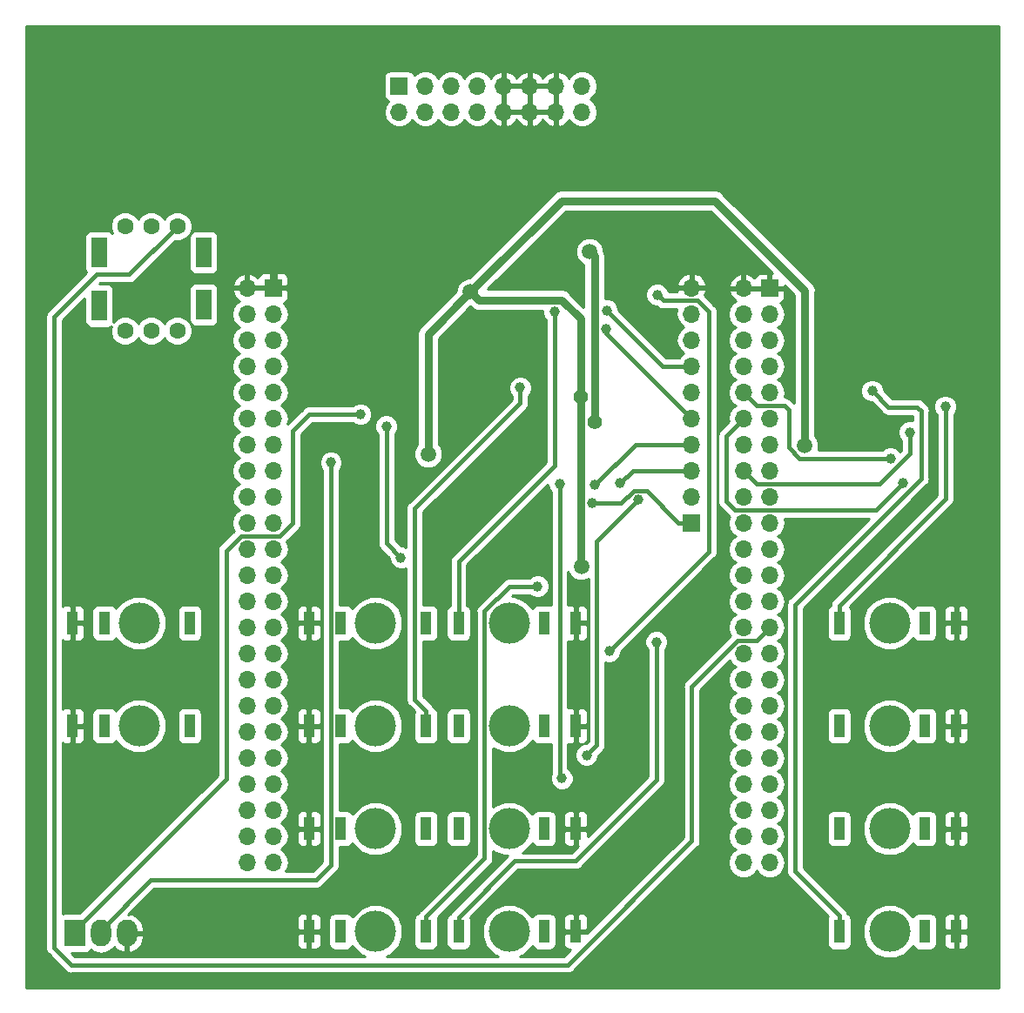
<source format=gbr>
G04 #@! TF.GenerationSoftware,KiCad,Pcbnew,(5.0.0-rc2-dev-787-g2d812c2)*
G04 #@! TF.CreationDate,2018-05-25T09:12:23+09:00*
G04 #@! TF.ProjectId,BLOCKSmodular-hardware,424C4F434B536D6F64756C61722D6861,rev?*
G04 #@! TF.SameCoordinates,Original*
G04 #@! TF.FileFunction,Copper,L2,Bot,Signal*
G04 #@! TF.FilePolarity,Positive*
%FSLAX46Y46*%
G04 Gerber Fmt 4.6, Leading zero omitted, Abs format (unit mm)*
G04 Created by KiCad (PCBNEW (5.0.0-rc2-dev-787-g2d812c2)) date *
%MOMM*%
%LPD*%
G01*
G04 APERTURE LIST*
G04 #@! TA.AperFunction,ComponentPad*
%ADD10R,1.500000X3.000000*%
G04 #@! TD*
G04 #@! TA.AperFunction,ComponentPad*
%ADD11C,1.600000*%
G04 #@! TD*
G04 #@! TA.AperFunction,ComponentPad*
%ADD12R,1.100000X2.300000*%
G04 #@! TD*
G04 #@! TA.AperFunction,WasherPad*
%ADD13C,4.000000*%
G04 #@! TD*
G04 #@! TA.AperFunction,ComponentPad*
%ADD14R,1.700000X1.700000*%
G04 #@! TD*
G04 #@! TA.AperFunction,ComponentPad*
%ADD15O,1.700000X1.700000*%
G04 #@! TD*
G04 #@! TA.AperFunction,ComponentPad*
%ADD16R,2.000000X2.600000*%
G04 #@! TD*
G04 #@! TA.AperFunction,ComponentPad*
%ADD17O,2.000000X2.600000*%
G04 #@! TD*
G04 #@! TA.AperFunction,ViaPad*
%ADD18C,2.200000*%
G04 #@! TD*
G04 #@! TA.AperFunction,ViaPad*
%ADD19C,1.500000*%
G04 #@! TD*
G04 #@! TA.AperFunction,ViaPad*
%ADD20C,1.000000*%
G04 #@! TD*
G04 #@! TA.AperFunction,ViaPad*
%ADD21C,1.400000*%
G04 #@! TD*
G04 #@! TA.AperFunction,Conductor*
%ADD22C,0.800000*%
G04 #@! TD*
G04 #@! TA.AperFunction,Conductor*
%ADD23C,0.400000*%
G04 #@! TD*
G04 #@! TA.AperFunction,Conductor*
%ADD24C,0.254000*%
G04 #@! TD*
G04 APERTURE END LIST*
D10*
G04 #@! TO.P,SW1,*
G04 #@! TO.N,*
X67130000Y-47930000D03*
X67130000Y-53120000D03*
X77290000Y-53010000D03*
X77290000Y-47930000D03*
D11*
G04 #@! TO.P,SW1,1*
G04 #@! TO.N,Net-(J16-Pad27)*
X74750000Y-45390000D03*
G04 #@! TO.P,SW1,3*
G04 #@! TO.N,Net-(J15-Pad3)*
X72210000Y-45390000D03*
G04 #@! TO.P,SW1,5*
G04 #@! TO.N,Net-(J16-Pad29)*
X69670000Y-45390000D03*
G04 #@! TO.P,SW1,6*
G04 #@! TO.N,Net-(J15-Pad15)*
X69670000Y-55550000D03*
G04 #@! TO.P,SW1,2*
G04 #@! TO.N,Net-(J15-Pad11)*
X74750000Y-55550000D03*
G04 #@! TO.P,SW1,4*
G04 #@! TO.N,Net-(J15-Pad13)*
X72210000Y-55550000D03*
G04 #@! TD*
D12*
G04 #@! TO.P,J1,3*
G04 #@! TO.N,Net-(J1-Pad3)*
X98920000Y-114000000D03*
G04 #@! TO.P,J1,2*
G04 #@! TO.N,N/C*
X90620000Y-114000000D03*
G04 #@! TO.P,J1,1*
G04 #@! TO.N,GND*
X87520000Y-114000000D03*
D13*
G04 #@! TO.P,J1,*
G04 #@! TO.N,*
X94000000Y-114000000D03*
G04 #@! TD*
D12*
G04 #@! TO.P,J2,3*
G04 #@! TO.N,Net-(J2-Pad3)*
X102080000Y-114000000D03*
G04 #@! TO.P,J2,2*
G04 #@! TO.N,N/C*
X110380000Y-114000000D03*
G04 #@! TO.P,J2,1*
G04 #@! TO.N,GND*
X113480000Y-114000000D03*
D13*
G04 #@! TO.P,J2,*
G04 #@! TO.N,*
X107000000Y-114000000D03*
G04 #@! TD*
D12*
G04 #@! TO.P,J3,3*
G04 #@! TO.N,Net-(J3-Pad3)*
X98920000Y-104000000D03*
G04 #@! TO.P,J3,2*
G04 #@! TO.N,N/C*
X90620000Y-104000000D03*
G04 #@! TO.P,J3,1*
G04 #@! TO.N,GND*
X87520000Y-104000000D03*
D13*
G04 #@! TO.P,J3,*
G04 #@! TO.N,*
X94000000Y-104000000D03*
G04 #@! TD*
D12*
G04 #@! TO.P,J5,3*
G04 #@! TO.N,Net-(J5-Pad3)*
X102080000Y-104000000D03*
G04 #@! TO.P,J5,2*
G04 #@! TO.N,N/C*
X110380000Y-104000000D03*
G04 #@! TO.P,J5,1*
G04 #@! TO.N,GND*
X113480000Y-104000000D03*
D13*
G04 #@! TO.P,J5,*
G04 #@! TO.N,*
X107000000Y-104000000D03*
G04 #@! TD*
D12*
G04 #@! TO.P,J6,3*
G04 #@! TO.N,Net-(J6-Pad3)*
X98920000Y-94000000D03*
G04 #@! TO.P,J6,2*
G04 #@! TO.N,N/C*
X90620000Y-94000000D03*
G04 #@! TO.P,J6,1*
G04 #@! TO.N,GND*
X87520000Y-94000000D03*
D13*
G04 #@! TO.P,J6,*
G04 #@! TO.N,*
X94000000Y-94000000D03*
G04 #@! TD*
D12*
G04 #@! TO.P,J7,3*
G04 #@! TO.N,Net-(J7-Pad3)*
X102080000Y-94000000D03*
G04 #@! TO.P,J7,2*
G04 #@! TO.N,N/C*
X110380000Y-94000000D03*
G04 #@! TO.P,J7,1*
G04 #@! TO.N,GND*
X113480000Y-94000000D03*
D13*
G04 #@! TO.P,J7,*
G04 #@! TO.N,*
X107000000Y-94000000D03*
G04 #@! TD*
D12*
G04 #@! TO.P,J8,3*
G04 #@! TO.N,Net-(J8-Pad3)*
X98920000Y-84000000D03*
G04 #@! TO.P,J8,2*
G04 #@! TO.N,N/C*
X90620000Y-84000000D03*
G04 #@! TO.P,J8,1*
G04 #@! TO.N,GND*
X87520000Y-84000000D03*
D13*
G04 #@! TO.P,J8,*
G04 #@! TO.N,*
X94000000Y-84000000D03*
G04 #@! TD*
D12*
G04 #@! TO.P,J9,3*
G04 #@! TO.N,Net-(J9-Pad3)*
X102080000Y-84000000D03*
G04 #@! TO.P,J9,2*
G04 #@! TO.N,N/C*
X110380000Y-84000000D03*
G04 #@! TO.P,J9,1*
G04 #@! TO.N,GND*
X113480000Y-84000000D03*
D13*
G04 #@! TO.P,J9,*
G04 #@! TO.N,*
X107000000Y-84000000D03*
G04 #@! TD*
D12*
G04 #@! TO.P,J11,3*
G04 #@! TO.N,Net-(J11-Pad3)*
X75920000Y-94000000D03*
G04 #@! TO.P,J11,2*
G04 #@! TO.N,N/C*
X67620000Y-94000000D03*
G04 #@! TO.P,J11,1*
G04 #@! TO.N,GND*
X64520000Y-94000000D03*
D13*
G04 #@! TO.P,J11,*
G04 #@! TO.N,*
X71000000Y-94000000D03*
G04 #@! TD*
D12*
G04 #@! TO.P,J14,3*
G04 #@! TO.N,Net-(J14-Pad3)*
X139080000Y-104000000D03*
G04 #@! TO.P,J14,2*
G04 #@! TO.N,N/C*
X147380000Y-104000000D03*
G04 #@! TO.P,J14,1*
G04 #@! TO.N,GND*
X150480000Y-104000000D03*
D13*
G04 #@! TO.P,J14,*
G04 #@! TO.N,*
X144000000Y-104000000D03*
G04 #@! TD*
D14*
G04 #@! TO.P,J4,1*
G04 #@! TO.N,Net-(J4-Pad1)*
X124730000Y-74230000D03*
D15*
G04 #@! TO.P,J4,2*
G04 #@! TO.N,Net-(J4-Pad2)*
X124730000Y-71690000D03*
G04 #@! TO.P,J4,3*
G04 #@! TO.N,Net-(J4-Pad3)*
X124730000Y-69150000D03*
G04 #@! TO.P,J4,4*
G04 #@! TO.N,Net-(J4-Pad4)*
X124730000Y-66610000D03*
G04 #@! TO.P,J4,5*
G04 #@! TO.N,Net-(J4-Pad5)*
X124730000Y-64070000D03*
G04 #@! TO.P,J4,6*
G04 #@! TO.N,Net-(J4-Pad6)*
X124730000Y-61530000D03*
G04 #@! TO.P,J4,7*
G04 #@! TO.N,Net-(J4-Pad7)*
X124730000Y-58990000D03*
G04 #@! TO.P,J4,8*
G04 #@! TO.N,Net-(J4-Pad8)*
X124730000Y-56450000D03*
G04 #@! TO.P,J4,9*
G04 #@! TO.N,N/C*
X124730000Y-53910000D03*
G04 #@! TO.P,J4,10*
G04 #@! TO.N,GND*
X124730000Y-51370000D03*
G04 #@! TD*
D12*
G04 #@! TO.P,J19,3*
G04 #@! TO.N,Net-(J19-Pad3)*
X139080000Y-84000000D03*
G04 #@! TO.P,J19,2*
G04 #@! TO.N,N/C*
X147380000Y-84000000D03*
G04 #@! TO.P,J19,1*
G04 #@! TO.N,GND*
X150480000Y-84000000D03*
D13*
G04 #@! TO.P,J19,*
G04 #@! TO.N,*
X144000000Y-84000000D03*
G04 #@! TD*
D12*
G04 #@! TO.P,J12,3*
G04 #@! TO.N,Net-(J12-Pad3)*
X75920000Y-84000000D03*
G04 #@! TO.P,J12,2*
G04 #@! TO.N,N/C*
X67620000Y-84000000D03*
G04 #@! TO.P,J12,1*
G04 #@! TO.N,GND*
X64520000Y-84000000D03*
D13*
G04 #@! TO.P,J12,*
G04 #@! TO.N,*
X71000000Y-84000000D03*
G04 #@! TD*
D12*
G04 #@! TO.P,J13,3*
G04 #@! TO.N,Net-(J13-Pad3)*
X139080000Y-114000000D03*
G04 #@! TO.P,J13,2*
G04 #@! TO.N,N/C*
X147380000Y-114000000D03*
G04 #@! TO.P,J13,1*
G04 #@! TO.N,GND*
X150480000Y-114000000D03*
D13*
G04 #@! TO.P,J13,*
G04 #@! TO.N,*
X144000000Y-114000000D03*
G04 #@! TD*
D14*
G04 #@! TO.P,J17,1*
G04 #@! TO.N,N/C*
X96310000Y-31740000D03*
D15*
G04 #@! TO.P,J17,2*
X96310000Y-34280000D03*
G04 #@! TO.P,J17,3*
X98850000Y-31740000D03*
G04 #@! TO.P,J17,4*
X98850000Y-34280000D03*
G04 #@! TO.P,J17,5*
G04 #@! TO.N,Net-(D1-Pad2)*
X101390000Y-31740000D03*
G04 #@! TO.P,J17,6*
X101390000Y-34280000D03*
G04 #@! TO.P,J17,7*
G04 #@! TO.N,Net-(D2-Pad2)*
X103930000Y-31740000D03*
G04 #@! TO.P,J17,8*
X103930000Y-34280000D03*
G04 #@! TO.P,J17,9*
G04 #@! TO.N,GND*
X106470000Y-31740000D03*
G04 #@! TO.P,J17,10*
X106470000Y-34280000D03*
G04 #@! TO.P,J17,11*
X109010000Y-31740000D03*
G04 #@! TO.P,J17,12*
X109010000Y-34280000D03*
G04 #@! TO.P,J17,13*
X111550000Y-31740000D03*
G04 #@! TO.P,J17,14*
X111550000Y-34280000D03*
G04 #@! TO.P,J17,15*
G04 #@! TO.N,Net-(D3-Pad1)*
X114090000Y-31740000D03*
G04 #@! TO.P,J17,16*
X114090000Y-34280000D03*
G04 #@! TD*
D14*
G04 #@! TO.P,J15,1*
G04 #@! TO.N,GND*
X84060000Y-51390000D03*
D15*
G04 #@! TO.P,J15,2*
X81520000Y-51390000D03*
G04 #@! TO.P,J15,3*
G04 #@! TO.N,Net-(J15-Pad3)*
X84060000Y-53930000D03*
G04 #@! TO.P,J15,4*
G04 #@! TO.N,N/C*
X81520000Y-53930000D03*
G04 #@! TO.P,J15,5*
G04 #@! TO.N,+5V*
X84060000Y-56470000D03*
G04 #@! TO.P,J15,6*
G04 #@! TO.N,N/C*
X81520000Y-56470000D03*
G04 #@! TO.P,J15,7*
X84060000Y-59010000D03*
G04 #@! TO.P,J15,8*
X81520000Y-59010000D03*
G04 #@! TO.P,J15,9*
X84060000Y-61550000D03*
G04 #@! TO.P,J15,10*
X81520000Y-61550000D03*
G04 #@! TO.P,J15,11*
G04 #@! TO.N,Net-(J15-Pad11)*
X84060000Y-64090000D03*
G04 #@! TO.P,J15,12*
G04 #@! TO.N,N/C*
X81520000Y-64090000D03*
G04 #@! TO.P,J15,13*
G04 #@! TO.N,Net-(J15-Pad13)*
X84060000Y-66630000D03*
G04 #@! TO.P,J15,14*
G04 #@! TO.N,N/C*
X81520000Y-66630000D03*
G04 #@! TO.P,J15,15*
G04 #@! TO.N,Net-(J15-Pad15)*
X84060000Y-69170000D03*
G04 #@! TO.P,J15,16*
G04 #@! TO.N,N/C*
X81520000Y-69170000D03*
G04 #@! TO.P,J15,17*
X84060000Y-71710000D03*
G04 #@! TO.P,J15,18*
X81520000Y-71710000D03*
G04 #@! TO.P,J15,19*
X84060000Y-74250000D03*
G04 #@! TO.P,J15,20*
X81520000Y-74250000D03*
G04 #@! TO.P,J15,21*
X84060000Y-76790000D03*
G04 #@! TO.P,J15,22*
X81520000Y-76790000D03*
G04 #@! TO.P,J15,23*
X84060000Y-79330000D03*
G04 #@! TO.P,J15,24*
X81520000Y-79330000D03*
G04 #@! TO.P,J15,25*
X84060000Y-81870000D03*
G04 #@! TO.P,J15,26*
X81520000Y-81870000D03*
G04 #@! TO.P,J15,27*
X84060000Y-84410000D03*
G04 #@! TO.P,J15,28*
X81520000Y-84410000D03*
G04 #@! TO.P,J15,29*
X84060000Y-86950000D03*
G04 #@! TO.P,J15,30*
X81520000Y-86950000D03*
G04 #@! TO.P,J15,31*
X84060000Y-89490000D03*
G04 #@! TO.P,J15,32*
X81520000Y-89490000D03*
G04 #@! TO.P,J15,33*
X84060000Y-92030000D03*
G04 #@! TO.P,J15,34*
X81520000Y-92030000D03*
G04 #@! TO.P,J15,35*
X84060000Y-94570000D03*
G04 #@! TO.P,J15,36*
X81520000Y-94570000D03*
G04 #@! TO.P,J15,37*
X84060000Y-97110000D03*
G04 #@! TO.P,J15,38*
X81520000Y-97110000D03*
G04 #@! TO.P,J15,39*
X84060000Y-99650000D03*
G04 #@! TO.P,J15,40*
X81520000Y-99650000D03*
G04 #@! TO.P,J15,41*
X84060000Y-102190000D03*
G04 #@! TO.P,J15,42*
X81520000Y-102190000D03*
G04 #@! TO.P,J15,43*
X84060000Y-104730000D03*
G04 #@! TO.P,J15,44*
X81520000Y-104730000D03*
G04 #@! TO.P,J15,45*
X84060000Y-107270000D03*
G04 #@! TO.P,J15,46*
X81520000Y-107270000D03*
G04 #@! TD*
D14*
G04 #@! TO.P,J16,1*
G04 #@! TO.N,GND*
X132330000Y-51410000D03*
D15*
G04 #@! TO.P,J16,2*
X129790000Y-51410000D03*
G04 #@! TO.P,J16,3*
G04 #@! TO.N,N/C*
X132330000Y-53950000D03*
G04 #@! TO.P,J16,4*
X129790000Y-53950000D03*
G04 #@! TO.P,J16,5*
X132330000Y-56490000D03*
G04 #@! TO.P,J16,6*
X129790000Y-56490000D03*
G04 #@! TO.P,J16,7*
X132330000Y-59030000D03*
G04 #@! TO.P,J16,8*
G04 #@! TO.N,Net-(J16-Pad8)*
X129790000Y-59030000D03*
G04 #@! TO.P,J16,9*
G04 #@! TO.N,N/C*
X132330000Y-61570000D03*
G04 #@! TO.P,J16,10*
G04 #@! TO.N,Net-(J16-Pad10)*
X129790000Y-61570000D03*
G04 #@! TO.P,J16,11*
G04 #@! TO.N,N/C*
X132330000Y-64110000D03*
G04 #@! TO.P,J16,12*
G04 #@! TO.N,Net-(J16-Pad12)*
X129790000Y-64110000D03*
G04 #@! TO.P,J16,13*
G04 #@! TO.N,N/C*
X132330000Y-66650000D03*
G04 #@! TO.P,J16,14*
X129790000Y-66650000D03*
G04 #@! TO.P,J16,15*
X132330000Y-69190000D03*
G04 #@! TO.P,J16,16*
G04 #@! TO.N,Net-(J16-Pad16)*
X129790000Y-69190000D03*
G04 #@! TO.P,J16,17*
G04 #@! TO.N,N/C*
X132330000Y-71730000D03*
G04 #@! TO.P,J16,18*
X129790000Y-71730000D03*
G04 #@! TO.P,J16,19*
X132330000Y-74270000D03*
G04 #@! TO.P,J16,20*
X129790000Y-74270000D03*
G04 #@! TO.P,J16,21*
X132330000Y-76810000D03*
G04 #@! TO.P,J16,22*
X129790000Y-76810000D03*
G04 #@! TO.P,J16,23*
X132330000Y-79350000D03*
G04 #@! TO.P,J16,24*
X129790000Y-79350000D03*
G04 #@! TO.P,J16,25*
X132330000Y-81890000D03*
G04 #@! TO.P,J16,26*
X129790000Y-81890000D03*
G04 #@! TO.P,J16,27*
G04 #@! TO.N,Net-(J16-Pad27)*
X132330000Y-84430000D03*
G04 #@! TO.P,J16,28*
G04 #@! TO.N,N/C*
X129790000Y-84430000D03*
G04 #@! TO.P,J16,29*
G04 #@! TO.N,Net-(J16-Pad29)*
X132330000Y-86970000D03*
G04 #@! TO.P,J16,30*
G04 #@! TO.N,N/C*
X129790000Y-86970000D03*
G04 #@! TO.P,J16,31*
X132330000Y-89510000D03*
G04 #@! TO.P,J16,32*
X129790000Y-89510000D03*
G04 #@! TO.P,J16,33*
X132330000Y-92050000D03*
G04 #@! TO.P,J16,34*
X129790000Y-92050000D03*
G04 #@! TO.P,J16,35*
X132330000Y-94590000D03*
G04 #@! TO.P,J16,36*
X129790000Y-94590000D03*
G04 #@! TO.P,J16,37*
X132330000Y-97130000D03*
G04 #@! TO.P,J16,38*
X129790000Y-97130000D03*
G04 #@! TO.P,J16,39*
X132330000Y-99670000D03*
G04 #@! TO.P,J16,40*
X129790000Y-99670000D03*
G04 #@! TO.P,J16,41*
X132330000Y-102210000D03*
G04 #@! TO.P,J16,42*
X129790000Y-102210000D03*
G04 #@! TO.P,J16,43*
X132330000Y-104750000D03*
G04 #@! TO.P,J16,44*
X129790000Y-104750000D03*
G04 #@! TO.P,J16,45*
X132330000Y-107290000D03*
G04 #@! TO.P,J16,46*
X129790000Y-107290000D03*
G04 #@! TD*
D12*
G04 #@! TO.P,J18,3*
G04 #@! TO.N,Net-(J18-Pad3)*
X139080000Y-94000000D03*
G04 #@! TO.P,J18,2*
G04 #@! TO.N,N/C*
X147380000Y-94000000D03*
G04 #@! TO.P,J18,1*
G04 #@! TO.N,GND*
X150480000Y-94000000D03*
D13*
G04 #@! TO.P,J18,*
G04 #@! TO.N,*
X144000000Y-94000000D03*
G04 #@! TD*
D16*
G04 #@! TO.P,J10,1*
G04 #@! TO.N,Net-(J10-Pad1)*
X64740000Y-114170000D03*
D17*
G04 #@! TO.P,J10,2*
G04 #@! TO.N,Net-(J10-Pad2)*
X67280000Y-114170000D03*
G04 #@! TO.P,J10,3*
G04 #@! TO.N,GND*
X69820000Y-114170000D03*
G04 #@! TD*
D18*
G04 #@! TO.N,GND*
X109030000Y-41870000D03*
D19*
X84070000Y-30900000D03*
D20*
X110170000Y-47390000D03*
X74410000Y-60670000D03*
X69720000Y-72250000D03*
X74710000Y-78420000D03*
X94720000Y-37250000D03*
X94720000Y-47250000D03*
X109720000Y-27250000D03*
X119720000Y-27250000D03*
X129720000Y-27250000D03*
X139720000Y-27250000D03*
X149720000Y-27250000D03*
X149720000Y-37250000D03*
X139720000Y-37250000D03*
X129720000Y-37250000D03*
X152720000Y-52250000D03*
X142220000Y-54750000D03*
X137220000Y-117250000D03*
X127220000Y-117250000D03*
X67220000Y-102250000D03*
X62220000Y-27250000D03*
X72220000Y-27250000D03*
X82220000Y-27250000D03*
X82220000Y-37250000D03*
X72220000Y-37250000D03*
X62220000Y-37250000D03*
X62220000Y-49750000D03*
X102220000Y-72250000D03*
X102220000Y-59750000D03*
X100510000Y-89010000D03*
X97170000Y-100590000D03*
D19*
G04 #@! TO.N,+12V*
X135730000Y-66760000D03*
X114010000Y-78500000D03*
D21*
X113930000Y-62000000D03*
D19*
X103210000Y-51780000D03*
X99120000Y-67550002D03*
D21*
G04 #@! TO.N,-12V*
X115280000Y-64410000D03*
D19*
X114820000Y-47849994D03*
D20*
G04 #@! TO.N,Net-(J4-Pad3)*
X117760000Y-70410000D03*
G04 #@! TO.N,Net-(J4-Pad1)*
X115080000Y-72330000D03*
G04 #@! TO.N,Net-(J4-Pad4)*
X115340000Y-70550000D03*
G04 #@! TO.N,Net-(J4-Pad5)*
X116429347Y-55394753D03*
G04 #@! TO.N,Net-(J4-Pad7)*
X116500000Y-53594741D03*
G04 #@! TO.N,Net-(J1-Pad3)*
X109760000Y-80430000D03*
G04 #@! TO.N,Net-(J2-Pad3)*
X121320000Y-85850000D03*
G04 #@! TO.N,Net-(J3-Pad3)*
X119519998Y-72016334D03*
X114520000Y-96850000D03*
G04 #@! TO.N,Net-(J5-Pad3)*
X111890000Y-70430000D03*
X112110000Y-99100000D03*
G04 #@! TO.N,Net-(J6-Pad3)*
X108070000Y-61100000D03*
G04 #@! TO.N,Net-(J8-Pad3)*
X121400000Y-52050000D03*
X116720000Y-86750000D03*
G04 #@! TO.N,Net-(J9-Pad3)*
X111389991Y-53711210D03*
G04 #@! TO.N,Net-(J11-Pad3)*
X95054420Y-64856568D03*
X96467930Y-77621834D03*
G04 #@! TO.N,Net-(J19-Pad3)*
X149421609Y-62916732D03*
G04 #@! TO.N,Net-(J10-Pad1)*
X92540000Y-63690000D03*
G04 #@! TO.N,Net-(J10-Pad2)*
X89670000Y-68380000D03*
G04 #@! TO.N,Net-(J13-Pad3)*
X142300000Y-61390000D03*
G04 #@! TO.N,Net-(J16-Pad12)*
X145260000Y-70370000D03*
G04 #@! TO.N,Net-(J16-Pad16)*
X145950000Y-65440000D03*
G04 #@! TO.N,Net-(J16-Pad10)*
X144070000Y-67960000D03*
G04 #@! TD*
D22*
G04 #@! TO.N,GND*
X84060000Y-30910000D02*
X84070000Y-30900000D01*
X84060000Y-51390000D02*
X84060000Y-30910000D01*
G04 #@! TO.N,+12V*
X113930000Y-62000000D02*
X113930000Y-78420000D01*
X113930000Y-78420000D02*
X114010000Y-78500000D01*
X103210000Y-51780000D02*
X99120000Y-55870000D01*
X99120000Y-55870000D02*
X99120000Y-67550002D01*
X104020000Y-52550000D02*
X103250000Y-51780000D01*
X103250000Y-51780000D02*
X103210000Y-51780000D01*
X112080660Y-52550000D02*
X104020000Y-52550000D01*
X113930000Y-54399340D02*
X112080660Y-52550000D01*
X113930000Y-62000000D02*
X113930000Y-54399340D01*
X135730000Y-66760000D02*
X135730000Y-51630000D01*
X126999998Y-42899998D02*
X112090002Y-42899998D01*
X112090002Y-42899998D02*
X103210000Y-51780000D01*
X135730000Y-51630000D02*
X126999998Y-42899998D01*
G04 #@! TO.N,-12V*
X115280000Y-64410000D02*
X115280000Y-48309994D01*
X115280000Y-48309994D02*
X114820000Y-47849994D01*
D23*
G04 #@! TO.N,Net-(J4-Pad3)*
X119020000Y-69150000D02*
X117760000Y-70410000D01*
X124730000Y-69150000D02*
X119020000Y-69150000D01*
G04 #@! TO.N,Net-(J4-Pad1)*
X117874328Y-72330000D02*
X115080000Y-72330000D01*
X123480000Y-74230000D02*
X120366332Y-71116332D01*
X120366332Y-71116332D02*
X119087996Y-71116332D01*
X124730000Y-74230000D02*
X123480000Y-74230000D01*
X119087996Y-71116332D02*
X117874328Y-72330000D01*
G04 #@! TO.N,Net-(J4-Pad4)*
X124730000Y-66610000D02*
X119280000Y-66610000D01*
X119280000Y-66610000D02*
X115340000Y-70550000D01*
G04 #@! TO.N,Net-(J4-Pad5)*
X124730000Y-64070000D02*
X116429347Y-55769347D01*
X116429347Y-55769347D02*
X116429347Y-55394753D01*
G04 #@! TO.N,Net-(J4-Pad7)*
X121895259Y-58990000D02*
X116500000Y-53594741D01*
X124730000Y-58990000D02*
X121895259Y-58990000D01*
G04 #@! TO.N,Net-(J1-Pad3)*
X98920000Y-114000000D02*
X98920000Y-112560000D01*
X98920000Y-112560000D02*
X104599999Y-106880001D01*
X104599999Y-82847999D02*
X107017998Y-80430000D01*
X104599999Y-106880001D02*
X104599999Y-82847999D01*
X107017998Y-80430000D02*
X109760000Y-80430000D01*
G04 #@! TO.N,Net-(J2-Pad3)*
X121320000Y-86557106D02*
X121320000Y-85850000D01*
X102080000Y-114000000D02*
X102080000Y-112590000D01*
X113420000Y-107150000D02*
X121320000Y-99250000D01*
X121320000Y-99250000D02*
X121320000Y-86557106D01*
X107520000Y-107150000D02*
X113420000Y-107150000D01*
X102080000Y-112590000D02*
X107520000Y-107150000D01*
G04 #@! TO.N,Net-(J3-Pad3)*
X115019999Y-96350001D02*
X114520000Y-96850000D01*
X115520000Y-95850000D02*
X115019999Y-96350001D01*
X115520000Y-76016332D02*
X115520000Y-95850000D01*
X119519998Y-72016334D02*
X115520000Y-76016332D01*
G04 #@! TO.N,Net-(J5-Pad3)*
X111890000Y-98880000D02*
X112110000Y-99100000D01*
X111890000Y-70430000D02*
X111890000Y-98880000D01*
G04 #@! TO.N,Net-(J6-Pad3)*
X98920000Y-94000000D02*
X98920804Y-94000804D01*
X97820000Y-72850000D02*
X97820000Y-91430748D01*
X98920000Y-92530748D02*
X98920000Y-94000000D01*
X97820000Y-91430748D02*
X98920000Y-92530748D01*
X108070000Y-62600000D02*
X97820000Y-72850000D01*
X108070000Y-61100000D02*
X108070000Y-62600000D01*
G04 #@! TO.N,Net-(J8-Pad3)*
X126427468Y-53717468D02*
X126427468Y-77042532D01*
X117219999Y-86250001D02*
X116720000Y-86750000D01*
X121400000Y-52050000D02*
X121970001Y-52620001D01*
X121970001Y-52620001D02*
X125330001Y-52620001D01*
X125330001Y-52620001D02*
X126427468Y-53717468D01*
X126427468Y-77042532D02*
X117219999Y-86250001D01*
G04 #@! TO.N,Net-(J9-Pad3)*
X102080000Y-84000000D02*
X102080000Y-78018451D01*
X102080000Y-78018451D02*
X111389991Y-68708460D01*
X111389991Y-68708460D02*
X111389991Y-53711210D01*
G04 #@! TO.N,Net-(J11-Pad3)*
X95054420Y-76208324D02*
X95054420Y-64856568D01*
X96467930Y-77621834D02*
X95054420Y-76208324D01*
G04 #@! TO.N,Net-(J19-Pad3)*
X149421609Y-71928391D02*
X149421609Y-62916732D01*
X139080000Y-82270000D02*
X149421609Y-71928391D01*
X139080000Y-84000000D02*
X139080000Y-82270000D01*
G04 #@! TO.N,Net-(J10-Pad1)*
X64740000Y-114170000D02*
X64740000Y-113870000D01*
X79480000Y-99130000D02*
X79480000Y-76940000D01*
X64740000Y-113870000D02*
X79480000Y-99130000D01*
X84710000Y-75510000D02*
X85960000Y-74260000D01*
X79480000Y-76940000D02*
X80910000Y-75510000D01*
X85960000Y-65300000D02*
X87570000Y-63690000D01*
X80910000Y-75510000D02*
X84710000Y-75510000D01*
X85960000Y-74260000D02*
X85960000Y-65300000D01*
X87570000Y-63690000D02*
X92540000Y-63690000D01*
G04 #@! TO.N,Net-(J10-Pad2)*
X67280000Y-114170000D02*
X67280000Y-113870000D01*
X67280000Y-113870000D02*
X72160000Y-108990000D01*
X72160000Y-108990000D02*
X88250000Y-108990000D01*
X88250000Y-108990000D02*
X89669999Y-107570001D01*
X89669999Y-107570001D02*
X89669999Y-68380001D01*
X89669999Y-68380001D02*
X89670000Y-68380000D01*
G04 #@! TO.N,Net-(J13-Pad3)*
X139080000Y-114000000D02*
X139080000Y-112460722D01*
X147027976Y-69934026D02*
X147027976Y-63326811D01*
X139080000Y-112460722D02*
X134776940Y-108157662D01*
X147027976Y-63326811D02*
X147026811Y-63326811D01*
X147026811Y-63326811D02*
X146680000Y-62980000D01*
X146680000Y-62980000D02*
X143890000Y-62980000D01*
X143890000Y-62980000D02*
X142300000Y-61390000D01*
X134776940Y-108157662D02*
X134776940Y-82185062D01*
X134776940Y-82185062D02*
X147027976Y-69934026D01*
G04 #@! TO.N,Net-(J16-Pad12)*
X128132208Y-72172799D02*
X128132208Y-65767792D01*
X128132208Y-65767792D02*
X129790000Y-64110000D01*
X145260000Y-70370000D02*
X142649999Y-72980001D01*
X142649999Y-72980001D02*
X128939410Y-72980001D01*
X128939410Y-72980001D02*
X128132208Y-72172799D01*
G04 #@! TO.N,Net-(J16-Pad16)*
X145950000Y-65440000D02*
X145950000Y-67509084D01*
X145950000Y-67509084D02*
X143019083Y-70440001D01*
X143019083Y-70440001D02*
X131040001Y-70440001D01*
X131040001Y-70440001D02*
X130639999Y-70039999D01*
X130639999Y-70039999D02*
X129790000Y-69190000D01*
G04 #@! TO.N,Net-(J16-Pad10)*
X134180356Y-63266355D02*
X134180356Y-66912358D01*
X134180356Y-66912358D02*
X135227998Y-67960000D01*
X135227998Y-67960000D02*
X144070000Y-67960000D01*
X129790000Y-61570000D02*
X131046608Y-62826608D01*
X131046608Y-62826608D02*
X133740609Y-62826608D01*
X133740609Y-62826608D02*
X134180356Y-63266355D01*
X144049999Y-67939999D02*
X144070000Y-67960000D01*
G04 #@! TO.N,Net-(J16-Pad27)*
X132330000Y-84430000D02*
X131079999Y-85680001D01*
X131079999Y-85680001D02*
X129229997Y-85680001D01*
X129229997Y-85680001D02*
X124750000Y-90159998D01*
X124750000Y-90159998D02*
X124750000Y-105150002D01*
X70060270Y-50079730D02*
X74750000Y-45390000D01*
X124750000Y-105150002D02*
X112656477Y-117243525D01*
X112656477Y-117243525D02*
X64412901Y-117243525D01*
X64412901Y-117243525D02*
X62730762Y-115561386D01*
X62730762Y-115561386D02*
X62730762Y-54210208D01*
X62730762Y-54210208D02*
X66861240Y-50079730D01*
X66861240Y-50079730D02*
X70060270Y-50079730D01*
G04 #@! TD*
D24*
G04 #@! TO.N,GND*
G36*
X154570001Y-119460000D02*
X59990000Y-119460000D01*
X59990000Y-54210208D01*
X61879405Y-54210208D01*
X61895763Y-54292446D01*
X61895762Y-115479153D01*
X61879405Y-115561386D01*
X61895762Y-115643619D01*
X61895762Y-115643622D01*
X61944210Y-115887186D01*
X62128761Y-116163387D01*
X62198482Y-116209973D01*
X63764316Y-117775808D01*
X63810900Y-117845526D01*
X64087100Y-118030077D01*
X64412901Y-118094883D01*
X64495138Y-118078525D01*
X112574244Y-118078525D01*
X112656477Y-118094882D01*
X112738710Y-118078525D01*
X112738714Y-118078525D01*
X112982278Y-118030077D01*
X113258478Y-117845526D01*
X113305064Y-117775805D01*
X125282283Y-105798587D01*
X125352001Y-105752003D01*
X125536552Y-105475803D01*
X125585000Y-105232239D01*
X125585000Y-105232236D01*
X125601357Y-105150003D01*
X125585000Y-105067770D01*
X125585000Y-90505865D01*
X128451357Y-87639508D01*
X128719375Y-88040625D01*
X129017761Y-88240000D01*
X128719375Y-88439375D01*
X128391161Y-88930582D01*
X128275908Y-89510000D01*
X128391161Y-90089418D01*
X128719375Y-90580625D01*
X129017761Y-90780000D01*
X128719375Y-90979375D01*
X128391161Y-91470582D01*
X128275908Y-92050000D01*
X128391161Y-92629418D01*
X128719375Y-93120625D01*
X129017761Y-93320000D01*
X128719375Y-93519375D01*
X128391161Y-94010582D01*
X128275908Y-94590000D01*
X128391161Y-95169418D01*
X128719375Y-95660625D01*
X129017761Y-95860000D01*
X128719375Y-96059375D01*
X128391161Y-96550582D01*
X128275908Y-97130000D01*
X128391161Y-97709418D01*
X128719375Y-98200625D01*
X129017761Y-98400000D01*
X128719375Y-98599375D01*
X128391161Y-99090582D01*
X128275908Y-99670000D01*
X128391161Y-100249418D01*
X128719375Y-100740625D01*
X129017761Y-100940000D01*
X128719375Y-101139375D01*
X128391161Y-101630582D01*
X128275908Y-102210000D01*
X128391161Y-102789418D01*
X128719375Y-103280625D01*
X129017761Y-103480000D01*
X128719375Y-103679375D01*
X128391161Y-104170582D01*
X128275908Y-104750000D01*
X128391161Y-105329418D01*
X128719375Y-105820625D01*
X129017761Y-106020000D01*
X128719375Y-106219375D01*
X128391161Y-106710582D01*
X128275908Y-107290000D01*
X128391161Y-107869418D01*
X128719375Y-108360625D01*
X129210582Y-108688839D01*
X129643744Y-108775000D01*
X129936256Y-108775000D01*
X130369418Y-108688839D01*
X130860625Y-108360625D01*
X131060000Y-108062239D01*
X131259375Y-108360625D01*
X131750582Y-108688839D01*
X132183744Y-108775000D01*
X132476256Y-108775000D01*
X132909418Y-108688839D01*
X133400625Y-108360625D01*
X133728839Y-107869418D01*
X133844092Y-107290000D01*
X133728839Y-106710582D01*
X133400625Y-106219375D01*
X133102239Y-106020000D01*
X133400625Y-105820625D01*
X133728839Y-105329418D01*
X133844092Y-104750000D01*
X133728839Y-104170582D01*
X133400625Y-103679375D01*
X133102239Y-103480000D01*
X133400625Y-103280625D01*
X133728839Y-102789418D01*
X133844092Y-102210000D01*
X133728839Y-101630582D01*
X133400625Y-101139375D01*
X133102239Y-100940000D01*
X133400625Y-100740625D01*
X133728839Y-100249418D01*
X133844092Y-99670000D01*
X133728839Y-99090582D01*
X133400625Y-98599375D01*
X133102239Y-98400000D01*
X133400625Y-98200625D01*
X133728839Y-97709418D01*
X133844092Y-97130000D01*
X133728839Y-96550582D01*
X133400625Y-96059375D01*
X133102239Y-95860000D01*
X133400625Y-95660625D01*
X133728839Y-95169418D01*
X133844092Y-94590000D01*
X133728839Y-94010582D01*
X133400625Y-93519375D01*
X133102239Y-93320000D01*
X133400625Y-93120625D01*
X133728839Y-92629418D01*
X133844092Y-92050000D01*
X133728839Y-91470582D01*
X133400625Y-90979375D01*
X133102239Y-90780000D01*
X133400625Y-90580625D01*
X133728839Y-90089418D01*
X133844092Y-89510000D01*
X133728839Y-88930582D01*
X133400625Y-88439375D01*
X133102239Y-88240000D01*
X133400625Y-88040625D01*
X133728839Y-87549418D01*
X133844092Y-86970000D01*
X133728839Y-86390582D01*
X133400625Y-85899375D01*
X133102239Y-85700000D01*
X133400625Y-85500625D01*
X133728839Y-85009418D01*
X133844092Y-84430000D01*
X133728839Y-83850582D01*
X133400625Y-83359375D01*
X133102239Y-83160000D01*
X133400625Y-82960625D01*
X133728839Y-82469418D01*
X133844092Y-81890000D01*
X133728839Y-81310582D01*
X133400625Y-80819375D01*
X133102239Y-80620000D01*
X133400625Y-80420625D01*
X133728839Y-79929418D01*
X133844092Y-79350000D01*
X133728839Y-78770582D01*
X133400625Y-78279375D01*
X133102239Y-78080000D01*
X133400625Y-77880625D01*
X133728839Y-77389418D01*
X133844092Y-76810000D01*
X133728839Y-76230582D01*
X133400625Y-75739375D01*
X133102239Y-75540000D01*
X133400625Y-75340625D01*
X133728839Y-74849418D01*
X133844092Y-74270000D01*
X133753587Y-73815001D01*
X141966133Y-73815001D01*
X134244658Y-81536477D01*
X134174940Y-81583061D01*
X134128356Y-81652779D01*
X133990388Y-81859262D01*
X133925583Y-82185062D01*
X133941941Y-82267300D01*
X133941940Y-108075429D01*
X133925583Y-108157662D01*
X133941940Y-108239895D01*
X133941940Y-108239898D01*
X133990388Y-108483462D01*
X134174939Y-108759663D01*
X134244660Y-108806249D01*
X137975423Y-112537013D01*
X137931843Y-112602235D01*
X137882560Y-112850000D01*
X137882560Y-115150000D01*
X137931843Y-115397765D01*
X138072191Y-115607809D01*
X138282235Y-115748157D01*
X138530000Y-115797440D01*
X139630000Y-115797440D01*
X139877765Y-115748157D01*
X140087809Y-115607809D01*
X140228157Y-115397765D01*
X140277440Y-115150000D01*
X140277440Y-113475866D01*
X141365000Y-113475866D01*
X141365000Y-114524134D01*
X141766155Y-115492608D01*
X142507392Y-116233845D01*
X143475866Y-116635000D01*
X144524134Y-116635000D01*
X145492608Y-116233845D01*
X146233845Y-115492608D01*
X146257330Y-115435909D01*
X146372191Y-115607809D01*
X146582235Y-115748157D01*
X146830000Y-115797440D01*
X147930000Y-115797440D01*
X148177765Y-115748157D01*
X148387809Y-115607809D01*
X148528157Y-115397765D01*
X148577440Y-115150000D01*
X148577440Y-114285750D01*
X149295000Y-114285750D01*
X149295000Y-115276309D01*
X149391673Y-115509698D01*
X149570301Y-115688327D01*
X149803690Y-115785000D01*
X150194250Y-115785000D01*
X150353000Y-115626250D01*
X150353000Y-114127000D01*
X150607000Y-114127000D01*
X150607000Y-115626250D01*
X150765750Y-115785000D01*
X151156310Y-115785000D01*
X151389699Y-115688327D01*
X151568327Y-115509698D01*
X151665000Y-115276309D01*
X151665000Y-114285750D01*
X151506250Y-114127000D01*
X150607000Y-114127000D01*
X150353000Y-114127000D01*
X149453750Y-114127000D01*
X149295000Y-114285750D01*
X148577440Y-114285750D01*
X148577440Y-112850000D01*
X148552316Y-112723691D01*
X149295000Y-112723691D01*
X149295000Y-113714250D01*
X149453750Y-113873000D01*
X150353000Y-113873000D01*
X150353000Y-112373750D01*
X150607000Y-112373750D01*
X150607000Y-113873000D01*
X151506250Y-113873000D01*
X151665000Y-113714250D01*
X151665000Y-112723691D01*
X151568327Y-112490302D01*
X151389699Y-112311673D01*
X151156310Y-112215000D01*
X150765750Y-112215000D01*
X150607000Y-112373750D01*
X150353000Y-112373750D01*
X150194250Y-112215000D01*
X149803690Y-112215000D01*
X149570301Y-112311673D01*
X149391673Y-112490302D01*
X149295000Y-112723691D01*
X148552316Y-112723691D01*
X148528157Y-112602235D01*
X148387809Y-112392191D01*
X148177765Y-112251843D01*
X147930000Y-112202560D01*
X146830000Y-112202560D01*
X146582235Y-112251843D01*
X146372191Y-112392191D01*
X146257330Y-112564091D01*
X146233845Y-112507392D01*
X145492608Y-111766155D01*
X144524134Y-111365000D01*
X143475866Y-111365000D01*
X142507392Y-111766155D01*
X141766155Y-112507392D01*
X141365000Y-113475866D01*
X140277440Y-113475866D01*
X140277440Y-112850000D01*
X140228157Y-112602235D01*
X140087809Y-112392191D01*
X139891655Y-112261124D01*
X139866552Y-112134921D01*
X139814966Y-112057717D01*
X139682001Y-111858721D01*
X139612283Y-111812137D01*
X135611940Y-107811795D01*
X135611940Y-102850000D01*
X137882560Y-102850000D01*
X137882560Y-105150000D01*
X137931843Y-105397765D01*
X138072191Y-105607809D01*
X138282235Y-105748157D01*
X138530000Y-105797440D01*
X139630000Y-105797440D01*
X139877765Y-105748157D01*
X140087809Y-105607809D01*
X140228157Y-105397765D01*
X140277440Y-105150000D01*
X140277440Y-103475866D01*
X141365000Y-103475866D01*
X141365000Y-104524134D01*
X141766155Y-105492608D01*
X142507392Y-106233845D01*
X143475866Y-106635000D01*
X144524134Y-106635000D01*
X145492608Y-106233845D01*
X146233845Y-105492608D01*
X146257330Y-105435909D01*
X146372191Y-105607809D01*
X146582235Y-105748157D01*
X146830000Y-105797440D01*
X147930000Y-105797440D01*
X148177765Y-105748157D01*
X148387809Y-105607809D01*
X148528157Y-105397765D01*
X148577440Y-105150000D01*
X148577440Y-104285750D01*
X149295000Y-104285750D01*
X149295000Y-105276309D01*
X149391673Y-105509698D01*
X149570301Y-105688327D01*
X149803690Y-105785000D01*
X150194250Y-105785000D01*
X150353000Y-105626250D01*
X150353000Y-104127000D01*
X150607000Y-104127000D01*
X150607000Y-105626250D01*
X150765750Y-105785000D01*
X151156310Y-105785000D01*
X151389699Y-105688327D01*
X151568327Y-105509698D01*
X151665000Y-105276309D01*
X151665000Y-104285750D01*
X151506250Y-104127000D01*
X150607000Y-104127000D01*
X150353000Y-104127000D01*
X149453750Y-104127000D01*
X149295000Y-104285750D01*
X148577440Y-104285750D01*
X148577440Y-102850000D01*
X148552316Y-102723691D01*
X149295000Y-102723691D01*
X149295000Y-103714250D01*
X149453750Y-103873000D01*
X150353000Y-103873000D01*
X150353000Y-102373750D01*
X150607000Y-102373750D01*
X150607000Y-103873000D01*
X151506250Y-103873000D01*
X151665000Y-103714250D01*
X151665000Y-102723691D01*
X151568327Y-102490302D01*
X151389699Y-102311673D01*
X151156310Y-102215000D01*
X150765750Y-102215000D01*
X150607000Y-102373750D01*
X150353000Y-102373750D01*
X150194250Y-102215000D01*
X149803690Y-102215000D01*
X149570301Y-102311673D01*
X149391673Y-102490302D01*
X149295000Y-102723691D01*
X148552316Y-102723691D01*
X148528157Y-102602235D01*
X148387809Y-102392191D01*
X148177765Y-102251843D01*
X147930000Y-102202560D01*
X146830000Y-102202560D01*
X146582235Y-102251843D01*
X146372191Y-102392191D01*
X146257330Y-102564091D01*
X146233845Y-102507392D01*
X145492608Y-101766155D01*
X144524134Y-101365000D01*
X143475866Y-101365000D01*
X142507392Y-101766155D01*
X141766155Y-102507392D01*
X141365000Y-103475866D01*
X140277440Y-103475866D01*
X140277440Y-102850000D01*
X140228157Y-102602235D01*
X140087809Y-102392191D01*
X139877765Y-102251843D01*
X139630000Y-102202560D01*
X138530000Y-102202560D01*
X138282235Y-102251843D01*
X138072191Y-102392191D01*
X137931843Y-102602235D01*
X137882560Y-102850000D01*
X135611940Y-102850000D01*
X135611940Y-92850000D01*
X137882560Y-92850000D01*
X137882560Y-95150000D01*
X137931843Y-95397765D01*
X138072191Y-95607809D01*
X138282235Y-95748157D01*
X138530000Y-95797440D01*
X139630000Y-95797440D01*
X139877765Y-95748157D01*
X140087809Y-95607809D01*
X140228157Y-95397765D01*
X140277440Y-95150000D01*
X140277440Y-93475866D01*
X141365000Y-93475866D01*
X141365000Y-94524134D01*
X141766155Y-95492608D01*
X142507392Y-96233845D01*
X143475866Y-96635000D01*
X144524134Y-96635000D01*
X145492608Y-96233845D01*
X146233845Y-95492608D01*
X146257330Y-95435909D01*
X146372191Y-95607809D01*
X146582235Y-95748157D01*
X146830000Y-95797440D01*
X147930000Y-95797440D01*
X148177765Y-95748157D01*
X148387809Y-95607809D01*
X148528157Y-95397765D01*
X148577440Y-95150000D01*
X148577440Y-94285750D01*
X149295000Y-94285750D01*
X149295000Y-95276309D01*
X149391673Y-95509698D01*
X149570301Y-95688327D01*
X149803690Y-95785000D01*
X150194250Y-95785000D01*
X150353000Y-95626250D01*
X150353000Y-94127000D01*
X150607000Y-94127000D01*
X150607000Y-95626250D01*
X150765750Y-95785000D01*
X151156310Y-95785000D01*
X151389699Y-95688327D01*
X151568327Y-95509698D01*
X151665000Y-95276309D01*
X151665000Y-94285750D01*
X151506250Y-94127000D01*
X150607000Y-94127000D01*
X150353000Y-94127000D01*
X149453750Y-94127000D01*
X149295000Y-94285750D01*
X148577440Y-94285750D01*
X148577440Y-92850000D01*
X148552316Y-92723691D01*
X149295000Y-92723691D01*
X149295000Y-93714250D01*
X149453750Y-93873000D01*
X150353000Y-93873000D01*
X150353000Y-92373750D01*
X150607000Y-92373750D01*
X150607000Y-93873000D01*
X151506250Y-93873000D01*
X151665000Y-93714250D01*
X151665000Y-92723691D01*
X151568327Y-92490302D01*
X151389699Y-92311673D01*
X151156310Y-92215000D01*
X150765750Y-92215000D01*
X150607000Y-92373750D01*
X150353000Y-92373750D01*
X150194250Y-92215000D01*
X149803690Y-92215000D01*
X149570301Y-92311673D01*
X149391673Y-92490302D01*
X149295000Y-92723691D01*
X148552316Y-92723691D01*
X148528157Y-92602235D01*
X148387809Y-92392191D01*
X148177765Y-92251843D01*
X147930000Y-92202560D01*
X146830000Y-92202560D01*
X146582235Y-92251843D01*
X146372191Y-92392191D01*
X146257330Y-92564091D01*
X146233845Y-92507392D01*
X145492608Y-91766155D01*
X144524134Y-91365000D01*
X143475866Y-91365000D01*
X142507392Y-91766155D01*
X141766155Y-92507392D01*
X141365000Y-93475866D01*
X140277440Y-93475866D01*
X140277440Y-92850000D01*
X140228157Y-92602235D01*
X140087809Y-92392191D01*
X139877765Y-92251843D01*
X139630000Y-92202560D01*
X138530000Y-92202560D01*
X138282235Y-92251843D01*
X138072191Y-92392191D01*
X137931843Y-92602235D01*
X137882560Y-92850000D01*
X135611940Y-92850000D01*
X135611940Y-82850000D01*
X137882560Y-82850000D01*
X137882560Y-85150000D01*
X137931843Y-85397765D01*
X138072191Y-85607809D01*
X138282235Y-85748157D01*
X138530000Y-85797440D01*
X139630000Y-85797440D01*
X139877765Y-85748157D01*
X140087809Y-85607809D01*
X140228157Y-85397765D01*
X140277440Y-85150000D01*
X140277440Y-83475866D01*
X141365000Y-83475866D01*
X141365000Y-84524134D01*
X141766155Y-85492608D01*
X142507392Y-86233845D01*
X143475866Y-86635000D01*
X144524134Y-86635000D01*
X145492608Y-86233845D01*
X146233845Y-85492608D01*
X146257330Y-85435909D01*
X146372191Y-85607809D01*
X146582235Y-85748157D01*
X146830000Y-85797440D01*
X147930000Y-85797440D01*
X148177765Y-85748157D01*
X148387809Y-85607809D01*
X148528157Y-85397765D01*
X148577440Y-85150000D01*
X148577440Y-84285750D01*
X149295000Y-84285750D01*
X149295000Y-85276309D01*
X149391673Y-85509698D01*
X149570301Y-85688327D01*
X149803690Y-85785000D01*
X150194250Y-85785000D01*
X150353000Y-85626250D01*
X150353000Y-84127000D01*
X150607000Y-84127000D01*
X150607000Y-85626250D01*
X150765750Y-85785000D01*
X151156310Y-85785000D01*
X151389699Y-85688327D01*
X151568327Y-85509698D01*
X151665000Y-85276309D01*
X151665000Y-84285750D01*
X151506250Y-84127000D01*
X150607000Y-84127000D01*
X150353000Y-84127000D01*
X149453750Y-84127000D01*
X149295000Y-84285750D01*
X148577440Y-84285750D01*
X148577440Y-82850000D01*
X148552316Y-82723691D01*
X149295000Y-82723691D01*
X149295000Y-83714250D01*
X149453750Y-83873000D01*
X150353000Y-83873000D01*
X150353000Y-82373750D01*
X150607000Y-82373750D01*
X150607000Y-83873000D01*
X151506250Y-83873000D01*
X151665000Y-83714250D01*
X151665000Y-82723691D01*
X151568327Y-82490302D01*
X151389699Y-82311673D01*
X151156310Y-82215000D01*
X150765750Y-82215000D01*
X150607000Y-82373750D01*
X150353000Y-82373750D01*
X150194250Y-82215000D01*
X149803690Y-82215000D01*
X149570301Y-82311673D01*
X149391673Y-82490302D01*
X149295000Y-82723691D01*
X148552316Y-82723691D01*
X148528157Y-82602235D01*
X148387809Y-82392191D01*
X148177765Y-82251843D01*
X147930000Y-82202560D01*
X146830000Y-82202560D01*
X146582235Y-82251843D01*
X146372191Y-82392191D01*
X146257330Y-82564091D01*
X146233845Y-82507392D01*
X145492608Y-81766155D01*
X144524134Y-81365000D01*
X143475866Y-81365000D01*
X142507392Y-81766155D01*
X141766155Y-82507392D01*
X141365000Y-83475866D01*
X140277440Y-83475866D01*
X140277440Y-82850000D01*
X140228157Y-82602235D01*
X140108184Y-82422683D01*
X149953892Y-72576976D01*
X150023610Y-72530392D01*
X150208161Y-72254192D01*
X150256609Y-72010628D01*
X150256609Y-72010627D01*
X150272967Y-71928391D01*
X150256609Y-71846154D01*
X150256609Y-63686865D01*
X150383816Y-63559658D01*
X150556609Y-63142498D01*
X150556609Y-62690966D01*
X150383816Y-62273806D01*
X150064535Y-61954525D01*
X149647375Y-61781732D01*
X149195843Y-61781732D01*
X148778683Y-61954525D01*
X148459402Y-62273806D01*
X148286609Y-62690966D01*
X148286609Y-63142498D01*
X148459402Y-63559658D01*
X148586610Y-63686866D01*
X148586609Y-71582523D01*
X138547718Y-81621415D01*
X138478000Y-81667999D01*
X138431416Y-81737717D01*
X138293448Y-81944200D01*
X138228643Y-82270000D01*
X138231742Y-82285581D01*
X138072191Y-82392191D01*
X137931843Y-82602235D01*
X137882560Y-82850000D01*
X135611940Y-82850000D01*
X135611940Y-82530929D01*
X147560262Y-70582609D01*
X147629977Y-70536027D01*
X147814528Y-70259827D01*
X147862976Y-70016263D01*
X147862976Y-70016260D01*
X147879333Y-69934027D01*
X147862976Y-69851794D01*
X147862976Y-63409048D01*
X147879334Y-63326811D01*
X147814528Y-63001010D01*
X147629977Y-62724810D01*
X147556745Y-62675878D01*
X147328587Y-62447720D01*
X147282001Y-62377999D01*
X147005801Y-62193448D01*
X146762237Y-62145000D01*
X146762233Y-62145000D01*
X146680000Y-62128643D01*
X146597767Y-62145000D01*
X144235868Y-62145000D01*
X143435000Y-61344133D01*
X143435000Y-61164234D01*
X143262207Y-60747074D01*
X142942926Y-60427793D01*
X142525766Y-60255000D01*
X142074234Y-60255000D01*
X141657074Y-60427793D01*
X141337793Y-60747074D01*
X141165000Y-61164234D01*
X141165000Y-61615766D01*
X141337793Y-62032926D01*
X141657074Y-62352207D01*
X142074234Y-62525000D01*
X142254133Y-62525000D01*
X143241415Y-63512283D01*
X143287999Y-63582001D01*
X143564199Y-63766552D01*
X143807763Y-63815000D01*
X143890000Y-63831358D01*
X143972237Y-63815000D01*
X146192977Y-63815000D01*
X146192977Y-64312129D01*
X146175766Y-64305000D01*
X145724234Y-64305000D01*
X145307074Y-64477793D01*
X144987793Y-64797074D01*
X144815000Y-65214234D01*
X144815000Y-65665766D01*
X144987793Y-66082926D01*
X145115000Y-66210133D01*
X145115001Y-67163215D01*
X144996675Y-67281542D01*
X144712926Y-66997793D01*
X144295766Y-66825000D01*
X143844234Y-66825000D01*
X143427074Y-66997793D01*
X143299867Y-67125000D01*
X137077926Y-67125000D01*
X137115000Y-67035494D01*
X137115000Y-66484506D01*
X136904147Y-65975460D01*
X136765000Y-65836313D01*
X136765000Y-51731934D01*
X136785276Y-51629999D01*
X136704948Y-51226163D01*
X136612492Y-51087793D01*
X136476193Y-50883807D01*
X136389776Y-50826065D01*
X127803935Y-42240225D01*
X127746191Y-42153805D01*
X127403835Y-41925050D01*
X127101933Y-41864998D01*
X127101932Y-41864998D01*
X126999998Y-41844722D01*
X126898064Y-41864998D01*
X112191936Y-41864998D01*
X112090001Y-41844722D01*
X111988067Y-41864998D01*
X111686165Y-41925050D01*
X111343809Y-42153805D01*
X111286067Y-42240222D01*
X103131290Y-50395000D01*
X102934506Y-50395000D01*
X102425460Y-50605853D01*
X102035853Y-50995460D01*
X101825000Y-51504506D01*
X101825000Y-51701289D01*
X98460227Y-55066063D01*
X98373807Y-55123807D01*
X98192602Y-55395000D01*
X98145052Y-55466164D01*
X98064724Y-55870000D01*
X98085000Y-55971934D01*
X98085001Y-66626314D01*
X97945853Y-66765462D01*
X97735000Y-67274508D01*
X97735000Y-67825496D01*
X97945853Y-68334542D01*
X98335460Y-68724149D01*
X98844506Y-68935002D01*
X99395494Y-68935002D01*
X99904540Y-68724149D01*
X100294147Y-68334542D01*
X100505000Y-67825496D01*
X100505000Y-67274508D01*
X100294147Y-66765462D01*
X100155000Y-66626315D01*
X100155000Y-56298710D01*
X103227228Y-53226483D01*
X103273807Y-53296193D01*
X103616163Y-53524948D01*
X103918065Y-53585000D01*
X103918070Y-53585000D01*
X104019999Y-53605275D01*
X104121929Y-53585000D01*
X110254991Y-53585000D01*
X110254991Y-53936976D01*
X110427784Y-54354136D01*
X110554992Y-54481344D01*
X110554991Y-68362592D01*
X101547718Y-77369866D01*
X101478000Y-77416450D01*
X101431416Y-77486168D01*
X101293448Y-77692651D01*
X101228643Y-78018451D01*
X101245001Y-78100689D01*
X101245000Y-82276723D01*
X101072191Y-82392191D01*
X100931843Y-82602235D01*
X100882560Y-82850000D01*
X100882560Y-85150000D01*
X100931843Y-85397765D01*
X101072191Y-85607809D01*
X101282235Y-85748157D01*
X101530000Y-85797440D01*
X102630000Y-85797440D01*
X102877765Y-85748157D01*
X103087809Y-85607809D01*
X103228157Y-85397765D01*
X103277440Y-85150000D01*
X103277440Y-82850000D01*
X103228157Y-82602235D01*
X103087809Y-82392191D01*
X102915000Y-82276723D01*
X102915000Y-78364318D01*
X110755000Y-70524319D01*
X110755000Y-70655766D01*
X110927793Y-71072926D01*
X111055000Y-71200133D01*
X111055000Y-82227424D01*
X110930000Y-82202560D01*
X109830000Y-82202560D01*
X109582235Y-82251843D01*
X109372191Y-82392191D01*
X109257330Y-82564091D01*
X109233845Y-82507392D01*
X108492608Y-81766155D01*
X107524134Y-81365000D01*
X107263866Y-81365000D01*
X107363866Y-81265000D01*
X108989867Y-81265000D01*
X109117074Y-81392207D01*
X109534234Y-81565000D01*
X109985766Y-81565000D01*
X110402926Y-81392207D01*
X110722207Y-81072926D01*
X110895000Y-80655766D01*
X110895000Y-80204234D01*
X110722207Y-79787074D01*
X110402926Y-79467793D01*
X109985766Y-79295000D01*
X109534234Y-79295000D01*
X109117074Y-79467793D01*
X108989867Y-79595000D01*
X107100231Y-79595000D01*
X107017998Y-79578643D01*
X106935765Y-79595000D01*
X106935761Y-79595000D01*
X106692197Y-79643448D01*
X106415997Y-79827999D01*
X106369413Y-79897717D01*
X104067717Y-82199414D01*
X103997999Y-82245998D01*
X103951415Y-82315716D01*
X103813447Y-82522199D01*
X103748642Y-82847999D01*
X103765000Y-82930237D01*
X103764999Y-106534133D01*
X98387718Y-111911415D01*
X98318000Y-111957999D01*
X98271416Y-112027717D01*
X98133448Y-112234200D01*
X98130256Y-112250248D01*
X98122235Y-112251843D01*
X97912191Y-112392191D01*
X97771843Y-112602235D01*
X97722560Y-112850000D01*
X97722560Y-115150000D01*
X97771843Y-115397765D01*
X97912191Y-115607809D01*
X98122235Y-115748157D01*
X98370000Y-115797440D01*
X99470000Y-115797440D01*
X99717765Y-115748157D01*
X99927809Y-115607809D01*
X100068157Y-115397765D01*
X100117440Y-115150000D01*
X100117440Y-112850000D01*
X100068157Y-112602235D01*
X100064342Y-112596525D01*
X105132282Y-107528586D01*
X105202000Y-107482002D01*
X105386551Y-107205802D01*
X105434999Y-106962238D01*
X105434999Y-106962237D01*
X105451357Y-106880001D01*
X105434999Y-106797764D01*
X105434999Y-106161452D01*
X105507392Y-106233845D01*
X106475866Y-106635000D01*
X106854132Y-106635000D01*
X101547718Y-111941415D01*
X101478000Y-111987999D01*
X101431416Y-112057717D01*
X101304689Y-112247377D01*
X101282235Y-112251843D01*
X101072191Y-112392191D01*
X100931843Y-112602235D01*
X100882560Y-112850000D01*
X100882560Y-115150000D01*
X100931843Y-115397765D01*
X101072191Y-115607809D01*
X101282235Y-115748157D01*
X101530000Y-115797440D01*
X102630000Y-115797440D01*
X102877765Y-115748157D01*
X103087809Y-115607809D01*
X103228157Y-115397765D01*
X103277440Y-115150000D01*
X103277440Y-112850000D01*
X103231554Y-112619313D01*
X107865868Y-107985000D01*
X113337767Y-107985000D01*
X113420000Y-108001357D01*
X113502233Y-107985000D01*
X113502237Y-107985000D01*
X113745801Y-107936552D01*
X114022001Y-107752001D01*
X114068587Y-107682280D01*
X121852283Y-99898585D01*
X121922001Y-99852001D01*
X122106552Y-99575801D01*
X122155000Y-99332237D01*
X122155000Y-99332234D01*
X122171357Y-99250001D01*
X122155000Y-99167768D01*
X122155000Y-86620133D01*
X122282207Y-86492926D01*
X122455000Y-86075766D01*
X122455000Y-85624234D01*
X122282207Y-85207074D01*
X121962926Y-84887793D01*
X121545766Y-84715000D01*
X121094234Y-84715000D01*
X120677074Y-84887793D01*
X120357793Y-85207074D01*
X120185000Y-85624234D01*
X120185000Y-86075766D01*
X120357793Y-86492926D01*
X120485000Y-86620133D01*
X120485000Y-86639342D01*
X120485001Y-86639347D01*
X120485000Y-98904132D01*
X114665000Y-104724133D01*
X114665000Y-104285750D01*
X114506250Y-104127000D01*
X113607000Y-104127000D01*
X113607000Y-105626250D01*
X113684941Y-105704191D01*
X113074133Y-106315000D01*
X108296682Y-106315000D01*
X108492608Y-106233845D01*
X109233845Y-105492608D01*
X109257330Y-105435909D01*
X109372191Y-105607809D01*
X109582235Y-105748157D01*
X109830000Y-105797440D01*
X110930000Y-105797440D01*
X111177765Y-105748157D01*
X111387809Y-105607809D01*
X111528157Y-105397765D01*
X111577440Y-105150000D01*
X111577440Y-104285750D01*
X112295000Y-104285750D01*
X112295000Y-105276309D01*
X112391673Y-105509698D01*
X112570301Y-105688327D01*
X112803690Y-105785000D01*
X113194250Y-105785000D01*
X113353000Y-105626250D01*
X113353000Y-104127000D01*
X112453750Y-104127000D01*
X112295000Y-104285750D01*
X111577440Y-104285750D01*
X111577440Y-102850000D01*
X111552316Y-102723691D01*
X112295000Y-102723691D01*
X112295000Y-103714250D01*
X112453750Y-103873000D01*
X113353000Y-103873000D01*
X113353000Y-102373750D01*
X113607000Y-102373750D01*
X113607000Y-103873000D01*
X114506250Y-103873000D01*
X114665000Y-103714250D01*
X114665000Y-102723691D01*
X114568327Y-102490302D01*
X114389699Y-102311673D01*
X114156310Y-102215000D01*
X113765750Y-102215000D01*
X113607000Y-102373750D01*
X113353000Y-102373750D01*
X113194250Y-102215000D01*
X112803690Y-102215000D01*
X112570301Y-102311673D01*
X112391673Y-102490302D01*
X112295000Y-102723691D01*
X111552316Y-102723691D01*
X111528157Y-102602235D01*
X111387809Y-102392191D01*
X111177765Y-102251843D01*
X110930000Y-102202560D01*
X109830000Y-102202560D01*
X109582235Y-102251843D01*
X109372191Y-102392191D01*
X109257330Y-102564091D01*
X109233845Y-102507392D01*
X108492608Y-101766155D01*
X107524134Y-101365000D01*
X106475866Y-101365000D01*
X105507392Y-101766155D01*
X105434999Y-101838548D01*
X105434999Y-96161452D01*
X105507392Y-96233845D01*
X106475866Y-96635000D01*
X107524134Y-96635000D01*
X108492608Y-96233845D01*
X109233845Y-95492608D01*
X109257330Y-95435909D01*
X109372191Y-95607809D01*
X109582235Y-95748157D01*
X109830000Y-95797440D01*
X110930000Y-95797440D01*
X111055001Y-95772576D01*
X111055001Y-98681094D01*
X110975000Y-98874234D01*
X110975000Y-99325766D01*
X111147793Y-99742926D01*
X111467074Y-100062207D01*
X111884234Y-100235000D01*
X112335766Y-100235000D01*
X112752926Y-100062207D01*
X113072207Y-99742926D01*
X113245000Y-99325766D01*
X113245000Y-98874234D01*
X113072207Y-98457074D01*
X112752926Y-98137793D01*
X112725000Y-98126226D01*
X112725000Y-95752405D01*
X112803690Y-95785000D01*
X113194250Y-95785000D01*
X113353000Y-95626250D01*
X113353000Y-94127000D01*
X113333000Y-94127000D01*
X113333000Y-93873000D01*
X113353000Y-93873000D01*
X113353000Y-92373750D01*
X113607000Y-92373750D01*
X113607000Y-93873000D01*
X114506250Y-93873000D01*
X114665000Y-93714250D01*
X114665000Y-92723691D01*
X114568327Y-92490302D01*
X114389699Y-92311673D01*
X114156310Y-92215000D01*
X113765750Y-92215000D01*
X113607000Y-92373750D01*
X113353000Y-92373750D01*
X113194250Y-92215000D01*
X112803690Y-92215000D01*
X112725000Y-92247595D01*
X112725000Y-85752405D01*
X112803690Y-85785000D01*
X113194250Y-85785000D01*
X113353000Y-85626250D01*
X113353000Y-84127000D01*
X113607000Y-84127000D01*
X113607000Y-85626250D01*
X113765750Y-85785000D01*
X114156310Y-85785000D01*
X114389699Y-85688327D01*
X114568327Y-85509698D01*
X114665000Y-85276309D01*
X114665000Y-84285750D01*
X114506250Y-84127000D01*
X113607000Y-84127000D01*
X113353000Y-84127000D01*
X113333000Y-84127000D01*
X113333000Y-83873000D01*
X113353000Y-83873000D01*
X113353000Y-82373750D01*
X113607000Y-82373750D01*
X113607000Y-83873000D01*
X114506250Y-83873000D01*
X114665000Y-83714250D01*
X114665000Y-82723691D01*
X114568327Y-82490302D01*
X114389699Y-82311673D01*
X114156310Y-82215000D01*
X113765750Y-82215000D01*
X113607000Y-82373750D01*
X113353000Y-82373750D01*
X113194250Y-82215000D01*
X112803690Y-82215000D01*
X112725000Y-82247595D01*
X112725000Y-79016916D01*
X112835853Y-79284540D01*
X113225460Y-79674147D01*
X113734506Y-79885000D01*
X114285494Y-79885000D01*
X114685000Y-79719520D01*
X114685001Y-95504132D01*
X114487718Y-95701415D01*
X114487715Y-95701417D01*
X114474132Y-95715000D01*
X114325305Y-95715000D01*
X114389699Y-95688327D01*
X114568327Y-95509698D01*
X114665000Y-95276309D01*
X114665000Y-94285750D01*
X114506250Y-94127000D01*
X113607000Y-94127000D01*
X113607000Y-95626250D01*
X113765750Y-95785000D01*
X114125239Y-95785000D01*
X113877074Y-95887793D01*
X113557793Y-96207074D01*
X113385000Y-96624234D01*
X113385000Y-97075766D01*
X113557793Y-97492926D01*
X113877074Y-97812207D01*
X114294234Y-97985000D01*
X114745766Y-97985000D01*
X115162926Y-97812207D01*
X115482207Y-97492926D01*
X115655000Y-97075766D01*
X115655000Y-96895868D01*
X115668583Y-96882285D01*
X115668585Y-96882282D01*
X116052280Y-96498587D01*
X116122001Y-96452001D01*
X116306552Y-96175801D01*
X116355000Y-95932237D01*
X116355000Y-95932234D01*
X116371357Y-95850001D01*
X116355000Y-95767768D01*
X116355000Y-87827327D01*
X116494234Y-87885000D01*
X116945766Y-87885000D01*
X117362926Y-87712207D01*
X117682207Y-87392926D01*
X117855000Y-86975766D01*
X117855000Y-86795868D01*
X117868583Y-86782285D01*
X117868585Y-86782282D01*
X126959751Y-77691117D01*
X127029469Y-77644533D01*
X127214020Y-77368333D01*
X127262468Y-77124769D01*
X127278826Y-77042532D01*
X127262468Y-76960295D01*
X127262468Y-53799705D01*
X127278826Y-53717468D01*
X127232673Y-53485444D01*
X127214020Y-53391667D01*
X127029469Y-53115467D01*
X126959751Y-53068883D01*
X126009303Y-52118436D01*
X126171476Y-51726890D01*
X126050155Y-51497000D01*
X124857000Y-51497000D01*
X124857000Y-51517000D01*
X124603000Y-51517000D01*
X124603000Y-51497000D01*
X123409845Y-51497000D01*
X123288524Y-51726890D01*
X123312593Y-51785001D01*
X122518749Y-51785001D01*
X122362207Y-51407074D01*
X122042926Y-51087793D01*
X121862625Y-51013110D01*
X123288524Y-51013110D01*
X123409845Y-51243000D01*
X124603000Y-51243000D01*
X124603000Y-50049181D01*
X124857000Y-50049181D01*
X124857000Y-51243000D01*
X126050155Y-51243000D01*
X126150366Y-51053110D01*
X128348524Y-51053110D01*
X128469845Y-51283000D01*
X129663000Y-51283000D01*
X129663000Y-50089181D01*
X129917000Y-50089181D01*
X129917000Y-51283000D01*
X132203000Y-51283000D01*
X132203000Y-50083750D01*
X132044250Y-49925000D01*
X131353691Y-49925000D01*
X131120302Y-50021673D01*
X130941673Y-50200301D01*
X130853070Y-50414208D01*
X130671358Y-50214817D01*
X130146892Y-49968514D01*
X129917000Y-50089181D01*
X129663000Y-50089181D01*
X129433108Y-49968514D01*
X128908642Y-50214817D01*
X128518355Y-50643076D01*
X128348524Y-51053110D01*
X126150366Y-51053110D01*
X126171476Y-51013110D01*
X126001645Y-50603076D01*
X125611358Y-50174817D01*
X125086892Y-49928514D01*
X124857000Y-50049181D01*
X124603000Y-50049181D01*
X124373108Y-49928514D01*
X123848642Y-50174817D01*
X123458355Y-50603076D01*
X123288524Y-51013110D01*
X121862625Y-51013110D01*
X121625766Y-50915000D01*
X121174234Y-50915000D01*
X120757074Y-51087793D01*
X120437793Y-51407074D01*
X120265000Y-51824234D01*
X120265000Y-52275766D01*
X120437793Y-52692926D01*
X120757074Y-53012207D01*
X121174234Y-53185000D01*
X121343276Y-53185000D01*
X121368000Y-53222002D01*
X121644200Y-53406553D01*
X121887764Y-53455001D01*
X121887767Y-53455001D01*
X121970000Y-53471358D01*
X122052233Y-53455001D01*
X123306413Y-53455001D01*
X123215908Y-53910000D01*
X123331161Y-54489418D01*
X123659375Y-54980625D01*
X123957761Y-55180000D01*
X123659375Y-55379375D01*
X123331161Y-55870582D01*
X123215908Y-56450000D01*
X123331161Y-57029418D01*
X123659375Y-57520625D01*
X123957761Y-57720000D01*
X123659375Y-57919375D01*
X123501935Y-58155000D01*
X122241128Y-58155000D01*
X117635000Y-53548874D01*
X117635000Y-53368975D01*
X117462207Y-52951815D01*
X117142926Y-52632534D01*
X116725766Y-52459741D01*
X116315000Y-52459741D01*
X116315000Y-48411928D01*
X116335276Y-48309993D01*
X116254948Y-47906157D01*
X116217421Y-47849994D01*
X116205000Y-47831405D01*
X116205000Y-47574500D01*
X115994147Y-47065454D01*
X115604540Y-46675847D01*
X115095494Y-46464994D01*
X114544506Y-46464994D01*
X114035460Y-46675847D01*
X113645853Y-47065454D01*
X113435000Y-47574500D01*
X113435000Y-48125488D01*
X113645853Y-48634534D01*
X114035460Y-49024141D01*
X114245001Y-49110935D01*
X114245001Y-53250630D01*
X112884597Y-51890227D01*
X112826853Y-51803807D01*
X112484497Y-51575052D01*
X112182595Y-51515000D01*
X112182594Y-51515000D01*
X112080660Y-51494724D01*
X111978726Y-51515000D01*
X104938710Y-51515000D01*
X112518713Y-43934998D01*
X126571288Y-43934998D01*
X132588520Y-49952230D01*
X132457000Y-50083750D01*
X132457000Y-51283000D01*
X133656250Y-51283000D01*
X133787770Y-51151480D01*
X134695001Y-52058712D01*
X134695000Y-62600132D01*
X134389196Y-62294328D01*
X134342610Y-62224607D01*
X134066410Y-62040056D01*
X133822846Y-61991608D01*
X133822842Y-61991608D01*
X133762612Y-61979628D01*
X133844092Y-61570000D01*
X133728839Y-60990582D01*
X133400625Y-60499375D01*
X133102239Y-60300000D01*
X133400625Y-60100625D01*
X133728839Y-59609418D01*
X133844092Y-59030000D01*
X133728839Y-58450582D01*
X133400625Y-57959375D01*
X133102239Y-57760000D01*
X133400625Y-57560625D01*
X133728839Y-57069418D01*
X133844092Y-56490000D01*
X133728839Y-55910582D01*
X133400625Y-55419375D01*
X133102239Y-55220000D01*
X133400625Y-55020625D01*
X133728839Y-54529418D01*
X133844092Y-53950000D01*
X133728839Y-53370582D01*
X133400625Y-52879375D01*
X133378967Y-52864904D01*
X133539698Y-52798327D01*
X133718327Y-52619699D01*
X133815000Y-52386310D01*
X133815000Y-51695750D01*
X133656250Y-51537000D01*
X132457000Y-51537000D01*
X132457000Y-51557000D01*
X132203000Y-51557000D01*
X132203000Y-51537000D01*
X129917000Y-51537000D01*
X129917000Y-51557000D01*
X129663000Y-51557000D01*
X129663000Y-51537000D01*
X128469845Y-51537000D01*
X128348524Y-51766890D01*
X128518355Y-52176924D01*
X128908642Y-52605183D01*
X129038478Y-52666157D01*
X128719375Y-52879375D01*
X128391161Y-53370582D01*
X128275908Y-53950000D01*
X128391161Y-54529418D01*
X128719375Y-55020625D01*
X129017761Y-55220000D01*
X128719375Y-55419375D01*
X128391161Y-55910582D01*
X128275908Y-56490000D01*
X128391161Y-57069418D01*
X128719375Y-57560625D01*
X129017761Y-57760000D01*
X128719375Y-57959375D01*
X128391161Y-58450582D01*
X128275908Y-59030000D01*
X128391161Y-59609418D01*
X128719375Y-60100625D01*
X129017761Y-60300000D01*
X128719375Y-60499375D01*
X128391161Y-60990582D01*
X128275908Y-61570000D01*
X128391161Y-62149418D01*
X128719375Y-62640625D01*
X129017761Y-62840000D01*
X128719375Y-63039375D01*
X128391161Y-63530582D01*
X128275908Y-64110000D01*
X128331193Y-64387939D01*
X127599926Y-65119207D01*
X127530208Y-65165791D01*
X127483624Y-65235509D01*
X127345656Y-65441992D01*
X127280851Y-65767792D01*
X127297209Y-65850030D01*
X127297208Y-72090566D01*
X127280851Y-72172799D01*
X127297208Y-72255032D01*
X127297208Y-72255035D01*
X127345656Y-72498599D01*
X127530207Y-72774800D01*
X127599928Y-72821386D01*
X128290824Y-73512283D01*
X128337409Y-73582002D01*
X128424727Y-73640346D01*
X128391161Y-73690582D01*
X128275908Y-74270000D01*
X128391161Y-74849418D01*
X128719375Y-75340625D01*
X129017761Y-75540000D01*
X128719375Y-75739375D01*
X128391161Y-76230582D01*
X128275908Y-76810000D01*
X128391161Y-77389418D01*
X128719375Y-77880625D01*
X129017761Y-78080000D01*
X128719375Y-78279375D01*
X128391161Y-78770582D01*
X128275908Y-79350000D01*
X128391161Y-79929418D01*
X128719375Y-80420625D01*
X129017761Y-80620000D01*
X128719375Y-80819375D01*
X128391161Y-81310582D01*
X128275908Y-81890000D01*
X128391161Y-82469418D01*
X128719375Y-82960625D01*
X129017761Y-83160000D01*
X128719375Y-83359375D01*
X128391161Y-83850582D01*
X128275908Y-84430000D01*
X128391161Y-85009418D01*
X128522760Y-85206370D01*
X124217720Y-89511411D01*
X124147999Y-89557997D01*
X123963448Y-89834198D01*
X123915000Y-90077762D01*
X123915000Y-90077765D01*
X123898643Y-90159998D01*
X123915000Y-90242231D01*
X123915001Y-104804133D01*
X114549192Y-114169942D01*
X114506250Y-114127000D01*
X113607000Y-114127000D01*
X113607000Y-114147000D01*
X113353000Y-114147000D01*
X113353000Y-114127000D01*
X112453750Y-114127000D01*
X112295000Y-114285750D01*
X112295000Y-115276309D01*
X112391673Y-115509698D01*
X112570301Y-115688327D01*
X112803690Y-115785000D01*
X112934135Y-115785000D01*
X112310610Y-116408525D01*
X108070893Y-116408525D01*
X108492608Y-116233845D01*
X109233845Y-115492608D01*
X109257330Y-115435909D01*
X109372191Y-115607809D01*
X109582235Y-115748157D01*
X109830000Y-115797440D01*
X110930000Y-115797440D01*
X111177765Y-115748157D01*
X111387809Y-115607809D01*
X111528157Y-115397765D01*
X111577440Y-115150000D01*
X111577440Y-112850000D01*
X111552316Y-112723691D01*
X112295000Y-112723691D01*
X112295000Y-113714250D01*
X112453750Y-113873000D01*
X113353000Y-113873000D01*
X113353000Y-112373750D01*
X113607000Y-112373750D01*
X113607000Y-113873000D01*
X114506250Y-113873000D01*
X114665000Y-113714250D01*
X114665000Y-112723691D01*
X114568327Y-112490302D01*
X114389699Y-112311673D01*
X114156310Y-112215000D01*
X113765750Y-112215000D01*
X113607000Y-112373750D01*
X113353000Y-112373750D01*
X113194250Y-112215000D01*
X112803690Y-112215000D01*
X112570301Y-112311673D01*
X112391673Y-112490302D01*
X112295000Y-112723691D01*
X111552316Y-112723691D01*
X111528157Y-112602235D01*
X111387809Y-112392191D01*
X111177765Y-112251843D01*
X110930000Y-112202560D01*
X109830000Y-112202560D01*
X109582235Y-112251843D01*
X109372191Y-112392191D01*
X109257330Y-112564091D01*
X109233845Y-112507392D01*
X108492608Y-111766155D01*
X107524134Y-111365000D01*
X106475866Y-111365000D01*
X105507392Y-111766155D01*
X104766155Y-112507392D01*
X104365000Y-113475866D01*
X104365000Y-114524134D01*
X104766155Y-115492608D01*
X105507392Y-116233845D01*
X105929107Y-116408525D01*
X95070893Y-116408525D01*
X95492608Y-116233845D01*
X96233845Y-115492608D01*
X96635000Y-114524134D01*
X96635000Y-113475866D01*
X96233845Y-112507392D01*
X95492608Y-111766155D01*
X94524134Y-111365000D01*
X93475866Y-111365000D01*
X92507392Y-111766155D01*
X91766155Y-112507392D01*
X91742670Y-112564091D01*
X91627809Y-112392191D01*
X91417765Y-112251843D01*
X91170000Y-112202560D01*
X90070000Y-112202560D01*
X89822235Y-112251843D01*
X89612191Y-112392191D01*
X89471843Y-112602235D01*
X89422560Y-112850000D01*
X89422560Y-115150000D01*
X89471843Y-115397765D01*
X89612191Y-115607809D01*
X89822235Y-115748157D01*
X90070000Y-115797440D01*
X91170000Y-115797440D01*
X91417765Y-115748157D01*
X91627809Y-115607809D01*
X91742670Y-115435909D01*
X91766155Y-115492608D01*
X92507392Y-116233845D01*
X92929107Y-116408525D01*
X64758769Y-116408525D01*
X64467684Y-116117440D01*
X65740000Y-116117440D01*
X65987765Y-116068157D01*
X66197809Y-115927809D01*
X66296900Y-115779510D01*
X66642056Y-116010136D01*
X67280000Y-116137031D01*
X67917945Y-116010136D01*
X68458769Y-115648769D01*
X68569952Y-115482371D01*
X68753683Y-115715922D01*
X69311645Y-116029144D01*
X69439566Y-116060124D01*
X69693000Y-115940777D01*
X69693000Y-114297000D01*
X69947000Y-114297000D01*
X69947000Y-115940777D01*
X70200434Y-116060124D01*
X70328355Y-116029144D01*
X70886317Y-115715922D01*
X71281942Y-115213020D01*
X71455000Y-114597000D01*
X71455000Y-114297000D01*
X69947000Y-114297000D01*
X69693000Y-114297000D01*
X69673000Y-114297000D01*
X69673000Y-114285750D01*
X86335000Y-114285750D01*
X86335000Y-115276309D01*
X86431673Y-115509698D01*
X86610301Y-115688327D01*
X86843690Y-115785000D01*
X87234250Y-115785000D01*
X87393000Y-115626250D01*
X87393000Y-114127000D01*
X87647000Y-114127000D01*
X87647000Y-115626250D01*
X87805750Y-115785000D01*
X88196310Y-115785000D01*
X88429699Y-115688327D01*
X88608327Y-115509698D01*
X88705000Y-115276309D01*
X88705000Y-114285750D01*
X88546250Y-114127000D01*
X87647000Y-114127000D01*
X87393000Y-114127000D01*
X86493750Y-114127000D01*
X86335000Y-114285750D01*
X69673000Y-114285750D01*
X69673000Y-114043000D01*
X69693000Y-114043000D01*
X69693000Y-114023000D01*
X69947000Y-114023000D01*
X69947000Y-114043000D01*
X71455000Y-114043000D01*
X71455000Y-113743000D01*
X71281942Y-113126980D01*
X70964681Y-112723691D01*
X86335000Y-112723691D01*
X86335000Y-113714250D01*
X86493750Y-113873000D01*
X87393000Y-113873000D01*
X87393000Y-112373750D01*
X87647000Y-112373750D01*
X87647000Y-113873000D01*
X88546250Y-113873000D01*
X88705000Y-113714250D01*
X88705000Y-112723691D01*
X88608327Y-112490302D01*
X88429699Y-112311673D01*
X88196310Y-112215000D01*
X87805750Y-112215000D01*
X87647000Y-112373750D01*
X87393000Y-112373750D01*
X87234250Y-112215000D01*
X86843690Y-112215000D01*
X86610301Y-112311673D01*
X86431673Y-112490302D01*
X86335000Y-112723691D01*
X70964681Y-112723691D01*
X70886317Y-112624078D01*
X70328355Y-112310856D01*
X70200434Y-112279876D01*
X69947002Y-112399222D01*
X69947002Y-112383865D01*
X72505868Y-109825000D01*
X88167767Y-109825000D01*
X88250000Y-109841357D01*
X88332233Y-109825000D01*
X88332237Y-109825000D01*
X88575801Y-109776552D01*
X88852001Y-109592001D01*
X88898587Y-109522280D01*
X90202282Y-108218586D01*
X90272000Y-108172002D01*
X90456551Y-107895802D01*
X90504999Y-107652238D01*
X90504999Y-107652237D01*
X90521357Y-107570001D01*
X90504999Y-107487764D01*
X90504999Y-105797440D01*
X91170000Y-105797440D01*
X91417765Y-105748157D01*
X91627809Y-105607809D01*
X91742670Y-105435909D01*
X91766155Y-105492608D01*
X92507392Y-106233845D01*
X93475866Y-106635000D01*
X94524134Y-106635000D01*
X95492608Y-106233845D01*
X96233845Y-105492608D01*
X96635000Y-104524134D01*
X96635000Y-103475866D01*
X96375758Y-102850000D01*
X97722560Y-102850000D01*
X97722560Y-105150000D01*
X97771843Y-105397765D01*
X97912191Y-105607809D01*
X98122235Y-105748157D01*
X98370000Y-105797440D01*
X99470000Y-105797440D01*
X99717765Y-105748157D01*
X99927809Y-105607809D01*
X100068157Y-105397765D01*
X100117440Y-105150000D01*
X100117440Y-102850000D01*
X100882560Y-102850000D01*
X100882560Y-105150000D01*
X100931843Y-105397765D01*
X101072191Y-105607809D01*
X101282235Y-105748157D01*
X101530000Y-105797440D01*
X102630000Y-105797440D01*
X102877765Y-105748157D01*
X103087809Y-105607809D01*
X103228157Y-105397765D01*
X103277440Y-105150000D01*
X103277440Y-102850000D01*
X103228157Y-102602235D01*
X103087809Y-102392191D01*
X102877765Y-102251843D01*
X102630000Y-102202560D01*
X101530000Y-102202560D01*
X101282235Y-102251843D01*
X101072191Y-102392191D01*
X100931843Y-102602235D01*
X100882560Y-102850000D01*
X100117440Y-102850000D01*
X100068157Y-102602235D01*
X99927809Y-102392191D01*
X99717765Y-102251843D01*
X99470000Y-102202560D01*
X98370000Y-102202560D01*
X98122235Y-102251843D01*
X97912191Y-102392191D01*
X97771843Y-102602235D01*
X97722560Y-102850000D01*
X96375758Y-102850000D01*
X96233845Y-102507392D01*
X95492608Y-101766155D01*
X94524134Y-101365000D01*
X93475866Y-101365000D01*
X92507392Y-101766155D01*
X91766155Y-102507392D01*
X91742670Y-102564091D01*
X91627809Y-102392191D01*
X91417765Y-102251843D01*
X91170000Y-102202560D01*
X90504999Y-102202560D01*
X90504999Y-95797440D01*
X91170000Y-95797440D01*
X91417765Y-95748157D01*
X91627809Y-95607809D01*
X91742670Y-95435909D01*
X91766155Y-95492608D01*
X92507392Y-96233845D01*
X93475866Y-96635000D01*
X94524134Y-96635000D01*
X95492608Y-96233845D01*
X96233845Y-95492608D01*
X96635000Y-94524134D01*
X96635000Y-93475866D01*
X96233845Y-92507392D01*
X95492608Y-91766155D01*
X94524134Y-91365000D01*
X93475866Y-91365000D01*
X92507392Y-91766155D01*
X91766155Y-92507392D01*
X91742670Y-92564091D01*
X91627809Y-92392191D01*
X91417765Y-92251843D01*
X91170000Y-92202560D01*
X90504999Y-92202560D01*
X90504999Y-85797440D01*
X91170000Y-85797440D01*
X91417765Y-85748157D01*
X91627809Y-85607809D01*
X91742670Y-85435909D01*
X91766155Y-85492608D01*
X92507392Y-86233845D01*
X93475866Y-86635000D01*
X94524134Y-86635000D01*
X95492608Y-86233845D01*
X96233845Y-85492608D01*
X96635000Y-84524134D01*
X96635000Y-83475866D01*
X96233845Y-82507392D01*
X95492608Y-81766155D01*
X94524134Y-81365000D01*
X93475866Y-81365000D01*
X92507392Y-81766155D01*
X91766155Y-82507392D01*
X91742670Y-82564091D01*
X91627809Y-82392191D01*
X91417765Y-82251843D01*
X91170000Y-82202560D01*
X90504999Y-82202560D01*
X90504999Y-69150134D01*
X90632207Y-69022926D01*
X90805000Y-68605766D01*
X90805000Y-68154234D01*
X90632207Y-67737074D01*
X90312926Y-67417793D01*
X89895766Y-67245000D01*
X89444234Y-67245000D01*
X89027074Y-67417793D01*
X88707793Y-67737074D01*
X88535000Y-68154234D01*
X88535000Y-68605766D01*
X88707793Y-69022926D01*
X88835000Y-69150133D01*
X88834999Y-107224133D01*
X87904133Y-108155000D01*
X85254656Y-108155000D01*
X85458839Y-107849418D01*
X85574092Y-107270000D01*
X85458839Y-106690582D01*
X85130625Y-106199375D01*
X84832239Y-106000000D01*
X85130625Y-105800625D01*
X85458839Y-105309418D01*
X85574092Y-104730000D01*
X85485726Y-104285750D01*
X86335000Y-104285750D01*
X86335000Y-105276309D01*
X86431673Y-105509698D01*
X86610301Y-105688327D01*
X86843690Y-105785000D01*
X87234250Y-105785000D01*
X87393000Y-105626250D01*
X87393000Y-104127000D01*
X87647000Y-104127000D01*
X87647000Y-105626250D01*
X87805750Y-105785000D01*
X88196310Y-105785000D01*
X88429699Y-105688327D01*
X88608327Y-105509698D01*
X88705000Y-105276309D01*
X88705000Y-104285750D01*
X88546250Y-104127000D01*
X87647000Y-104127000D01*
X87393000Y-104127000D01*
X86493750Y-104127000D01*
X86335000Y-104285750D01*
X85485726Y-104285750D01*
X85458839Y-104150582D01*
X85130625Y-103659375D01*
X84832239Y-103460000D01*
X85130625Y-103260625D01*
X85458839Y-102769418D01*
X85467934Y-102723691D01*
X86335000Y-102723691D01*
X86335000Y-103714250D01*
X86493750Y-103873000D01*
X87393000Y-103873000D01*
X87393000Y-102373750D01*
X87647000Y-102373750D01*
X87647000Y-103873000D01*
X88546250Y-103873000D01*
X88705000Y-103714250D01*
X88705000Y-102723691D01*
X88608327Y-102490302D01*
X88429699Y-102311673D01*
X88196310Y-102215000D01*
X87805750Y-102215000D01*
X87647000Y-102373750D01*
X87393000Y-102373750D01*
X87234250Y-102215000D01*
X86843690Y-102215000D01*
X86610301Y-102311673D01*
X86431673Y-102490302D01*
X86335000Y-102723691D01*
X85467934Y-102723691D01*
X85574092Y-102190000D01*
X85458839Y-101610582D01*
X85130625Y-101119375D01*
X84832239Y-100920000D01*
X85130625Y-100720625D01*
X85458839Y-100229418D01*
X85574092Y-99650000D01*
X85458839Y-99070582D01*
X85130625Y-98579375D01*
X84832239Y-98380000D01*
X85130625Y-98180625D01*
X85458839Y-97689418D01*
X85574092Y-97110000D01*
X85458839Y-96530582D01*
X85130625Y-96039375D01*
X84832239Y-95840000D01*
X85130625Y-95640625D01*
X85458839Y-95149418D01*
X85574092Y-94570000D01*
X85517552Y-94285750D01*
X86335000Y-94285750D01*
X86335000Y-95276309D01*
X86431673Y-95509698D01*
X86610301Y-95688327D01*
X86843690Y-95785000D01*
X87234250Y-95785000D01*
X87393000Y-95626250D01*
X87393000Y-94127000D01*
X87647000Y-94127000D01*
X87647000Y-95626250D01*
X87805750Y-95785000D01*
X88196310Y-95785000D01*
X88429699Y-95688327D01*
X88608327Y-95509698D01*
X88705000Y-95276309D01*
X88705000Y-94285750D01*
X88546250Y-94127000D01*
X87647000Y-94127000D01*
X87393000Y-94127000D01*
X86493750Y-94127000D01*
X86335000Y-94285750D01*
X85517552Y-94285750D01*
X85458839Y-93990582D01*
X85130625Y-93499375D01*
X84832239Y-93300000D01*
X85130625Y-93100625D01*
X85382484Y-92723691D01*
X86335000Y-92723691D01*
X86335000Y-93714250D01*
X86493750Y-93873000D01*
X87393000Y-93873000D01*
X87393000Y-92373750D01*
X87647000Y-92373750D01*
X87647000Y-93873000D01*
X88546250Y-93873000D01*
X88705000Y-93714250D01*
X88705000Y-92723691D01*
X88608327Y-92490302D01*
X88429699Y-92311673D01*
X88196310Y-92215000D01*
X87805750Y-92215000D01*
X87647000Y-92373750D01*
X87393000Y-92373750D01*
X87234250Y-92215000D01*
X86843690Y-92215000D01*
X86610301Y-92311673D01*
X86431673Y-92490302D01*
X86335000Y-92723691D01*
X85382484Y-92723691D01*
X85458839Y-92609418D01*
X85574092Y-92030000D01*
X85458839Y-91450582D01*
X85130625Y-90959375D01*
X84832239Y-90760000D01*
X85130625Y-90560625D01*
X85458839Y-90069418D01*
X85574092Y-89490000D01*
X85458839Y-88910582D01*
X85130625Y-88419375D01*
X84832239Y-88220000D01*
X85130625Y-88020625D01*
X85458839Y-87529418D01*
X85574092Y-86950000D01*
X85458839Y-86370582D01*
X85130625Y-85879375D01*
X84832239Y-85680000D01*
X85130625Y-85480625D01*
X85458839Y-84989418D01*
X85574092Y-84410000D01*
X85549378Y-84285750D01*
X86335000Y-84285750D01*
X86335000Y-85276309D01*
X86431673Y-85509698D01*
X86610301Y-85688327D01*
X86843690Y-85785000D01*
X87234250Y-85785000D01*
X87393000Y-85626250D01*
X87393000Y-84127000D01*
X87647000Y-84127000D01*
X87647000Y-85626250D01*
X87805750Y-85785000D01*
X88196310Y-85785000D01*
X88429699Y-85688327D01*
X88608327Y-85509698D01*
X88705000Y-85276309D01*
X88705000Y-84285750D01*
X88546250Y-84127000D01*
X87647000Y-84127000D01*
X87393000Y-84127000D01*
X86493750Y-84127000D01*
X86335000Y-84285750D01*
X85549378Y-84285750D01*
X85458839Y-83830582D01*
X85130625Y-83339375D01*
X84832239Y-83140000D01*
X85130625Y-82940625D01*
X85275575Y-82723691D01*
X86335000Y-82723691D01*
X86335000Y-83714250D01*
X86493750Y-83873000D01*
X87393000Y-83873000D01*
X87393000Y-82373750D01*
X87647000Y-82373750D01*
X87647000Y-83873000D01*
X88546250Y-83873000D01*
X88705000Y-83714250D01*
X88705000Y-82723691D01*
X88608327Y-82490302D01*
X88429699Y-82311673D01*
X88196310Y-82215000D01*
X87805750Y-82215000D01*
X87647000Y-82373750D01*
X87393000Y-82373750D01*
X87234250Y-82215000D01*
X86843690Y-82215000D01*
X86610301Y-82311673D01*
X86431673Y-82490302D01*
X86335000Y-82723691D01*
X85275575Y-82723691D01*
X85458839Y-82449418D01*
X85574092Y-81870000D01*
X85458839Y-81290582D01*
X85130625Y-80799375D01*
X84832239Y-80600000D01*
X85130625Y-80400625D01*
X85458839Y-79909418D01*
X85574092Y-79330000D01*
X85458839Y-78750582D01*
X85130625Y-78259375D01*
X84832239Y-78060000D01*
X85130625Y-77860625D01*
X85458839Y-77369418D01*
X85574092Y-76790000D01*
X85458839Y-76210582D01*
X85352485Y-76051412D01*
X85358587Y-76042280D01*
X86492283Y-74908585D01*
X86562001Y-74862001D01*
X86746552Y-74585801D01*
X86795000Y-74342237D01*
X86795000Y-74342236D01*
X86811358Y-74260000D01*
X86795000Y-74177763D01*
X86795000Y-65645867D01*
X87915868Y-64525000D01*
X91769867Y-64525000D01*
X91897074Y-64652207D01*
X92314234Y-64825000D01*
X92765766Y-64825000D01*
X93182926Y-64652207D01*
X93204331Y-64630802D01*
X93919420Y-64630802D01*
X93919420Y-65082334D01*
X94092213Y-65499494D01*
X94219421Y-65626702D01*
X94219420Y-76126091D01*
X94203063Y-76208324D01*
X94219420Y-76290557D01*
X94219420Y-76290560D01*
X94267868Y-76534124D01*
X94452419Y-76810325D01*
X94522140Y-76856911D01*
X95332930Y-77667702D01*
X95332930Y-77847600D01*
X95505723Y-78264760D01*
X95825004Y-78584041D01*
X96242164Y-78756834D01*
X96693696Y-78756834D01*
X96985000Y-78636172D01*
X96985001Y-91348510D01*
X96968643Y-91430748D01*
X97033448Y-91756548D01*
X97141092Y-91917648D01*
X97218000Y-92032749D01*
X97287718Y-92079333D01*
X97787375Y-92578990D01*
X97771843Y-92602235D01*
X97722560Y-92850000D01*
X97722560Y-95150000D01*
X97771843Y-95397765D01*
X97912191Y-95607809D01*
X98122235Y-95748157D01*
X98370000Y-95797440D01*
X99470000Y-95797440D01*
X99717765Y-95748157D01*
X99927809Y-95607809D01*
X100068157Y-95397765D01*
X100117440Y-95150000D01*
X100117440Y-92850000D01*
X100882560Y-92850000D01*
X100882560Y-95150000D01*
X100931843Y-95397765D01*
X101072191Y-95607809D01*
X101282235Y-95748157D01*
X101530000Y-95797440D01*
X102630000Y-95797440D01*
X102877765Y-95748157D01*
X103087809Y-95607809D01*
X103228157Y-95397765D01*
X103277440Y-95150000D01*
X103277440Y-92850000D01*
X103228157Y-92602235D01*
X103087809Y-92392191D01*
X102877765Y-92251843D01*
X102630000Y-92202560D01*
X101530000Y-92202560D01*
X101282235Y-92251843D01*
X101072191Y-92392191D01*
X100931843Y-92602235D01*
X100882560Y-92850000D01*
X100117440Y-92850000D01*
X100068157Y-92602235D01*
X99927809Y-92392191D01*
X99717765Y-92251843D01*
X99715803Y-92251453D01*
X99706552Y-92204947D01*
X99704957Y-92202560D01*
X99522001Y-91928747D01*
X99452283Y-91882163D01*
X98655000Y-91084881D01*
X98655000Y-85797440D01*
X99470000Y-85797440D01*
X99717765Y-85748157D01*
X99927809Y-85607809D01*
X100068157Y-85397765D01*
X100117440Y-85150000D01*
X100117440Y-82850000D01*
X100068157Y-82602235D01*
X99927809Y-82392191D01*
X99717765Y-82251843D01*
X99470000Y-82202560D01*
X98655000Y-82202560D01*
X98655000Y-73195867D01*
X108602283Y-63248585D01*
X108672001Y-63202001D01*
X108856552Y-62925801D01*
X108905000Y-62682237D01*
X108905000Y-62682234D01*
X108921357Y-62600001D01*
X108905000Y-62517768D01*
X108905000Y-61870133D01*
X109032207Y-61742926D01*
X109205000Y-61325766D01*
X109205000Y-60874234D01*
X109032207Y-60457074D01*
X108712926Y-60137793D01*
X108295766Y-59965000D01*
X107844234Y-59965000D01*
X107427074Y-60137793D01*
X107107793Y-60457074D01*
X106935000Y-60874234D01*
X106935000Y-61325766D01*
X107107793Y-61742926D01*
X107235001Y-61870134D01*
X107235001Y-62254131D01*
X97287720Y-72201413D01*
X97217999Y-72247999D01*
X97033448Y-72524200D01*
X96985000Y-72767764D01*
X96985000Y-72767767D01*
X96968643Y-72850000D01*
X96985000Y-72932233D01*
X96985000Y-76607496D01*
X96693696Y-76486834D01*
X96513798Y-76486834D01*
X95889420Y-75862457D01*
X95889420Y-65626701D01*
X96016627Y-65499494D01*
X96189420Y-65082334D01*
X96189420Y-64630802D01*
X96016627Y-64213642D01*
X95697346Y-63894361D01*
X95280186Y-63721568D01*
X94828654Y-63721568D01*
X94411494Y-63894361D01*
X94092213Y-64213642D01*
X93919420Y-64630802D01*
X93204331Y-64630802D01*
X93502207Y-64332926D01*
X93675000Y-63915766D01*
X93675000Y-63464234D01*
X93502207Y-63047074D01*
X93182926Y-62727793D01*
X92765766Y-62555000D01*
X92314234Y-62555000D01*
X91897074Y-62727793D01*
X91769867Y-62855000D01*
X87652237Y-62855000D01*
X87570000Y-62838642D01*
X87487763Y-62855000D01*
X87244199Y-62903448D01*
X86967999Y-63087999D01*
X86921415Y-63157717D01*
X85471037Y-64608096D01*
X85574092Y-64090000D01*
X85458839Y-63510582D01*
X85130625Y-63019375D01*
X84832239Y-62820000D01*
X85130625Y-62620625D01*
X85458839Y-62129418D01*
X85574092Y-61550000D01*
X85458839Y-60970582D01*
X85130625Y-60479375D01*
X84832239Y-60280000D01*
X85130625Y-60080625D01*
X85458839Y-59589418D01*
X85574092Y-59010000D01*
X85458839Y-58430582D01*
X85130625Y-57939375D01*
X84832239Y-57740000D01*
X85130625Y-57540625D01*
X85458839Y-57049418D01*
X85574092Y-56470000D01*
X85458839Y-55890582D01*
X85130625Y-55399375D01*
X84832239Y-55200000D01*
X85130625Y-55000625D01*
X85458839Y-54509418D01*
X85574092Y-53930000D01*
X85458839Y-53350582D01*
X85130625Y-52859375D01*
X85108967Y-52844904D01*
X85269698Y-52778327D01*
X85448327Y-52599699D01*
X85545000Y-52366310D01*
X85545000Y-51675750D01*
X85386250Y-51517000D01*
X84187000Y-51517000D01*
X84187000Y-51537000D01*
X83933000Y-51537000D01*
X83933000Y-51517000D01*
X81647000Y-51517000D01*
X81647000Y-51537000D01*
X81393000Y-51537000D01*
X81393000Y-51517000D01*
X80199845Y-51517000D01*
X80078524Y-51746890D01*
X80248355Y-52156924D01*
X80638642Y-52585183D01*
X80768478Y-52646157D01*
X80449375Y-52859375D01*
X80121161Y-53350582D01*
X80005908Y-53930000D01*
X80121161Y-54509418D01*
X80449375Y-55000625D01*
X80747761Y-55200000D01*
X80449375Y-55399375D01*
X80121161Y-55890582D01*
X80005908Y-56470000D01*
X80121161Y-57049418D01*
X80449375Y-57540625D01*
X80747761Y-57740000D01*
X80449375Y-57939375D01*
X80121161Y-58430582D01*
X80005908Y-59010000D01*
X80121161Y-59589418D01*
X80449375Y-60080625D01*
X80747761Y-60280000D01*
X80449375Y-60479375D01*
X80121161Y-60970582D01*
X80005908Y-61550000D01*
X80121161Y-62129418D01*
X80449375Y-62620625D01*
X80747761Y-62820000D01*
X80449375Y-63019375D01*
X80121161Y-63510582D01*
X80005908Y-64090000D01*
X80121161Y-64669418D01*
X80449375Y-65160625D01*
X80747761Y-65360000D01*
X80449375Y-65559375D01*
X80121161Y-66050582D01*
X80005908Y-66630000D01*
X80121161Y-67209418D01*
X80449375Y-67700625D01*
X80747761Y-67900000D01*
X80449375Y-68099375D01*
X80121161Y-68590582D01*
X80005908Y-69170000D01*
X80121161Y-69749418D01*
X80449375Y-70240625D01*
X80747761Y-70440000D01*
X80449375Y-70639375D01*
X80121161Y-71130582D01*
X80005908Y-71710000D01*
X80121161Y-72289418D01*
X80449375Y-72780625D01*
X80747761Y-72980000D01*
X80449375Y-73179375D01*
X80121161Y-73670582D01*
X80005908Y-74250000D01*
X80121161Y-74829418D01*
X80236739Y-75002392D01*
X78947718Y-76291415D01*
X78878000Y-76337999D01*
X78831416Y-76407717D01*
X78693448Y-76614200D01*
X78628643Y-76940000D01*
X78645001Y-77022238D01*
X78645000Y-98784132D01*
X65206573Y-112222560D01*
X63740000Y-112222560D01*
X63565762Y-112257218D01*
X63565762Y-95643788D01*
X63610301Y-95688327D01*
X63843690Y-95785000D01*
X64234250Y-95785000D01*
X64393000Y-95626250D01*
X64393000Y-94127000D01*
X64647000Y-94127000D01*
X64647000Y-95626250D01*
X64805750Y-95785000D01*
X65196310Y-95785000D01*
X65429699Y-95688327D01*
X65608327Y-95509698D01*
X65705000Y-95276309D01*
X65705000Y-94285750D01*
X65546250Y-94127000D01*
X64647000Y-94127000D01*
X64393000Y-94127000D01*
X64373000Y-94127000D01*
X64373000Y-93873000D01*
X64393000Y-93873000D01*
X64393000Y-92373750D01*
X64647000Y-92373750D01*
X64647000Y-93873000D01*
X65546250Y-93873000D01*
X65705000Y-93714250D01*
X65705000Y-92850000D01*
X66422560Y-92850000D01*
X66422560Y-95150000D01*
X66471843Y-95397765D01*
X66612191Y-95607809D01*
X66822235Y-95748157D01*
X67070000Y-95797440D01*
X68170000Y-95797440D01*
X68417765Y-95748157D01*
X68627809Y-95607809D01*
X68742670Y-95435909D01*
X68766155Y-95492608D01*
X69507392Y-96233845D01*
X70475866Y-96635000D01*
X71524134Y-96635000D01*
X72492608Y-96233845D01*
X73233845Y-95492608D01*
X73635000Y-94524134D01*
X73635000Y-93475866D01*
X73375758Y-92850000D01*
X74722560Y-92850000D01*
X74722560Y-95150000D01*
X74771843Y-95397765D01*
X74912191Y-95607809D01*
X75122235Y-95748157D01*
X75370000Y-95797440D01*
X76470000Y-95797440D01*
X76717765Y-95748157D01*
X76927809Y-95607809D01*
X77068157Y-95397765D01*
X77117440Y-95150000D01*
X77117440Y-92850000D01*
X77068157Y-92602235D01*
X76927809Y-92392191D01*
X76717765Y-92251843D01*
X76470000Y-92202560D01*
X75370000Y-92202560D01*
X75122235Y-92251843D01*
X74912191Y-92392191D01*
X74771843Y-92602235D01*
X74722560Y-92850000D01*
X73375758Y-92850000D01*
X73233845Y-92507392D01*
X72492608Y-91766155D01*
X71524134Y-91365000D01*
X70475866Y-91365000D01*
X69507392Y-91766155D01*
X68766155Y-92507392D01*
X68742670Y-92564091D01*
X68627809Y-92392191D01*
X68417765Y-92251843D01*
X68170000Y-92202560D01*
X67070000Y-92202560D01*
X66822235Y-92251843D01*
X66612191Y-92392191D01*
X66471843Y-92602235D01*
X66422560Y-92850000D01*
X65705000Y-92850000D01*
X65705000Y-92723691D01*
X65608327Y-92490302D01*
X65429699Y-92311673D01*
X65196310Y-92215000D01*
X64805750Y-92215000D01*
X64647000Y-92373750D01*
X64393000Y-92373750D01*
X64234250Y-92215000D01*
X63843690Y-92215000D01*
X63610301Y-92311673D01*
X63565762Y-92356212D01*
X63565762Y-85643788D01*
X63610301Y-85688327D01*
X63843690Y-85785000D01*
X64234250Y-85785000D01*
X64393000Y-85626250D01*
X64393000Y-84127000D01*
X64647000Y-84127000D01*
X64647000Y-85626250D01*
X64805750Y-85785000D01*
X65196310Y-85785000D01*
X65429699Y-85688327D01*
X65608327Y-85509698D01*
X65705000Y-85276309D01*
X65705000Y-84285750D01*
X65546250Y-84127000D01*
X64647000Y-84127000D01*
X64393000Y-84127000D01*
X64373000Y-84127000D01*
X64373000Y-83873000D01*
X64393000Y-83873000D01*
X64393000Y-82373750D01*
X64647000Y-82373750D01*
X64647000Y-83873000D01*
X65546250Y-83873000D01*
X65705000Y-83714250D01*
X65705000Y-82850000D01*
X66422560Y-82850000D01*
X66422560Y-85150000D01*
X66471843Y-85397765D01*
X66612191Y-85607809D01*
X66822235Y-85748157D01*
X67070000Y-85797440D01*
X68170000Y-85797440D01*
X68417765Y-85748157D01*
X68627809Y-85607809D01*
X68742670Y-85435909D01*
X68766155Y-85492608D01*
X69507392Y-86233845D01*
X70475866Y-86635000D01*
X71524134Y-86635000D01*
X72492608Y-86233845D01*
X73233845Y-85492608D01*
X73635000Y-84524134D01*
X73635000Y-83475866D01*
X73375758Y-82850000D01*
X74722560Y-82850000D01*
X74722560Y-85150000D01*
X74771843Y-85397765D01*
X74912191Y-85607809D01*
X75122235Y-85748157D01*
X75370000Y-85797440D01*
X76470000Y-85797440D01*
X76717765Y-85748157D01*
X76927809Y-85607809D01*
X77068157Y-85397765D01*
X77117440Y-85150000D01*
X77117440Y-82850000D01*
X77068157Y-82602235D01*
X76927809Y-82392191D01*
X76717765Y-82251843D01*
X76470000Y-82202560D01*
X75370000Y-82202560D01*
X75122235Y-82251843D01*
X74912191Y-82392191D01*
X74771843Y-82602235D01*
X74722560Y-82850000D01*
X73375758Y-82850000D01*
X73233845Y-82507392D01*
X72492608Y-81766155D01*
X71524134Y-81365000D01*
X70475866Y-81365000D01*
X69507392Y-81766155D01*
X68766155Y-82507392D01*
X68742670Y-82564091D01*
X68627809Y-82392191D01*
X68417765Y-82251843D01*
X68170000Y-82202560D01*
X67070000Y-82202560D01*
X66822235Y-82251843D01*
X66612191Y-82392191D01*
X66471843Y-82602235D01*
X66422560Y-82850000D01*
X65705000Y-82850000D01*
X65705000Y-82723691D01*
X65608327Y-82490302D01*
X65429699Y-82311673D01*
X65196310Y-82215000D01*
X64805750Y-82215000D01*
X64647000Y-82373750D01*
X64393000Y-82373750D01*
X64234250Y-82215000D01*
X63843690Y-82215000D01*
X63610301Y-82311673D01*
X63565762Y-82356212D01*
X63565762Y-54556075D01*
X65732560Y-52389278D01*
X65732560Y-54620000D01*
X65781843Y-54867765D01*
X65922191Y-55077809D01*
X66132235Y-55218157D01*
X66380000Y-55267440D01*
X67880000Y-55267440D01*
X68127765Y-55218157D01*
X68302614Y-55101325D01*
X68235000Y-55264561D01*
X68235000Y-55835439D01*
X68453466Y-56362862D01*
X68857138Y-56766534D01*
X69384561Y-56985000D01*
X69955439Y-56985000D01*
X70482862Y-56766534D01*
X70886534Y-56362862D01*
X70940000Y-56233784D01*
X70993466Y-56362862D01*
X71397138Y-56766534D01*
X71924561Y-56985000D01*
X72495439Y-56985000D01*
X73022862Y-56766534D01*
X73426534Y-56362862D01*
X73480000Y-56233784D01*
X73533466Y-56362862D01*
X73937138Y-56766534D01*
X74464561Y-56985000D01*
X75035439Y-56985000D01*
X75562862Y-56766534D01*
X75966534Y-56362862D01*
X76185000Y-55835439D01*
X76185000Y-55264561D01*
X76029283Y-54888627D01*
X76082191Y-54967809D01*
X76292235Y-55108157D01*
X76540000Y-55157440D01*
X78040000Y-55157440D01*
X78287765Y-55108157D01*
X78497809Y-54967809D01*
X78638157Y-54757765D01*
X78687440Y-54510000D01*
X78687440Y-51510000D01*
X78638157Y-51262235D01*
X78497809Y-51052191D01*
X78469253Y-51033110D01*
X80078524Y-51033110D01*
X80199845Y-51263000D01*
X81393000Y-51263000D01*
X81393000Y-50069181D01*
X81647000Y-50069181D01*
X81647000Y-51263000D01*
X83933000Y-51263000D01*
X83933000Y-50063750D01*
X84187000Y-50063750D01*
X84187000Y-51263000D01*
X85386250Y-51263000D01*
X85545000Y-51104250D01*
X85545000Y-50413690D01*
X85448327Y-50180301D01*
X85269698Y-50001673D01*
X85036309Y-49905000D01*
X84345750Y-49905000D01*
X84187000Y-50063750D01*
X83933000Y-50063750D01*
X83774250Y-49905000D01*
X83083691Y-49905000D01*
X82850302Y-50001673D01*
X82671673Y-50180301D01*
X82583070Y-50394208D01*
X82401358Y-50194817D01*
X81876892Y-49948514D01*
X81647000Y-50069181D01*
X81393000Y-50069181D01*
X81163108Y-49948514D01*
X80638642Y-50194817D01*
X80248355Y-50623076D01*
X80078524Y-51033110D01*
X78469253Y-51033110D01*
X78287765Y-50911843D01*
X78040000Y-50862560D01*
X76540000Y-50862560D01*
X76292235Y-50911843D01*
X76082191Y-51052191D01*
X75941843Y-51262235D01*
X75892560Y-51510000D01*
X75892560Y-54510000D01*
X75930591Y-54701195D01*
X75562862Y-54333466D01*
X75035439Y-54115000D01*
X74464561Y-54115000D01*
X73937138Y-54333466D01*
X73533466Y-54737138D01*
X73480000Y-54866216D01*
X73426534Y-54737138D01*
X73022862Y-54333466D01*
X72495439Y-54115000D01*
X71924561Y-54115000D01*
X71397138Y-54333466D01*
X70993466Y-54737138D01*
X70940000Y-54866216D01*
X70886534Y-54737138D01*
X70482862Y-54333466D01*
X69955439Y-54115000D01*
X69384561Y-54115000D01*
X68857138Y-54333466D01*
X68516722Y-54673882D01*
X68527440Y-54620000D01*
X68527440Y-51620000D01*
X68478157Y-51372235D01*
X68337809Y-51162191D01*
X68127765Y-51021843D01*
X67880000Y-50972560D01*
X67149278Y-50972560D01*
X67207108Y-50914730D01*
X69978037Y-50914730D01*
X70060270Y-50931087D01*
X70142503Y-50914730D01*
X70142507Y-50914730D01*
X70386071Y-50866282D01*
X70662271Y-50681731D01*
X70708857Y-50612010D01*
X74495868Y-46825000D01*
X75035439Y-46825000D01*
X75562862Y-46606534D01*
X75930591Y-46238805D01*
X75892560Y-46430000D01*
X75892560Y-49430000D01*
X75941843Y-49677765D01*
X76082191Y-49887809D01*
X76292235Y-50028157D01*
X76540000Y-50077440D01*
X78040000Y-50077440D01*
X78287765Y-50028157D01*
X78497809Y-49887809D01*
X78638157Y-49677765D01*
X78687440Y-49430000D01*
X78687440Y-46430000D01*
X78638157Y-46182235D01*
X78497809Y-45972191D01*
X78287765Y-45831843D01*
X78040000Y-45782560D01*
X76540000Y-45782560D01*
X76292235Y-45831843D01*
X76082191Y-45972191D01*
X76029283Y-46051373D01*
X76185000Y-45675439D01*
X76185000Y-45104561D01*
X75966534Y-44577138D01*
X75562862Y-44173466D01*
X75035439Y-43955000D01*
X74464561Y-43955000D01*
X73937138Y-44173466D01*
X73533466Y-44577138D01*
X73480000Y-44706216D01*
X73426534Y-44577138D01*
X73022862Y-44173466D01*
X72495439Y-43955000D01*
X71924561Y-43955000D01*
X71397138Y-44173466D01*
X70993466Y-44577138D01*
X70940000Y-44706216D01*
X70886534Y-44577138D01*
X70482862Y-44173466D01*
X69955439Y-43955000D01*
X69384561Y-43955000D01*
X68857138Y-44173466D01*
X68453466Y-44577138D01*
X68235000Y-45104561D01*
X68235000Y-45675439D01*
X68390717Y-46051373D01*
X68337809Y-45972191D01*
X68127765Y-45831843D01*
X67880000Y-45782560D01*
X66380000Y-45782560D01*
X66132235Y-45831843D01*
X65922191Y-45972191D01*
X65781843Y-46182235D01*
X65732560Y-46430000D01*
X65732560Y-49430000D01*
X65781843Y-49677765D01*
X65902205Y-49857897D01*
X62198480Y-53561623D01*
X62128762Y-53608207D01*
X62082178Y-53677925D01*
X61944210Y-53884408D01*
X61879405Y-54210208D01*
X59990000Y-54210208D01*
X59990000Y-34280000D01*
X94795908Y-34280000D01*
X94911161Y-34859418D01*
X95239375Y-35350625D01*
X95730582Y-35678839D01*
X96163744Y-35765000D01*
X96456256Y-35765000D01*
X96889418Y-35678839D01*
X97380625Y-35350625D01*
X97580000Y-35052239D01*
X97779375Y-35350625D01*
X98270582Y-35678839D01*
X98703744Y-35765000D01*
X98996256Y-35765000D01*
X99429418Y-35678839D01*
X99920625Y-35350625D01*
X100120000Y-35052239D01*
X100319375Y-35350625D01*
X100810582Y-35678839D01*
X101243744Y-35765000D01*
X101536256Y-35765000D01*
X101969418Y-35678839D01*
X102460625Y-35350625D01*
X102660000Y-35052239D01*
X102859375Y-35350625D01*
X103350582Y-35678839D01*
X103783744Y-35765000D01*
X104076256Y-35765000D01*
X104509418Y-35678839D01*
X105000625Y-35350625D01*
X105213843Y-35031522D01*
X105274817Y-35161358D01*
X105703076Y-35551645D01*
X106113110Y-35721476D01*
X106343000Y-35600155D01*
X106343000Y-34407000D01*
X106597000Y-34407000D01*
X106597000Y-35600155D01*
X106826890Y-35721476D01*
X107236924Y-35551645D01*
X107665183Y-35161358D01*
X107740000Y-35002046D01*
X107814817Y-35161358D01*
X108243076Y-35551645D01*
X108653110Y-35721476D01*
X108883000Y-35600155D01*
X108883000Y-34407000D01*
X109137000Y-34407000D01*
X109137000Y-35600155D01*
X109366890Y-35721476D01*
X109776924Y-35551645D01*
X110205183Y-35161358D01*
X110280000Y-35002046D01*
X110354817Y-35161358D01*
X110783076Y-35551645D01*
X111193110Y-35721476D01*
X111423000Y-35600155D01*
X111423000Y-34407000D01*
X109137000Y-34407000D01*
X108883000Y-34407000D01*
X106597000Y-34407000D01*
X106343000Y-34407000D01*
X106323000Y-34407000D01*
X106323000Y-34153000D01*
X106343000Y-34153000D01*
X106343000Y-31867000D01*
X106597000Y-31867000D01*
X106597000Y-34153000D01*
X108883000Y-34153000D01*
X108883000Y-31867000D01*
X109137000Y-31867000D01*
X109137000Y-34153000D01*
X111423000Y-34153000D01*
X111423000Y-31867000D01*
X109137000Y-31867000D01*
X108883000Y-31867000D01*
X106597000Y-31867000D01*
X106343000Y-31867000D01*
X106323000Y-31867000D01*
X106323000Y-31613000D01*
X106343000Y-31613000D01*
X106343000Y-30419845D01*
X106597000Y-30419845D01*
X106597000Y-31613000D01*
X108883000Y-31613000D01*
X108883000Y-30419845D01*
X109137000Y-30419845D01*
X109137000Y-31613000D01*
X111423000Y-31613000D01*
X111423000Y-30419845D01*
X111677000Y-30419845D01*
X111677000Y-31613000D01*
X111697000Y-31613000D01*
X111697000Y-31867000D01*
X111677000Y-31867000D01*
X111677000Y-34153000D01*
X111697000Y-34153000D01*
X111697000Y-34407000D01*
X111677000Y-34407000D01*
X111677000Y-35600155D01*
X111906890Y-35721476D01*
X112316924Y-35551645D01*
X112745183Y-35161358D01*
X112806157Y-35031522D01*
X113019375Y-35350625D01*
X113510582Y-35678839D01*
X113943744Y-35765000D01*
X114236256Y-35765000D01*
X114669418Y-35678839D01*
X115160625Y-35350625D01*
X115488839Y-34859418D01*
X115604092Y-34280000D01*
X115488839Y-33700582D01*
X115160625Y-33209375D01*
X114862239Y-33010000D01*
X115160625Y-32810625D01*
X115488839Y-32319418D01*
X115604092Y-31740000D01*
X115488839Y-31160582D01*
X115160625Y-30669375D01*
X114669418Y-30341161D01*
X114236256Y-30255000D01*
X113943744Y-30255000D01*
X113510582Y-30341161D01*
X113019375Y-30669375D01*
X112806157Y-30988478D01*
X112745183Y-30858642D01*
X112316924Y-30468355D01*
X111906890Y-30298524D01*
X111677000Y-30419845D01*
X111423000Y-30419845D01*
X111193110Y-30298524D01*
X110783076Y-30468355D01*
X110354817Y-30858642D01*
X110280000Y-31017954D01*
X110205183Y-30858642D01*
X109776924Y-30468355D01*
X109366890Y-30298524D01*
X109137000Y-30419845D01*
X108883000Y-30419845D01*
X108653110Y-30298524D01*
X108243076Y-30468355D01*
X107814817Y-30858642D01*
X107740000Y-31017954D01*
X107665183Y-30858642D01*
X107236924Y-30468355D01*
X106826890Y-30298524D01*
X106597000Y-30419845D01*
X106343000Y-30419845D01*
X106113110Y-30298524D01*
X105703076Y-30468355D01*
X105274817Y-30858642D01*
X105213843Y-30988478D01*
X105000625Y-30669375D01*
X104509418Y-30341161D01*
X104076256Y-30255000D01*
X103783744Y-30255000D01*
X103350582Y-30341161D01*
X102859375Y-30669375D01*
X102660000Y-30967761D01*
X102460625Y-30669375D01*
X101969418Y-30341161D01*
X101536256Y-30255000D01*
X101243744Y-30255000D01*
X100810582Y-30341161D01*
X100319375Y-30669375D01*
X100120000Y-30967761D01*
X99920625Y-30669375D01*
X99429418Y-30341161D01*
X98996256Y-30255000D01*
X98703744Y-30255000D01*
X98270582Y-30341161D01*
X97779375Y-30669375D01*
X97767184Y-30687619D01*
X97758157Y-30642235D01*
X97617809Y-30432191D01*
X97407765Y-30291843D01*
X97160000Y-30242560D01*
X95460000Y-30242560D01*
X95212235Y-30291843D01*
X95002191Y-30432191D01*
X94861843Y-30642235D01*
X94812560Y-30890000D01*
X94812560Y-32590000D01*
X94861843Y-32837765D01*
X95002191Y-33047809D01*
X95212235Y-33188157D01*
X95257619Y-33197184D01*
X95239375Y-33209375D01*
X94911161Y-33700582D01*
X94795908Y-34280000D01*
X59990000Y-34280000D01*
X59990000Y-25880000D01*
X154570000Y-25880000D01*
X154570001Y-119460000D01*
X154570001Y-119460000D01*
G37*
X154570001Y-119460000D02*
X59990000Y-119460000D01*
X59990000Y-54210208D01*
X61879405Y-54210208D01*
X61895763Y-54292446D01*
X61895762Y-115479153D01*
X61879405Y-115561386D01*
X61895762Y-115643619D01*
X61895762Y-115643622D01*
X61944210Y-115887186D01*
X62128761Y-116163387D01*
X62198482Y-116209973D01*
X63764316Y-117775808D01*
X63810900Y-117845526D01*
X64087100Y-118030077D01*
X64412901Y-118094883D01*
X64495138Y-118078525D01*
X112574244Y-118078525D01*
X112656477Y-118094882D01*
X112738710Y-118078525D01*
X112738714Y-118078525D01*
X112982278Y-118030077D01*
X113258478Y-117845526D01*
X113305064Y-117775805D01*
X125282283Y-105798587D01*
X125352001Y-105752003D01*
X125536552Y-105475803D01*
X125585000Y-105232239D01*
X125585000Y-105232236D01*
X125601357Y-105150003D01*
X125585000Y-105067770D01*
X125585000Y-90505865D01*
X128451357Y-87639508D01*
X128719375Y-88040625D01*
X129017761Y-88240000D01*
X128719375Y-88439375D01*
X128391161Y-88930582D01*
X128275908Y-89510000D01*
X128391161Y-90089418D01*
X128719375Y-90580625D01*
X129017761Y-90780000D01*
X128719375Y-90979375D01*
X128391161Y-91470582D01*
X128275908Y-92050000D01*
X128391161Y-92629418D01*
X128719375Y-93120625D01*
X129017761Y-93320000D01*
X128719375Y-93519375D01*
X128391161Y-94010582D01*
X128275908Y-94590000D01*
X128391161Y-95169418D01*
X128719375Y-95660625D01*
X129017761Y-95860000D01*
X128719375Y-96059375D01*
X128391161Y-96550582D01*
X128275908Y-97130000D01*
X128391161Y-97709418D01*
X128719375Y-98200625D01*
X129017761Y-98400000D01*
X128719375Y-98599375D01*
X128391161Y-99090582D01*
X128275908Y-99670000D01*
X128391161Y-100249418D01*
X128719375Y-100740625D01*
X129017761Y-100940000D01*
X128719375Y-101139375D01*
X128391161Y-101630582D01*
X128275908Y-102210000D01*
X128391161Y-102789418D01*
X128719375Y-103280625D01*
X129017761Y-103480000D01*
X128719375Y-103679375D01*
X128391161Y-104170582D01*
X128275908Y-104750000D01*
X128391161Y-105329418D01*
X128719375Y-105820625D01*
X129017761Y-106020000D01*
X128719375Y-106219375D01*
X128391161Y-106710582D01*
X128275908Y-107290000D01*
X128391161Y-107869418D01*
X128719375Y-108360625D01*
X129210582Y-108688839D01*
X129643744Y-108775000D01*
X129936256Y-108775000D01*
X130369418Y-108688839D01*
X130860625Y-108360625D01*
X131060000Y-108062239D01*
X131259375Y-108360625D01*
X131750582Y-108688839D01*
X132183744Y-108775000D01*
X132476256Y-108775000D01*
X132909418Y-108688839D01*
X133400625Y-108360625D01*
X133728839Y-107869418D01*
X133844092Y-107290000D01*
X133728839Y-106710582D01*
X133400625Y-106219375D01*
X133102239Y-106020000D01*
X133400625Y-105820625D01*
X133728839Y-105329418D01*
X133844092Y-104750000D01*
X133728839Y-104170582D01*
X133400625Y-103679375D01*
X133102239Y-103480000D01*
X133400625Y-103280625D01*
X133728839Y-102789418D01*
X133844092Y-102210000D01*
X133728839Y-101630582D01*
X133400625Y-101139375D01*
X133102239Y-100940000D01*
X133400625Y-100740625D01*
X133728839Y-100249418D01*
X133844092Y-99670000D01*
X133728839Y-99090582D01*
X133400625Y-98599375D01*
X133102239Y-98400000D01*
X133400625Y-98200625D01*
X133728839Y-97709418D01*
X133844092Y-97130000D01*
X133728839Y-96550582D01*
X133400625Y-96059375D01*
X133102239Y-95860000D01*
X133400625Y-95660625D01*
X133728839Y-95169418D01*
X133844092Y-94590000D01*
X133728839Y-94010582D01*
X133400625Y-93519375D01*
X133102239Y-93320000D01*
X133400625Y-93120625D01*
X133728839Y-92629418D01*
X133844092Y-92050000D01*
X133728839Y-91470582D01*
X133400625Y-90979375D01*
X133102239Y-90780000D01*
X133400625Y-90580625D01*
X133728839Y-90089418D01*
X133844092Y-89510000D01*
X133728839Y-88930582D01*
X133400625Y-88439375D01*
X133102239Y-88240000D01*
X133400625Y-88040625D01*
X133728839Y-87549418D01*
X133844092Y-86970000D01*
X133728839Y-86390582D01*
X133400625Y-85899375D01*
X133102239Y-85700000D01*
X133400625Y-85500625D01*
X133728839Y-85009418D01*
X133844092Y-84430000D01*
X133728839Y-83850582D01*
X133400625Y-83359375D01*
X133102239Y-83160000D01*
X133400625Y-82960625D01*
X133728839Y-82469418D01*
X133844092Y-81890000D01*
X133728839Y-81310582D01*
X133400625Y-80819375D01*
X133102239Y-80620000D01*
X133400625Y-80420625D01*
X133728839Y-79929418D01*
X133844092Y-79350000D01*
X133728839Y-78770582D01*
X133400625Y-78279375D01*
X133102239Y-78080000D01*
X133400625Y-77880625D01*
X133728839Y-77389418D01*
X133844092Y-76810000D01*
X133728839Y-76230582D01*
X133400625Y-75739375D01*
X133102239Y-75540000D01*
X133400625Y-75340625D01*
X133728839Y-74849418D01*
X133844092Y-74270000D01*
X133753587Y-73815001D01*
X141966133Y-73815001D01*
X134244658Y-81536477D01*
X134174940Y-81583061D01*
X134128356Y-81652779D01*
X133990388Y-81859262D01*
X133925583Y-82185062D01*
X133941941Y-82267300D01*
X133941940Y-108075429D01*
X133925583Y-108157662D01*
X133941940Y-108239895D01*
X133941940Y-108239898D01*
X133990388Y-108483462D01*
X134174939Y-108759663D01*
X134244660Y-108806249D01*
X137975423Y-112537013D01*
X137931843Y-112602235D01*
X137882560Y-112850000D01*
X137882560Y-115150000D01*
X137931843Y-115397765D01*
X138072191Y-115607809D01*
X138282235Y-115748157D01*
X138530000Y-115797440D01*
X139630000Y-115797440D01*
X139877765Y-115748157D01*
X140087809Y-115607809D01*
X140228157Y-115397765D01*
X140277440Y-115150000D01*
X140277440Y-113475866D01*
X141365000Y-113475866D01*
X141365000Y-114524134D01*
X141766155Y-115492608D01*
X142507392Y-116233845D01*
X143475866Y-116635000D01*
X144524134Y-116635000D01*
X145492608Y-116233845D01*
X146233845Y-115492608D01*
X146257330Y-115435909D01*
X146372191Y-115607809D01*
X146582235Y-115748157D01*
X146830000Y-115797440D01*
X147930000Y-115797440D01*
X148177765Y-115748157D01*
X148387809Y-115607809D01*
X148528157Y-115397765D01*
X148577440Y-115150000D01*
X148577440Y-114285750D01*
X149295000Y-114285750D01*
X149295000Y-115276309D01*
X149391673Y-115509698D01*
X149570301Y-115688327D01*
X149803690Y-115785000D01*
X150194250Y-115785000D01*
X150353000Y-115626250D01*
X150353000Y-114127000D01*
X150607000Y-114127000D01*
X150607000Y-115626250D01*
X150765750Y-115785000D01*
X151156310Y-115785000D01*
X151389699Y-115688327D01*
X151568327Y-115509698D01*
X151665000Y-115276309D01*
X151665000Y-114285750D01*
X151506250Y-114127000D01*
X150607000Y-114127000D01*
X150353000Y-114127000D01*
X149453750Y-114127000D01*
X149295000Y-114285750D01*
X148577440Y-114285750D01*
X148577440Y-112850000D01*
X148552316Y-112723691D01*
X149295000Y-112723691D01*
X149295000Y-113714250D01*
X149453750Y-113873000D01*
X150353000Y-113873000D01*
X150353000Y-112373750D01*
X150607000Y-112373750D01*
X150607000Y-113873000D01*
X151506250Y-113873000D01*
X151665000Y-113714250D01*
X151665000Y-112723691D01*
X151568327Y-112490302D01*
X151389699Y-112311673D01*
X151156310Y-112215000D01*
X150765750Y-112215000D01*
X150607000Y-112373750D01*
X150353000Y-112373750D01*
X150194250Y-112215000D01*
X149803690Y-112215000D01*
X149570301Y-112311673D01*
X149391673Y-112490302D01*
X149295000Y-112723691D01*
X148552316Y-112723691D01*
X148528157Y-112602235D01*
X148387809Y-112392191D01*
X148177765Y-112251843D01*
X147930000Y-112202560D01*
X146830000Y-112202560D01*
X146582235Y-112251843D01*
X146372191Y-112392191D01*
X146257330Y-112564091D01*
X146233845Y-112507392D01*
X145492608Y-111766155D01*
X144524134Y-111365000D01*
X143475866Y-111365000D01*
X142507392Y-111766155D01*
X141766155Y-112507392D01*
X141365000Y-113475866D01*
X140277440Y-113475866D01*
X140277440Y-112850000D01*
X140228157Y-112602235D01*
X140087809Y-112392191D01*
X139891655Y-112261124D01*
X139866552Y-112134921D01*
X139814966Y-112057717D01*
X139682001Y-111858721D01*
X139612283Y-111812137D01*
X135611940Y-107811795D01*
X135611940Y-102850000D01*
X137882560Y-102850000D01*
X137882560Y-105150000D01*
X137931843Y-105397765D01*
X138072191Y-105607809D01*
X138282235Y-105748157D01*
X138530000Y-105797440D01*
X139630000Y-105797440D01*
X139877765Y-105748157D01*
X140087809Y-105607809D01*
X140228157Y-105397765D01*
X140277440Y-105150000D01*
X140277440Y-103475866D01*
X141365000Y-103475866D01*
X141365000Y-104524134D01*
X141766155Y-105492608D01*
X142507392Y-106233845D01*
X143475866Y-106635000D01*
X144524134Y-106635000D01*
X145492608Y-106233845D01*
X146233845Y-105492608D01*
X146257330Y-105435909D01*
X146372191Y-105607809D01*
X146582235Y-105748157D01*
X146830000Y-105797440D01*
X147930000Y-105797440D01*
X148177765Y-105748157D01*
X148387809Y-105607809D01*
X148528157Y-105397765D01*
X148577440Y-105150000D01*
X148577440Y-104285750D01*
X149295000Y-104285750D01*
X149295000Y-105276309D01*
X149391673Y-105509698D01*
X149570301Y-105688327D01*
X149803690Y-105785000D01*
X150194250Y-105785000D01*
X150353000Y-105626250D01*
X150353000Y-104127000D01*
X150607000Y-104127000D01*
X150607000Y-105626250D01*
X150765750Y-105785000D01*
X151156310Y-105785000D01*
X151389699Y-105688327D01*
X151568327Y-105509698D01*
X151665000Y-105276309D01*
X151665000Y-104285750D01*
X151506250Y-104127000D01*
X150607000Y-104127000D01*
X150353000Y-104127000D01*
X149453750Y-104127000D01*
X149295000Y-104285750D01*
X148577440Y-104285750D01*
X148577440Y-102850000D01*
X148552316Y-102723691D01*
X149295000Y-102723691D01*
X149295000Y-103714250D01*
X149453750Y-103873000D01*
X150353000Y-103873000D01*
X150353000Y-102373750D01*
X150607000Y-102373750D01*
X150607000Y-103873000D01*
X151506250Y-103873000D01*
X151665000Y-103714250D01*
X151665000Y-102723691D01*
X151568327Y-102490302D01*
X151389699Y-102311673D01*
X151156310Y-102215000D01*
X150765750Y-102215000D01*
X150607000Y-102373750D01*
X150353000Y-102373750D01*
X150194250Y-102215000D01*
X149803690Y-102215000D01*
X149570301Y-102311673D01*
X149391673Y-102490302D01*
X149295000Y-102723691D01*
X148552316Y-102723691D01*
X148528157Y-102602235D01*
X148387809Y-102392191D01*
X148177765Y-102251843D01*
X147930000Y-102202560D01*
X146830000Y-102202560D01*
X146582235Y-102251843D01*
X146372191Y-102392191D01*
X146257330Y-102564091D01*
X146233845Y-102507392D01*
X145492608Y-101766155D01*
X144524134Y-101365000D01*
X143475866Y-101365000D01*
X142507392Y-101766155D01*
X141766155Y-102507392D01*
X141365000Y-103475866D01*
X140277440Y-103475866D01*
X140277440Y-102850000D01*
X140228157Y-102602235D01*
X140087809Y-102392191D01*
X139877765Y-102251843D01*
X139630000Y-102202560D01*
X138530000Y-102202560D01*
X138282235Y-102251843D01*
X138072191Y-102392191D01*
X137931843Y-102602235D01*
X137882560Y-102850000D01*
X135611940Y-102850000D01*
X135611940Y-92850000D01*
X137882560Y-92850000D01*
X137882560Y-95150000D01*
X137931843Y-95397765D01*
X138072191Y-95607809D01*
X138282235Y-95748157D01*
X138530000Y-95797440D01*
X139630000Y-95797440D01*
X139877765Y-95748157D01*
X140087809Y-95607809D01*
X140228157Y-95397765D01*
X140277440Y-95150000D01*
X140277440Y-93475866D01*
X141365000Y-93475866D01*
X141365000Y-94524134D01*
X141766155Y-95492608D01*
X142507392Y-96233845D01*
X143475866Y-96635000D01*
X144524134Y-96635000D01*
X145492608Y-96233845D01*
X146233845Y-95492608D01*
X146257330Y-95435909D01*
X146372191Y-95607809D01*
X146582235Y-95748157D01*
X146830000Y-95797440D01*
X147930000Y-95797440D01*
X148177765Y-95748157D01*
X148387809Y-95607809D01*
X148528157Y-95397765D01*
X148577440Y-95150000D01*
X148577440Y-94285750D01*
X149295000Y-94285750D01*
X149295000Y-95276309D01*
X149391673Y-95509698D01*
X149570301Y-95688327D01*
X149803690Y-95785000D01*
X150194250Y-95785000D01*
X150353000Y-95626250D01*
X150353000Y-94127000D01*
X150607000Y-94127000D01*
X150607000Y-95626250D01*
X150765750Y-95785000D01*
X151156310Y-95785000D01*
X151389699Y-95688327D01*
X151568327Y-95509698D01*
X151665000Y-95276309D01*
X151665000Y-94285750D01*
X151506250Y-94127000D01*
X150607000Y-94127000D01*
X150353000Y-94127000D01*
X149453750Y-94127000D01*
X149295000Y-94285750D01*
X148577440Y-94285750D01*
X148577440Y-92850000D01*
X148552316Y-92723691D01*
X149295000Y-92723691D01*
X149295000Y-93714250D01*
X149453750Y-93873000D01*
X150353000Y-93873000D01*
X150353000Y-92373750D01*
X150607000Y-92373750D01*
X150607000Y-93873000D01*
X151506250Y-93873000D01*
X151665000Y-93714250D01*
X151665000Y-92723691D01*
X151568327Y-92490302D01*
X151389699Y-92311673D01*
X151156310Y-92215000D01*
X150765750Y-92215000D01*
X150607000Y-92373750D01*
X150353000Y-92373750D01*
X150194250Y-92215000D01*
X149803690Y-92215000D01*
X149570301Y-92311673D01*
X149391673Y-92490302D01*
X149295000Y-92723691D01*
X148552316Y-92723691D01*
X148528157Y-92602235D01*
X148387809Y-92392191D01*
X148177765Y-92251843D01*
X147930000Y-92202560D01*
X146830000Y-92202560D01*
X146582235Y-92251843D01*
X146372191Y-92392191D01*
X146257330Y-92564091D01*
X146233845Y-92507392D01*
X145492608Y-91766155D01*
X144524134Y-91365000D01*
X143475866Y-91365000D01*
X142507392Y-91766155D01*
X141766155Y-92507392D01*
X141365000Y-93475866D01*
X140277440Y-93475866D01*
X140277440Y-92850000D01*
X140228157Y-92602235D01*
X140087809Y-92392191D01*
X139877765Y-92251843D01*
X139630000Y-92202560D01*
X138530000Y-92202560D01*
X138282235Y-92251843D01*
X138072191Y-92392191D01*
X137931843Y-92602235D01*
X137882560Y-92850000D01*
X135611940Y-92850000D01*
X135611940Y-82850000D01*
X137882560Y-82850000D01*
X137882560Y-85150000D01*
X137931843Y-85397765D01*
X138072191Y-85607809D01*
X138282235Y-85748157D01*
X138530000Y-85797440D01*
X139630000Y-85797440D01*
X139877765Y-85748157D01*
X140087809Y-85607809D01*
X140228157Y-85397765D01*
X140277440Y-85150000D01*
X140277440Y-83475866D01*
X141365000Y-83475866D01*
X141365000Y-84524134D01*
X141766155Y-85492608D01*
X142507392Y-86233845D01*
X143475866Y-86635000D01*
X144524134Y-86635000D01*
X145492608Y-86233845D01*
X146233845Y-85492608D01*
X146257330Y-85435909D01*
X146372191Y-85607809D01*
X146582235Y-85748157D01*
X146830000Y-85797440D01*
X147930000Y-85797440D01*
X148177765Y-85748157D01*
X148387809Y-85607809D01*
X148528157Y-85397765D01*
X148577440Y-85150000D01*
X148577440Y-84285750D01*
X149295000Y-84285750D01*
X149295000Y-85276309D01*
X149391673Y-85509698D01*
X149570301Y-85688327D01*
X149803690Y-85785000D01*
X150194250Y-85785000D01*
X150353000Y-85626250D01*
X150353000Y-84127000D01*
X150607000Y-84127000D01*
X150607000Y-85626250D01*
X150765750Y-85785000D01*
X151156310Y-85785000D01*
X151389699Y-85688327D01*
X151568327Y-85509698D01*
X151665000Y-85276309D01*
X151665000Y-84285750D01*
X151506250Y-84127000D01*
X150607000Y-84127000D01*
X150353000Y-84127000D01*
X149453750Y-84127000D01*
X149295000Y-84285750D01*
X148577440Y-84285750D01*
X148577440Y-82850000D01*
X148552316Y-82723691D01*
X149295000Y-82723691D01*
X149295000Y-83714250D01*
X149453750Y-83873000D01*
X150353000Y-83873000D01*
X150353000Y-82373750D01*
X150607000Y-82373750D01*
X150607000Y-83873000D01*
X151506250Y-83873000D01*
X151665000Y-83714250D01*
X151665000Y-82723691D01*
X151568327Y-82490302D01*
X151389699Y-82311673D01*
X151156310Y-82215000D01*
X150765750Y-82215000D01*
X150607000Y-82373750D01*
X150353000Y-82373750D01*
X150194250Y-82215000D01*
X149803690Y-82215000D01*
X149570301Y-82311673D01*
X149391673Y-82490302D01*
X149295000Y-82723691D01*
X148552316Y-82723691D01*
X148528157Y-82602235D01*
X148387809Y-82392191D01*
X148177765Y-82251843D01*
X147930000Y-82202560D01*
X146830000Y-82202560D01*
X146582235Y-82251843D01*
X146372191Y-82392191D01*
X146257330Y-82564091D01*
X146233845Y-82507392D01*
X145492608Y-81766155D01*
X144524134Y-81365000D01*
X143475866Y-81365000D01*
X142507392Y-81766155D01*
X141766155Y-82507392D01*
X141365000Y-83475866D01*
X140277440Y-83475866D01*
X140277440Y-82850000D01*
X140228157Y-82602235D01*
X140108184Y-82422683D01*
X149953892Y-72576976D01*
X150023610Y-72530392D01*
X150208161Y-72254192D01*
X150256609Y-72010628D01*
X150256609Y-72010627D01*
X150272967Y-71928391D01*
X150256609Y-71846154D01*
X150256609Y-63686865D01*
X150383816Y-63559658D01*
X150556609Y-63142498D01*
X150556609Y-62690966D01*
X150383816Y-62273806D01*
X150064535Y-61954525D01*
X149647375Y-61781732D01*
X149195843Y-61781732D01*
X148778683Y-61954525D01*
X148459402Y-62273806D01*
X148286609Y-62690966D01*
X148286609Y-63142498D01*
X148459402Y-63559658D01*
X148586610Y-63686866D01*
X148586609Y-71582523D01*
X138547718Y-81621415D01*
X138478000Y-81667999D01*
X138431416Y-81737717D01*
X138293448Y-81944200D01*
X138228643Y-82270000D01*
X138231742Y-82285581D01*
X138072191Y-82392191D01*
X137931843Y-82602235D01*
X137882560Y-82850000D01*
X135611940Y-82850000D01*
X135611940Y-82530929D01*
X147560262Y-70582609D01*
X147629977Y-70536027D01*
X147814528Y-70259827D01*
X147862976Y-70016263D01*
X147862976Y-70016260D01*
X147879333Y-69934027D01*
X147862976Y-69851794D01*
X147862976Y-63409048D01*
X147879334Y-63326811D01*
X147814528Y-63001010D01*
X147629977Y-62724810D01*
X147556745Y-62675878D01*
X147328587Y-62447720D01*
X147282001Y-62377999D01*
X147005801Y-62193448D01*
X146762237Y-62145000D01*
X146762233Y-62145000D01*
X146680000Y-62128643D01*
X146597767Y-62145000D01*
X144235868Y-62145000D01*
X143435000Y-61344133D01*
X143435000Y-61164234D01*
X143262207Y-60747074D01*
X142942926Y-60427793D01*
X142525766Y-60255000D01*
X142074234Y-60255000D01*
X141657074Y-60427793D01*
X141337793Y-60747074D01*
X141165000Y-61164234D01*
X141165000Y-61615766D01*
X141337793Y-62032926D01*
X141657074Y-62352207D01*
X142074234Y-62525000D01*
X142254133Y-62525000D01*
X143241415Y-63512283D01*
X143287999Y-63582001D01*
X143564199Y-63766552D01*
X143807763Y-63815000D01*
X143890000Y-63831358D01*
X143972237Y-63815000D01*
X146192977Y-63815000D01*
X146192977Y-64312129D01*
X146175766Y-64305000D01*
X145724234Y-64305000D01*
X145307074Y-64477793D01*
X144987793Y-64797074D01*
X144815000Y-65214234D01*
X144815000Y-65665766D01*
X144987793Y-66082926D01*
X145115000Y-66210133D01*
X145115001Y-67163215D01*
X144996675Y-67281542D01*
X144712926Y-66997793D01*
X144295766Y-66825000D01*
X143844234Y-66825000D01*
X143427074Y-66997793D01*
X143299867Y-67125000D01*
X137077926Y-67125000D01*
X137115000Y-67035494D01*
X137115000Y-66484506D01*
X136904147Y-65975460D01*
X136765000Y-65836313D01*
X136765000Y-51731934D01*
X136785276Y-51629999D01*
X136704948Y-51226163D01*
X136612492Y-51087793D01*
X136476193Y-50883807D01*
X136389776Y-50826065D01*
X127803935Y-42240225D01*
X127746191Y-42153805D01*
X127403835Y-41925050D01*
X127101933Y-41864998D01*
X127101932Y-41864998D01*
X126999998Y-41844722D01*
X126898064Y-41864998D01*
X112191936Y-41864998D01*
X112090001Y-41844722D01*
X111988067Y-41864998D01*
X111686165Y-41925050D01*
X111343809Y-42153805D01*
X111286067Y-42240222D01*
X103131290Y-50395000D01*
X102934506Y-50395000D01*
X102425460Y-50605853D01*
X102035853Y-50995460D01*
X101825000Y-51504506D01*
X101825000Y-51701289D01*
X98460227Y-55066063D01*
X98373807Y-55123807D01*
X98192602Y-55395000D01*
X98145052Y-55466164D01*
X98064724Y-55870000D01*
X98085000Y-55971934D01*
X98085001Y-66626314D01*
X97945853Y-66765462D01*
X97735000Y-67274508D01*
X97735000Y-67825496D01*
X97945853Y-68334542D01*
X98335460Y-68724149D01*
X98844506Y-68935002D01*
X99395494Y-68935002D01*
X99904540Y-68724149D01*
X100294147Y-68334542D01*
X100505000Y-67825496D01*
X100505000Y-67274508D01*
X100294147Y-66765462D01*
X100155000Y-66626315D01*
X100155000Y-56298710D01*
X103227228Y-53226483D01*
X103273807Y-53296193D01*
X103616163Y-53524948D01*
X103918065Y-53585000D01*
X103918070Y-53585000D01*
X104019999Y-53605275D01*
X104121929Y-53585000D01*
X110254991Y-53585000D01*
X110254991Y-53936976D01*
X110427784Y-54354136D01*
X110554992Y-54481344D01*
X110554991Y-68362592D01*
X101547718Y-77369866D01*
X101478000Y-77416450D01*
X101431416Y-77486168D01*
X101293448Y-77692651D01*
X101228643Y-78018451D01*
X101245001Y-78100689D01*
X101245000Y-82276723D01*
X101072191Y-82392191D01*
X100931843Y-82602235D01*
X100882560Y-82850000D01*
X100882560Y-85150000D01*
X100931843Y-85397765D01*
X101072191Y-85607809D01*
X101282235Y-85748157D01*
X101530000Y-85797440D01*
X102630000Y-85797440D01*
X102877765Y-85748157D01*
X103087809Y-85607809D01*
X103228157Y-85397765D01*
X103277440Y-85150000D01*
X103277440Y-82850000D01*
X103228157Y-82602235D01*
X103087809Y-82392191D01*
X102915000Y-82276723D01*
X102915000Y-78364318D01*
X110755000Y-70524319D01*
X110755000Y-70655766D01*
X110927793Y-71072926D01*
X111055000Y-71200133D01*
X111055000Y-82227424D01*
X110930000Y-82202560D01*
X109830000Y-82202560D01*
X109582235Y-82251843D01*
X109372191Y-82392191D01*
X109257330Y-82564091D01*
X109233845Y-82507392D01*
X108492608Y-81766155D01*
X107524134Y-81365000D01*
X107263866Y-81365000D01*
X107363866Y-81265000D01*
X108989867Y-81265000D01*
X109117074Y-81392207D01*
X109534234Y-81565000D01*
X109985766Y-81565000D01*
X110402926Y-81392207D01*
X110722207Y-81072926D01*
X110895000Y-80655766D01*
X110895000Y-80204234D01*
X110722207Y-79787074D01*
X110402926Y-79467793D01*
X109985766Y-79295000D01*
X109534234Y-79295000D01*
X109117074Y-79467793D01*
X108989867Y-79595000D01*
X107100231Y-79595000D01*
X107017998Y-79578643D01*
X106935765Y-79595000D01*
X106935761Y-79595000D01*
X106692197Y-79643448D01*
X106415997Y-79827999D01*
X106369413Y-79897717D01*
X104067717Y-82199414D01*
X103997999Y-82245998D01*
X103951415Y-82315716D01*
X103813447Y-82522199D01*
X103748642Y-82847999D01*
X103765000Y-82930237D01*
X103764999Y-106534133D01*
X98387718Y-111911415D01*
X98318000Y-111957999D01*
X98271416Y-112027717D01*
X98133448Y-112234200D01*
X98130256Y-112250248D01*
X98122235Y-112251843D01*
X97912191Y-112392191D01*
X97771843Y-112602235D01*
X97722560Y-112850000D01*
X97722560Y-115150000D01*
X97771843Y-115397765D01*
X97912191Y-115607809D01*
X98122235Y-115748157D01*
X98370000Y-115797440D01*
X99470000Y-115797440D01*
X99717765Y-115748157D01*
X99927809Y-115607809D01*
X100068157Y-115397765D01*
X100117440Y-115150000D01*
X100117440Y-112850000D01*
X100068157Y-112602235D01*
X100064342Y-112596525D01*
X105132282Y-107528586D01*
X105202000Y-107482002D01*
X105386551Y-107205802D01*
X105434999Y-106962238D01*
X105434999Y-106962237D01*
X105451357Y-106880001D01*
X105434999Y-106797764D01*
X105434999Y-106161452D01*
X105507392Y-106233845D01*
X106475866Y-106635000D01*
X106854132Y-106635000D01*
X101547718Y-111941415D01*
X101478000Y-111987999D01*
X101431416Y-112057717D01*
X101304689Y-112247377D01*
X101282235Y-112251843D01*
X101072191Y-112392191D01*
X100931843Y-112602235D01*
X100882560Y-112850000D01*
X100882560Y-115150000D01*
X100931843Y-115397765D01*
X101072191Y-115607809D01*
X101282235Y-115748157D01*
X101530000Y-115797440D01*
X102630000Y-115797440D01*
X102877765Y-115748157D01*
X103087809Y-115607809D01*
X103228157Y-115397765D01*
X103277440Y-115150000D01*
X103277440Y-112850000D01*
X103231554Y-112619313D01*
X107865868Y-107985000D01*
X113337767Y-107985000D01*
X113420000Y-108001357D01*
X113502233Y-107985000D01*
X113502237Y-107985000D01*
X113745801Y-107936552D01*
X114022001Y-107752001D01*
X114068587Y-107682280D01*
X121852283Y-99898585D01*
X121922001Y-99852001D01*
X122106552Y-99575801D01*
X122155000Y-99332237D01*
X122155000Y-99332234D01*
X122171357Y-99250001D01*
X122155000Y-99167768D01*
X122155000Y-86620133D01*
X122282207Y-86492926D01*
X122455000Y-86075766D01*
X122455000Y-85624234D01*
X122282207Y-85207074D01*
X121962926Y-84887793D01*
X121545766Y-84715000D01*
X121094234Y-84715000D01*
X120677074Y-84887793D01*
X120357793Y-85207074D01*
X120185000Y-85624234D01*
X120185000Y-86075766D01*
X120357793Y-86492926D01*
X120485000Y-86620133D01*
X120485000Y-86639342D01*
X120485001Y-86639347D01*
X120485000Y-98904132D01*
X114665000Y-104724133D01*
X114665000Y-104285750D01*
X114506250Y-104127000D01*
X113607000Y-104127000D01*
X113607000Y-105626250D01*
X113684941Y-105704191D01*
X113074133Y-106315000D01*
X108296682Y-106315000D01*
X108492608Y-106233845D01*
X109233845Y-105492608D01*
X109257330Y-105435909D01*
X109372191Y-105607809D01*
X109582235Y-105748157D01*
X109830000Y-105797440D01*
X110930000Y-105797440D01*
X111177765Y-105748157D01*
X111387809Y-105607809D01*
X111528157Y-105397765D01*
X111577440Y-105150000D01*
X111577440Y-104285750D01*
X112295000Y-104285750D01*
X112295000Y-105276309D01*
X112391673Y-105509698D01*
X112570301Y-105688327D01*
X112803690Y-105785000D01*
X113194250Y-105785000D01*
X113353000Y-105626250D01*
X113353000Y-104127000D01*
X112453750Y-104127000D01*
X112295000Y-104285750D01*
X111577440Y-104285750D01*
X111577440Y-102850000D01*
X111552316Y-102723691D01*
X112295000Y-102723691D01*
X112295000Y-103714250D01*
X112453750Y-103873000D01*
X113353000Y-103873000D01*
X113353000Y-102373750D01*
X113607000Y-102373750D01*
X113607000Y-103873000D01*
X114506250Y-103873000D01*
X114665000Y-103714250D01*
X114665000Y-102723691D01*
X114568327Y-102490302D01*
X114389699Y-102311673D01*
X114156310Y-102215000D01*
X113765750Y-102215000D01*
X113607000Y-102373750D01*
X113353000Y-102373750D01*
X113194250Y-102215000D01*
X112803690Y-102215000D01*
X112570301Y-102311673D01*
X112391673Y-102490302D01*
X112295000Y-102723691D01*
X111552316Y-102723691D01*
X111528157Y-102602235D01*
X111387809Y-102392191D01*
X111177765Y-102251843D01*
X110930000Y-102202560D01*
X109830000Y-102202560D01*
X109582235Y-102251843D01*
X109372191Y-102392191D01*
X109257330Y-102564091D01*
X109233845Y-102507392D01*
X108492608Y-101766155D01*
X107524134Y-101365000D01*
X106475866Y-101365000D01*
X105507392Y-101766155D01*
X105434999Y-101838548D01*
X105434999Y-96161452D01*
X105507392Y-96233845D01*
X106475866Y-96635000D01*
X107524134Y-96635000D01*
X108492608Y-96233845D01*
X109233845Y-95492608D01*
X109257330Y-95435909D01*
X109372191Y-95607809D01*
X109582235Y-95748157D01*
X109830000Y-95797440D01*
X110930000Y-95797440D01*
X111055001Y-95772576D01*
X111055001Y-98681094D01*
X110975000Y-98874234D01*
X110975000Y-99325766D01*
X111147793Y-99742926D01*
X111467074Y-100062207D01*
X111884234Y-100235000D01*
X112335766Y-100235000D01*
X112752926Y-100062207D01*
X113072207Y-99742926D01*
X113245000Y-99325766D01*
X113245000Y-98874234D01*
X113072207Y-98457074D01*
X112752926Y-98137793D01*
X112725000Y-98126226D01*
X112725000Y-95752405D01*
X112803690Y-95785000D01*
X113194250Y-95785000D01*
X113353000Y-95626250D01*
X113353000Y-94127000D01*
X113333000Y-94127000D01*
X113333000Y-93873000D01*
X113353000Y-93873000D01*
X113353000Y-92373750D01*
X113607000Y-92373750D01*
X113607000Y-93873000D01*
X114506250Y-93873000D01*
X114665000Y-93714250D01*
X114665000Y-92723691D01*
X114568327Y-92490302D01*
X114389699Y-92311673D01*
X114156310Y-92215000D01*
X113765750Y-92215000D01*
X113607000Y-92373750D01*
X113353000Y-92373750D01*
X113194250Y-92215000D01*
X112803690Y-92215000D01*
X112725000Y-92247595D01*
X112725000Y-85752405D01*
X112803690Y-85785000D01*
X113194250Y-85785000D01*
X113353000Y-85626250D01*
X113353000Y-84127000D01*
X113607000Y-84127000D01*
X113607000Y-85626250D01*
X113765750Y-85785000D01*
X114156310Y-85785000D01*
X114389699Y-85688327D01*
X114568327Y-85509698D01*
X114665000Y-85276309D01*
X114665000Y-84285750D01*
X114506250Y-84127000D01*
X113607000Y-84127000D01*
X113353000Y-84127000D01*
X113333000Y-84127000D01*
X113333000Y-83873000D01*
X113353000Y-83873000D01*
X113353000Y-82373750D01*
X113607000Y-82373750D01*
X113607000Y-83873000D01*
X114506250Y-83873000D01*
X114665000Y-83714250D01*
X114665000Y-82723691D01*
X114568327Y-82490302D01*
X114389699Y-82311673D01*
X114156310Y-82215000D01*
X113765750Y-82215000D01*
X113607000Y-82373750D01*
X113353000Y-82373750D01*
X113194250Y-82215000D01*
X112803690Y-82215000D01*
X112725000Y-82247595D01*
X112725000Y-79016916D01*
X112835853Y-79284540D01*
X113225460Y-79674147D01*
X113734506Y-79885000D01*
X114285494Y-79885000D01*
X114685000Y-79719520D01*
X114685001Y-95504132D01*
X114487718Y-95701415D01*
X114487715Y-95701417D01*
X114474132Y-95715000D01*
X114325305Y-95715000D01*
X114389699Y-95688327D01*
X114568327Y-95509698D01*
X114665000Y-95276309D01*
X114665000Y-94285750D01*
X114506250Y-94127000D01*
X113607000Y-94127000D01*
X113607000Y-95626250D01*
X113765750Y-95785000D01*
X114125239Y-95785000D01*
X113877074Y-95887793D01*
X113557793Y-96207074D01*
X113385000Y-96624234D01*
X113385000Y-97075766D01*
X113557793Y-97492926D01*
X113877074Y-97812207D01*
X114294234Y-97985000D01*
X114745766Y-97985000D01*
X115162926Y-97812207D01*
X115482207Y-97492926D01*
X115655000Y-97075766D01*
X115655000Y-96895868D01*
X115668583Y-96882285D01*
X115668585Y-96882282D01*
X116052280Y-96498587D01*
X116122001Y-96452001D01*
X116306552Y-96175801D01*
X116355000Y-95932237D01*
X116355000Y-95932234D01*
X116371357Y-95850001D01*
X116355000Y-95767768D01*
X116355000Y-87827327D01*
X116494234Y-87885000D01*
X116945766Y-87885000D01*
X117362926Y-87712207D01*
X117682207Y-87392926D01*
X117855000Y-86975766D01*
X117855000Y-86795868D01*
X117868583Y-86782285D01*
X117868585Y-86782282D01*
X126959751Y-77691117D01*
X127029469Y-77644533D01*
X127214020Y-77368333D01*
X127262468Y-77124769D01*
X127278826Y-77042532D01*
X127262468Y-76960295D01*
X127262468Y-53799705D01*
X127278826Y-53717468D01*
X127232673Y-53485444D01*
X127214020Y-53391667D01*
X127029469Y-53115467D01*
X126959751Y-53068883D01*
X126009303Y-52118436D01*
X126171476Y-51726890D01*
X126050155Y-51497000D01*
X124857000Y-51497000D01*
X124857000Y-51517000D01*
X124603000Y-51517000D01*
X124603000Y-51497000D01*
X123409845Y-51497000D01*
X123288524Y-51726890D01*
X123312593Y-51785001D01*
X122518749Y-51785001D01*
X122362207Y-51407074D01*
X122042926Y-51087793D01*
X121862625Y-51013110D01*
X123288524Y-51013110D01*
X123409845Y-51243000D01*
X124603000Y-51243000D01*
X124603000Y-50049181D01*
X124857000Y-50049181D01*
X124857000Y-51243000D01*
X126050155Y-51243000D01*
X126150366Y-51053110D01*
X128348524Y-51053110D01*
X128469845Y-51283000D01*
X129663000Y-51283000D01*
X129663000Y-50089181D01*
X129917000Y-50089181D01*
X129917000Y-51283000D01*
X132203000Y-51283000D01*
X132203000Y-50083750D01*
X132044250Y-49925000D01*
X131353691Y-49925000D01*
X131120302Y-50021673D01*
X130941673Y-50200301D01*
X130853070Y-50414208D01*
X130671358Y-50214817D01*
X130146892Y-49968514D01*
X129917000Y-50089181D01*
X129663000Y-50089181D01*
X129433108Y-49968514D01*
X128908642Y-50214817D01*
X128518355Y-50643076D01*
X128348524Y-51053110D01*
X126150366Y-51053110D01*
X126171476Y-51013110D01*
X126001645Y-50603076D01*
X125611358Y-50174817D01*
X125086892Y-49928514D01*
X124857000Y-50049181D01*
X124603000Y-50049181D01*
X124373108Y-49928514D01*
X123848642Y-50174817D01*
X123458355Y-50603076D01*
X123288524Y-51013110D01*
X121862625Y-51013110D01*
X121625766Y-50915000D01*
X121174234Y-50915000D01*
X120757074Y-51087793D01*
X120437793Y-51407074D01*
X120265000Y-51824234D01*
X120265000Y-52275766D01*
X120437793Y-52692926D01*
X120757074Y-53012207D01*
X121174234Y-53185000D01*
X121343276Y-53185000D01*
X121368000Y-53222002D01*
X121644200Y-53406553D01*
X121887764Y-53455001D01*
X121887767Y-53455001D01*
X121970000Y-53471358D01*
X122052233Y-53455001D01*
X123306413Y-53455001D01*
X123215908Y-53910000D01*
X123331161Y-54489418D01*
X123659375Y-54980625D01*
X123957761Y-55180000D01*
X123659375Y-55379375D01*
X123331161Y-55870582D01*
X123215908Y-56450000D01*
X123331161Y-57029418D01*
X123659375Y-57520625D01*
X123957761Y-57720000D01*
X123659375Y-57919375D01*
X123501935Y-58155000D01*
X122241128Y-58155000D01*
X117635000Y-53548874D01*
X117635000Y-53368975D01*
X117462207Y-52951815D01*
X117142926Y-52632534D01*
X116725766Y-52459741D01*
X116315000Y-52459741D01*
X116315000Y-48411928D01*
X116335276Y-48309993D01*
X116254948Y-47906157D01*
X116217421Y-47849994D01*
X116205000Y-47831405D01*
X116205000Y-47574500D01*
X115994147Y-47065454D01*
X115604540Y-46675847D01*
X115095494Y-46464994D01*
X114544506Y-46464994D01*
X114035460Y-46675847D01*
X113645853Y-47065454D01*
X113435000Y-47574500D01*
X113435000Y-48125488D01*
X113645853Y-48634534D01*
X114035460Y-49024141D01*
X114245001Y-49110935D01*
X114245001Y-53250630D01*
X112884597Y-51890227D01*
X112826853Y-51803807D01*
X112484497Y-51575052D01*
X112182595Y-51515000D01*
X112182594Y-51515000D01*
X112080660Y-51494724D01*
X111978726Y-51515000D01*
X104938710Y-51515000D01*
X112518713Y-43934998D01*
X126571288Y-43934998D01*
X132588520Y-49952230D01*
X132457000Y-50083750D01*
X132457000Y-51283000D01*
X133656250Y-51283000D01*
X133787770Y-51151480D01*
X134695001Y-52058712D01*
X134695000Y-62600132D01*
X134389196Y-62294328D01*
X134342610Y-62224607D01*
X134066410Y-62040056D01*
X133822846Y-61991608D01*
X133822842Y-61991608D01*
X133762612Y-61979628D01*
X133844092Y-61570000D01*
X133728839Y-60990582D01*
X133400625Y-60499375D01*
X133102239Y-60300000D01*
X133400625Y-60100625D01*
X133728839Y-59609418D01*
X133844092Y-59030000D01*
X133728839Y-58450582D01*
X133400625Y-57959375D01*
X133102239Y-57760000D01*
X133400625Y-57560625D01*
X133728839Y-57069418D01*
X133844092Y-56490000D01*
X133728839Y-55910582D01*
X133400625Y-55419375D01*
X133102239Y-55220000D01*
X133400625Y-55020625D01*
X133728839Y-54529418D01*
X133844092Y-53950000D01*
X133728839Y-53370582D01*
X133400625Y-52879375D01*
X133378967Y-52864904D01*
X133539698Y-52798327D01*
X133718327Y-52619699D01*
X133815000Y-52386310D01*
X133815000Y-51695750D01*
X133656250Y-51537000D01*
X132457000Y-51537000D01*
X132457000Y-51557000D01*
X132203000Y-51557000D01*
X132203000Y-51537000D01*
X129917000Y-51537000D01*
X129917000Y-51557000D01*
X129663000Y-51557000D01*
X129663000Y-51537000D01*
X128469845Y-51537000D01*
X128348524Y-51766890D01*
X128518355Y-52176924D01*
X128908642Y-52605183D01*
X129038478Y-52666157D01*
X128719375Y-52879375D01*
X128391161Y-53370582D01*
X128275908Y-53950000D01*
X128391161Y-54529418D01*
X128719375Y-55020625D01*
X129017761Y-55220000D01*
X128719375Y-55419375D01*
X128391161Y-55910582D01*
X128275908Y-56490000D01*
X128391161Y-57069418D01*
X128719375Y-57560625D01*
X129017761Y-57760000D01*
X128719375Y-57959375D01*
X128391161Y-58450582D01*
X128275908Y-59030000D01*
X128391161Y-59609418D01*
X128719375Y-60100625D01*
X129017761Y-60300000D01*
X128719375Y-60499375D01*
X128391161Y-60990582D01*
X128275908Y-61570000D01*
X128391161Y-62149418D01*
X128719375Y-62640625D01*
X129017761Y-62840000D01*
X128719375Y-63039375D01*
X128391161Y-63530582D01*
X128275908Y-64110000D01*
X128331193Y-64387939D01*
X127599926Y-65119207D01*
X127530208Y-65165791D01*
X127483624Y-65235509D01*
X127345656Y-65441992D01*
X127280851Y-65767792D01*
X127297209Y-65850030D01*
X127297208Y-72090566D01*
X127280851Y-72172799D01*
X127297208Y-72255032D01*
X127297208Y-72255035D01*
X127345656Y-72498599D01*
X127530207Y-72774800D01*
X127599928Y-72821386D01*
X128290824Y-73512283D01*
X128337409Y-73582002D01*
X128424727Y-73640346D01*
X128391161Y-73690582D01*
X128275908Y-74270000D01*
X128391161Y-74849418D01*
X128719375Y-75340625D01*
X129017761Y-75540000D01*
X128719375Y-75739375D01*
X128391161Y-76230582D01*
X128275908Y-76810000D01*
X128391161Y-77389418D01*
X128719375Y-77880625D01*
X129017761Y-78080000D01*
X128719375Y-78279375D01*
X128391161Y-78770582D01*
X128275908Y-79350000D01*
X128391161Y-79929418D01*
X128719375Y-80420625D01*
X129017761Y-80620000D01*
X128719375Y-80819375D01*
X128391161Y-81310582D01*
X128275908Y-81890000D01*
X128391161Y-82469418D01*
X128719375Y-82960625D01*
X129017761Y-83160000D01*
X128719375Y-83359375D01*
X128391161Y-83850582D01*
X128275908Y-84430000D01*
X128391161Y-85009418D01*
X128522760Y-85206370D01*
X124217720Y-89511411D01*
X124147999Y-89557997D01*
X123963448Y-89834198D01*
X123915000Y-90077762D01*
X123915000Y-90077765D01*
X123898643Y-90159998D01*
X123915000Y-90242231D01*
X123915001Y-104804133D01*
X114549192Y-114169942D01*
X114506250Y-114127000D01*
X113607000Y-114127000D01*
X113607000Y-114147000D01*
X113353000Y-114147000D01*
X113353000Y-114127000D01*
X112453750Y-114127000D01*
X112295000Y-114285750D01*
X112295000Y-115276309D01*
X112391673Y-115509698D01*
X112570301Y-115688327D01*
X112803690Y-115785000D01*
X112934135Y-115785000D01*
X112310610Y-116408525D01*
X108070893Y-116408525D01*
X108492608Y-116233845D01*
X109233845Y-115492608D01*
X109257330Y-115435909D01*
X109372191Y-115607809D01*
X109582235Y-115748157D01*
X109830000Y-115797440D01*
X110930000Y-115797440D01*
X111177765Y-115748157D01*
X111387809Y-115607809D01*
X111528157Y-115397765D01*
X111577440Y-115150000D01*
X111577440Y-112850000D01*
X111552316Y-112723691D01*
X112295000Y-112723691D01*
X112295000Y-113714250D01*
X112453750Y-113873000D01*
X113353000Y-113873000D01*
X113353000Y-112373750D01*
X113607000Y-112373750D01*
X113607000Y-113873000D01*
X114506250Y-113873000D01*
X114665000Y-113714250D01*
X114665000Y-112723691D01*
X114568327Y-112490302D01*
X114389699Y-112311673D01*
X114156310Y-112215000D01*
X113765750Y-112215000D01*
X113607000Y-112373750D01*
X113353000Y-112373750D01*
X113194250Y-112215000D01*
X112803690Y-112215000D01*
X112570301Y-112311673D01*
X112391673Y-112490302D01*
X112295000Y-112723691D01*
X111552316Y-112723691D01*
X111528157Y-112602235D01*
X111387809Y-112392191D01*
X111177765Y-112251843D01*
X110930000Y-112202560D01*
X109830000Y-112202560D01*
X109582235Y-112251843D01*
X109372191Y-112392191D01*
X109257330Y-112564091D01*
X109233845Y-112507392D01*
X108492608Y-111766155D01*
X107524134Y-111365000D01*
X106475866Y-111365000D01*
X105507392Y-111766155D01*
X104766155Y-112507392D01*
X104365000Y-113475866D01*
X104365000Y-114524134D01*
X104766155Y-115492608D01*
X105507392Y-116233845D01*
X105929107Y-116408525D01*
X95070893Y-116408525D01*
X95492608Y-116233845D01*
X96233845Y-115492608D01*
X96635000Y-114524134D01*
X96635000Y-113475866D01*
X96233845Y-112507392D01*
X95492608Y-111766155D01*
X94524134Y-111365000D01*
X93475866Y-111365000D01*
X92507392Y-111766155D01*
X91766155Y-112507392D01*
X91742670Y-112564091D01*
X91627809Y-112392191D01*
X91417765Y-112251843D01*
X91170000Y-112202560D01*
X90070000Y-112202560D01*
X89822235Y-112251843D01*
X89612191Y-112392191D01*
X89471843Y-112602235D01*
X89422560Y-112850000D01*
X89422560Y-115150000D01*
X89471843Y-115397765D01*
X89612191Y-115607809D01*
X89822235Y-115748157D01*
X90070000Y-115797440D01*
X91170000Y-115797440D01*
X91417765Y-115748157D01*
X91627809Y-115607809D01*
X91742670Y-115435909D01*
X91766155Y-115492608D01*
X92507392Y-116233845D01*
X92929107Y-116408525D01*
X64758769Y-116408525D01*
X64467684Y-116117440D01*
X65740000Y-116117440D01*
X65987765Y-116068157D01*
X66197809Y-115927809D01*
X66296900Y-115779510D01*
X66642056Y-116010136D01*
X67280000Y-116137031D01*
X67917945Y-116010136D01*
X68458769Y-115648769D01*
X68569952Y-115482371D01*
X68753683Y-115715922D01*
X69311645Y-116029144D01*
X69439566Y-116060124D01*
X69693000Y-115940777D01*
X69693000Y-114297000D01*
X69947000Y-114297000D01*
X69947000Y-115940777D01*
X70200434Y-116060124D01*
X70328355Y-116029144D01*
X70886317Y-115715922D01*
X71281942Y-115213020D01*
X71455000Y-114597000D01*
X71455000Y-114297000D01*
X69947000Y-114297000D01*
X69693000Y-114297000D01*
X69673000Y-114297000D01*
X69673000Y-114285750D01*
X86335000Y-114285750D01*
X86335000Y-115276309D01*
X86431673Y-115509698D01*
X86610301Y-115688327D01*
X86843690Y-115785000D01*
X87234250Y-115785000D01*
X87393000Y-115626250D01*
X87393000Y-114127000D01*
X87647000Y-114127000D01*
X87647000Y-115626250D01*
X87805750Y-115785000D01*
X88196310Y-115785000D01*
X88429699Y-115688327D01*
X88608327Y-115509698D01*
X88705000Y-115276309D01*
X88705000Y-114285750D01*
X88546250Y-114127000D01*
X87647000Y-114127000D01*
X87393000Y-114127000D01*
X86493750Y-114127000D01*
X86335000Y-114285750D01*
X69673000Y-114285750D01*
X69673000Y-114043000D01*
X69693000Y-114043000D01*
X69693000Y-114023000D01*
X69947000Y-114023000D01*
X69947000Y-114043000D01*
X71455000Y-114043000D01*
X71455000Y-113743000D01*
X71281942Y-113126980D01*
X70964681Y-112723691D01*
X86335000Y-112723691D01*
X86335000Y-113714250D01*
X86493750Y-113873000D01*
X87393000Y-113873000D01*
X87393000Y-112373750D01*
X87647000Y-112373750D01*
X87647000Y-113873000D01*
X88546250Y-113873000D01*
X88705000Y-113714250D01*
X88705000Y-112723691D01*
X88608327Y-112490302D01*
X88429699Y-112311673D01*
X88196310Y-112215000D01*
X87805750Y-112215000D01*
X87647000Y-112373750D01*
X87393000Y-112373750D01*
X87234250Y-112215000D01*
X86843690Y-112215000D01*
X86610301Y-112311673D01*
X86431673Y-112490302D01*
X86335000Y-112723691D01*
X70964681Y-112723691D01*
X70886317Y-112624078D01*
X70328355Y-112310856D01*
X70200434Y-112279876D01*
X69947002Y-112399222D01*
X69947002Y-112383865D01*
X72505868Y-109825000D01*
X88167767Y-109825000D01*
X88250000Y-109841357D01*
X88332233Y-109825000D01*
X88332237Y-109825000D01*
X88575801Y-109776552D01*
X88852001Y-109592001D01*
X88898587Y-109522280D01*
X90202282Y-108218586D01*
X90272000Y-108172002D01*
X90456551Y-107895802D01*
X90504999Y-107652238D01*
X90504999Y-107652237D01*
X90521357Y-107570001D01*
X90504999Y-107487764D01*
X90504999Y-105797440D01*
X91170000Y-105797440D01*
X91417765Y-105748157D01*
X91627809Y-105607809D01*
X91742670Y-105435909D01*
X91766155Y-105492608D01*
X92507392Y-106233845D01*
X93475866Y-106635000D01*
X94524134Y-106635000D01*
X95492608Y-106233845D01*
X96233845Y-105492608D01*
X96635000Y-104524134D01*
X96635000Y-103475866D01*
X96375758Y-102850000D01*
X97722560Y-102850000D01*
X97722560Y-105150000D01*
X97771843Y-105397765D01*
X97912191Y-105607809D01*
X98122235Y-105748157D01*
X98370000Y-105797440D01*
X99470000Y-105797440D01*
X99717765Y-105748157D01*
X99927809Y-105607809D01*
X100068157Y-105397765D01*
X100117440Y-105150000D01*
X100117440Y-102850000D01*
X100882560Y-102850000D01*
X100882560Y-105150000D01*
X100931843Y-105397765D01*
X101072191Y-105607809D01*
X101282235Y-105748157D01*
X101530000Y-105797440D01*
X102630000Y-105797440D01*
X102877765Y-105748157D01*
X103087809Y-105607809D01*
X103228157Y-105397765D01*
X103277440Y-105150000D01*
X103277440Y-102850000D01*
X103228157Y-102602235D01*
X103087809Y-102392191D01*
X102877765Y-102251843D01*
X102630000Y-102202560D01*
X101530000Y-102202560D01*
X101282235Y-102251843D01*
X101072191Y-102392191D01*
X100931843Y-102602235D01*
X100882560Y-102850000D01*
X100117440Y-102850000D01*
X100068157Y-102602235D01*
X99927809Y-102392191D01*
X99717765Y-102251843D01*
X99470000Y-102202560D01*
X98370000Y-102202560D01*
X98122235Y-102251843D01*
X97912191Y-102392191D01*
X97771843Y-102602235D01*
X97722560Y-102850000D01*
X96375758Y-102850000D01*
X96233845Y-102507392D01*
X95492608Y-101766155D01*
X94524134Y-101365000D01*
X93475866Y-101365000D01*
X92507392Y-101766155D01*
X91766155Y-102507392D01*
X91742670Y-102564091D01*
X91627809Y-102392191D01*
X91417765Y-102251843D01*
X91170000Y-102202560D01*
X90504999Y-102202560D01*
X90504999Y-95797440D01*
X91170000Y-95797440D01*
X91417765Y-95748157D01*
X91627809Y-95607809D01*
X91742670Y-95435909D01*
X91766155Y-95492608D01*
X92507392Y-96233845D01*
X93475866Y-96635000D01*
X94524134Y-96635000D01*
X95492608Y-96233845D01*
X96233845Y-95492608D01*
X96635000Y-94524134D01*
X96635000Y-93475866D01*
X96233845Y-92507392D01*
X95492608Y-91766155D01*
X94524134Y-91365000D01*
X93475866Y-91365000D01*
X92507392Y-91766155D01*
X91766155Y-92507392D01*
X91742670Y-92564091D01*
X91627809Y-92392191D01*
X91417765Y-92251843D01*
X91170000Y-92202560D01*
X90504999Y-92202560D01*
X90504999Y-85797440D01*
X91170000Y-85797440D01*
X91417765Y-85748157D01*
X91627809Y-85607809D01*
X91742670Y-85435909D01*
X91766155Y-85492608D01*
X92507392Y-86233845D01*
X93475866Y-86635000D01*
X94524134Y-86635000D01*
X95492608Y-86233845D01*
X96233845Y-85492608D01*
X96635000Y-84524134D01*
X96635000Y-83475866D01*
X96233845Y-82507392D01*
X95492608Y-81766155D01*
X94524134Y-81365000D01*
X93475866Y-81365000D01*
X92507392Y-81766155D01*
X91766155Y-82507392D01*
X91742670Y-82564091D01*
X91627809Y-82392191D01*
X91417765Y-82251843D01*
X91170000Y-82202560D01*
X90504999Y-82202560D01*
X90504999Y-69150134D01*
X90632207Y-69022926D01*
X90805000Y-68605766D01*
X90805000Y-68154234D01*
X90632207Y-67737074D01*
X90312926Y-67417793D01*
X89895766Y-67245000D01*
X89444234Y-67245000D01*
X89027074Y-67417793D01*
X88707793Y-67737074D01*
X88535000Y-68154234D01*
X88535000Y-68605766D01*
X88707793Y-69022926D01*
X88835000Y-69150133D01*
X88834999Y-107224133D01*
X87904133Y-108155000D01*
X85254656Y-108155000D01*
X85458839Y-107849418D01*
X85574092Y-107270000D01*
X85458839Y-106690582D01*
X85130625Y-106199375D01*
X84832239Y-106000000D01*
X85130625Y-105800625D01*
X85458839Y-105309418D01*
X85574092Y-104730000D01*
X85485726Y-104285750D01*
X86335000Y-104285750D01*
X86335000Y-105276309D01*
X86431673Y-105509698D01*
X86610301Y-105688327D01*
X86843690Y-105785000D01*
X87234250Y-105785000D01*
X87393000Y-105626250D01*
X87393000Y-104127000D01*
X87647000Y-104127000D01*
X87647000Y-105626250D01*
X87805750Y-105785000D01*
X88196310Y-105785000D01*
X88429699Y-105688327D01*
X88608327Y-105509698D01*
X88705000Y-105276309D01*
X88705000Y-104285750D01*
X88546250Y-104127000D01*
X87647000Y-104127000D01*
X87393000Y-104127000D01*
X86493750Y-104127000D01*
X86335000Y-104285750D01*
X85485726Y-104285750D01*
X85458839Y-104150582D01*
X85130625Y-103659375D01*
X84832239Y-103460000D01*
X85130625Y-103260625D01*
X85458839Y-102769418D01*
X85467934Y-102723691D01*
X86335000Y-102723691D01*
X86335000Y-103714250D01*
X86493750Y-103873000D01*
X87393000Y-103873000D01*
X87393000Y-102373750D01*
X87647000Y-102373750D01*
X87647000Y-103873000D01*
X88546250Y-103873000D01*
X88705000Y-103714250D01*
X88705000Y-102723691D01*
X88608327Y-102490302D01*
X88429699Y-102311673D01*
X88196310Y-102215000D01*
X87805750Y-102215000D01*
X87647000Y-102373750D01*
X87393000Y-102373750D01*
X87234250Y-102215000D01*
X86843690Y-102215000D01*
X86610301Y-102311673D01*
X86431673Y-102490302D01*
X86335000Y-102723691D01*
X85467934Y-102723691D01*
X85574092Y-102190000D01*
X85458839Y-101610582D01*
X85130625Y-101119375D01*
X84832239Y-100920000D01*
X85130625Y-100720625D01*
X85458839Y-100229418D01*
X85574092Y-99650000D01*
X85458839Y-99070582D01*
X85130625Y-98579375D01*
X84832239Y-98380000D01*
X85130625Y-98180625D01*
X85458839Y-97689418D01*
X85574092Y-97110000D01*
X85458839Y-96530582D01*
X85130625Y-96039375D01*
X84832239Y-95840000D01*
X85130625Y-95640625D01*
X85458839Y-95149418D01*
X85574092Y-94570000D01*
X85517552Y-94285750D01*
X86335000Y-94285750D01*
X86335000Y-95276309D01*
X86431673Y-95509698D01*
X86610301Y-95688327D01*
X86843690Y-95785000D01*
X87234250Y-95785000D01*
X87393000Y-95626250D01*
X87393000Y-94127000D01*
X87647000Y-94127000D01*
X87647000Y-95626250D01*
X87805750Y-95785000D01*
X88196310Y-95785000D01*
X88429699Y-95688327D01*
X88608327Y-95509698D01*
X88705000Y-95276309D01*
X88705000Y-94285750D01*
X88546250Y-94127000D01*
X87647000Y-94127000D01*
X87393000Y-94127000D01*
X86493750Y-94127000D01*
X86335000Y-94285750D01*
X85517552Y-94285750D01*
X85458839Y-93990582D01*
X85130625Y-93499375D01*
X84832239Y-93300000D01*
X85130625Y-93100625D01*
X85382484Y-92723691D01*
X86335000Y-92723691D01*
X86335000Y-93714250D01*
X86493750Y-93873000D01*
X87393000Y-93873000D01*
X87393000Y-92373750D01*
X87647000Y-92373750D01*
X87647000Y-93873000D01*
X88546250Y-93873000D01*
X88705000Y-93714250D01*
X88705000Y-92723691D01*
X88608327Y-92490302D01*
X88429699Y-92311673D01*
X88196310Y-92215000D01*
X87805750Y-92215000D01*
X87647000Y-92373750D01*
X87393000Y-92373750D01*
X87234250Y-92215000D01*
X86843690Y-92215000D01*
X86610301Y-92311673D01*
X86431673Y-92490302D01*
X86335000Y-92723691D01*
X85382484Y-92723691D01*
X85458839Y-92609418D01*
X85574092Y-92030000D01*
X85458839Y-91450582D01*
X85130625Y-90959375D01*
X84832239Y-90760000D01*
X85130625Y-90560625D01*
X85458839Y-90069418D01*
X85574092Y-89490000D01*
X85458839Y-88910582D01*
X85130625Y-88419375D01*
X84832239Y-88220000D01*
X85130625Y-88020625D01*
X85458839Y-87529418D01*
X85574092Y-86950000D01*
X85458839Y-86370582D01*
X85130625Y-85879375D01*
X84832239Y-85680000D01*
X85130625Y-85480625D01*
X85458839Y-84989418D01*
X85574092Y-84410000D01*
X85549378Y-84285750D01*
X86335000Y-84285750D01*
X86335000Y-85276309D01*
X86431673Y-85509698D01*
X86610301Y-85688327D01*
X86843690Y-85785000D01*
X87234250Y-85785000D01*
X87393000Y-85626250D01*
X87393000Y-84127000D01*
X87647000Y-84127000D01*
X87647000Y-85626250D01*
X87805750Y-85785000D01*
X88196310Y-85785000D01*
X88429699Y-85688327D01*
X88608327Y-85509698D01*
X88705000Y-85276309D01*
X88705000Y-84285750D01*
X88546250Y-84127000D01*
X87647000Y-84127000D01*
X87393000Y-84127000D01*
X86493750Y-84127000D01*
X86335000Y-84285750D01*
X85549378Y-84285750D01*
X85458839Y-83830582D01*
X85130625Y-83339375D01*
X84832239Y-83140000D01*
X85130625Y-82940625D01*
X85275575Y-82723691D01*
X86335000Y-82723691D01*
X86335000Y-83714250D01*
X86493750Y-83873000D01*
X87393000Y-83873000D01*
X87393000Y-82373750D01*
X87647000Y-82373750D01*
X87647000Y-83873000D01*
X88546250Y-83873000D01*
X88705000Y-83714250D01*
X88705000Y-82723691D01*
X88608327Y-82490302D01*
X88429699Y-82311673D01*
X88196310Y-82215000D01*
X87805750Y-82215000D01*
X87647000Y-82373750D01*
X87393000Y-82373750D01*
X87234250Y-82215000D01*
X86843690Y-82215000D01*
X86610301Y-82311673D01*
X86431673Y-82490302D01*
X86335000Y-82723691D01*
X85275575Y-82723691D01*
X85458839Y-82449418D01*
X85574092Y-81870000D01*
X85458839Y-81290582D01*
X85130625Y-80799375D01*
X84832239Y-80600000D01*
X85130625Y-80400625D01*
X85458839Y-79909418D01*
X85574092Y-79330000D01*
X85458839Y-78750582D01*
X85130625Y-78259375D01*
X84832239Y-78060000D01*
X85130625Y-77860625D01*
X85458839Y-77369418D01*
X85574092Y-76790000D01*
X85458839Y-76210582D01*
X85352485Y-76051412D01*
X85358587Y-76042280D01*
X86492283Y-74908585D01*
X86562001Y-74862001D01*
X86746552Y-74585801D01*
X86795000Y-74342237D01*
X86795000Y-74342236D01*
X86811358Y-74260000D01*
X86795000Y-74177763D01*
X86795000Y-65645867D01*
X87915868Y-64525000D01*
X91769867Y-64525000D01*
X91897074Y-64652207D01*
X92314234Y-64825000D01*
X92765766Y-64825000D01*
X93182926Y-64652207D01*
X93204331Y-64630802D01*
X93919420Y-64630802D01*
X93919420Y-65082334D01*
X94092213Y-65499494D01*
X94219421Y-65626702D01*
X94219420Y-76126091D01*
X94203063Y-76208324D01*
X94219420Y-76290557D01*
X94219420Y-76290560D01*
X94267868Y-76534124D01*
X94452419Y-76810325D01*
X94522140Y-76856911D01*
X95332930Y-77667702D01*
X95332930Y-77847600D01*
X95505723Y-78264760D01*
X95825004Y-78584041D01*
X96242164Y-78756834D01*
X96693696Y-78756834D01*
X96985000Y-78636172D01*
X96985001Y-91348510D01*
X96968643Y-91430748D01*
X97033448Y-91756548D01*
X97141092Y-91917648D01*
X97218000Y-92032749D01*
X97287718Y-92079333D01*
X97787375Y-92578990D01*
X97771843Y-92602235D01*
X97722560Y-92850000D01*
X97722560Y-95150000D01*
X97771843Y-95397765D01*
X97912191Y-95607809D01*
X98122235Y-95748157D01*
X98370000Y-95797440D01*
X99470000Y-95797440D01*
X99717765Y-95748157D01*
X99927809Y-95607809D01*
X100068157Y-95397765D01*
X100117440Y-95150000D01*
X100117440Y-92850000D01*
X100882560Y-92850000D01*
X100882560Y-95150000D01*
X100931843Y-95397765D01*
X101072191Y-95607809D01*
X101282235Y-95748157D01*
X101530000Y-95797440D01*
X102630000Y-95797440D01*
X102877765Y-95748157D01*
X103087809Y-95607809D01*
X103228157Y-95397765D01*
X103277440Y-95150000D01*
X103277440Y-92850000D01*
X103228157Y-92602235D01*
X103087809Y-92392191D01*
X102877765Y-92251843D01*
X102630000Y-92202560D01*
X101530000Y-92202560D01*
X101282235Y-92251843D01*
X101072191Y-92392191D01*
X100931843Y-92602235D01*
X100882560Y-92850000D01*
X100117440Y-92850000D01*
X100068157Y-92602235D01*
X99927809Y-92392191D01*
X99717765Y-92251843D01*
X99715803Y-92251453D01*
X99706552Y-92204947D01*
X99704957Y-92202560D01*
X99522001Y-91928747D01*
X99452283Y-91882163D01*
X98655000Y-91084881D01*
X98655000Y-85797440D01*
X99470000Y-85797440D01*
X99717765Y-85748157D01*
X99927809Y-85607809D01*
X100068157Y-85397765D01*
X100117440Y-85150000D01*
X100117440Y-82850000D01*
X100068157Y-82602235D01*
X99927809Y-82392191D01*
X99717765Y-82251843D01*
X99470000Y-82202560D01*
X98655000Y-82202560D01*
X98655000Y-73195867D01*
X108602283Y-63248585D01*
X108672001Y-63202001D01*
X108856552Y-62925801D01*
X108905000Y-62682237D01*
X108905000Y-62682234D01*
X108921357Y-62600001D01*
X108905000Y-62517768D01*
X108905000Y-61870133D01*
X109032207Y-61742926D01*
X109205000Y-61325766D01*
X109205000Y-60874234D01*
X109032207Y-60457074D01*
X108712926Y-60137793D01*
X108295766Y-59965000D01*
X107844234Y-59965000D01*
X107427074Y-60137793D01*
X107107793Y-60457074D01*
X106935000Y-60874234D01*
X106935000Y-61325766D01*
X107107793Y-61742926D01*
X107235001Y-61870134D01*
X107235001Y-62254131D01*
X97287720Y-72201413D01*
X97217999Y-72247999D01*
X97033448Y-72524200D01*
X96985000Y-72767764D01*
X96985000Y-72767767D01*
X96968643Y-72850000D01*
X96985000Y-72932233D01*
X96985000Y-76607496D01*
X96693696Y-76486834D01*
X96513798Y-76486834D01*
X95889420Y-75862457D01*
X95889420Y-65626701D01*
X96016627Y-65499494D01*
X96189420Y-65082334D01*
X96189420Y-64630802D01*
X96016627Y-64213642D01*
X95697346Y-63894361D01*
X95280186Y-63721568D01*
X94828654Y-63721568D01*
X94411494Y-63894361D01*
X94092213Y-64213642D01*
X93919420Y-64630802D01*
X93204331Y-64630802D01*
X93502207Y-64332926D01*
X93675000Y-63915766D01*
X93675000Y-63464234D01*
X93502207Y-63047074D01*
X93182926Y-62727793D01*
X92765766Y-62555000D01*
X92314234Y-62555000D01*
X91897074Y-62727793D01*
X91769867Y-62855000D01*
X87652237Y-62855000D01*
X87570000Y-62838642D01*
X87487763Y-62855000D01*
X87244199Y-62903448D01*
X86967999Y-63087999D01*
X86921415Y-63157717D01*
X85471037Y-64608096D01*
X85574092Y-64090000D01*
X85458839Y-63510582D01*
X85130625Y-63019375D01*
X84832239Y-62820000D01*
X85130625Y-62620625D01*
X85458839Y-62129418D01*
X85574092Y-61550000D01*
X85458839Y-60970582D01*
X85130625Y-60479375D01*
X84832239Y-60280000D01*
X85130625Y-60080625D01*
X85458839Y-59589418D01*
X85574092Y-59010000D01*
X85458839Y-58430582D01*
X85130625Y-57939375D01*
X84832239Y-57740000D01*
X85130625Y-57540625D01*
X85458839Y-57049418D01*
X85574092Y-56470000D01*
X85458839Y-55890582D01*
X85130625Y-55399375D01*
X84832239Y-55200000D01*
X85130625Y-55000625D01*
X85458839Y-54509418D01*
X85574092Y-53930000D01*
X85458839Y-53350582D01*
X85130625Y-52859375D01*
X85108967Y-52844904D01*
X85269698Y-52778327D01*
X85448327Y-52599699D01*
X85545000Y-52366310D01*
X85545000Y-51675750D01*
X85386250Y-51517000D01*
X84187000Y-51517000D01*
X84187000Y-51537000D01*
X83933000Y-51537000D01*
X83933000Y-51517000D01*
X81647000Y-51517000D01*
X81647000Y-51537000D01*
X81393000Y-51537000D01*
X81393000Y-51517000D01*
X80199845Y-51517000D01*
X80078524Y-51746890D01*
X80248355Y-52156924D01*
X80638642Y-52585183D01*
X80768478Y-52646157D01*
X80449375Y-52859375D01*
X80121161Y-53350582D01*
X80005908Y-53930000D01*
X80121161Y-54509418D01*
X80449375Y-55000625D01*
X80747761Y-55200000D01*
X80449375Y-55399375D01*
X80121161Y-55890582D01*
X80005908Y-56470000D01*
X80121161Y-57049418D01*
X80449375Y-57540625D01*
X80747761Y-57740000D01*
X80449375Y-57939375D01*
X80121161Y-58430582D01*
X80005908Y-59010000D01*
X80121161Y-59589418D01*
X80449375Y-60080625D01*
X80747761Y-60280000D01*
X80449375Y-60479375D01*
X80121161Y-60970582D01*
X80005908Y-61550000D01*
X80121161Y-62129418D01*
X80449375Y-62620625D01*
X80747761Y-62820000D01*
X80449375Y-63019375D01*
X80121161Y-63510582D01*
X80005908Y-64090000D01*
X80121161Y-64669418D01*
X80449375Y-65160625D01*
X80747761Y-65360000D01*
X80449375Y-65559375D01*
X80121161Y-66050582D01*
X80005908Y-66630000D01*
X80121161Y-67209418D01*
X80449375Y-67700625D01*
X80747761Y-67900000D01*
X80449375Y-68099375D01*
X80121161Y-68590582D01*
X80005908Y-69170000D01*
X80121161Y-69749418D01*
X80449375Y-70240625D01*
X80747761Y-70440000D01*
X80449375Y-70639375D01*
X80121161Y-71130582D01*
X80005908Y-71710000D01*
X80121161Y-72289418D01*
X80449375Y-72780625D01*
X80747761Y-72980000D01*
X80449375Y-73179375D01*
X80121161Y-73670582D01*
X80005908Y-74250000D01*
X80121161Y-74829418D01*
X80236739Y-75002392D01*
X78947718Y-76291415D01*
X78878000Y-76337999D01*
X78831416Y-76407717D01*
X78693448Y-76614200D01*
X78628643Y-76940000D01*
X78645001Y-77022238D01*
X78645000Y-98784132D01*
X65206573Y-112222560D01*
X63740000Y-112222560D01*
X63565762Y-112257218D01*
X63565762Y-95643788D01*
X63610301Y-95688327D01*
X63843690Y-95785000D01*
X64234250Y-95785000D01*
X64393000Y-95626250D01*
X64393000Y-94127000D01*
X64647000Y-94127000D01*
X64647000Y-95626250D01*
X64805750Y-95785000D01*
X65196310Y-95785000D01*
X65429699Y-95688327D01*
X65608327Y-95509698D01*
X65705000Y-95276309D01*
X65705000Y-94285750D01*
X65546250Y-94127000D01*
X64647000Y-94127000D01*
X64393000Y-94127000D01*
X64373000Y-94127000D01*
X64373000Y-93873000D01*
X64393000Y-93873000D01*
X64393000Y-92373750D01*
X64647000Y-92373750D01*
X64647000Y-93873000D01*
X65546250Y-93873000D01*
X65705000Y-93714250D01*
X65705000Y-92850000D01*
X66422560Y-92850000D01*
X66422560Y-95150000D01*
X66471843Y-95397765D01*
X66612191Y-95607809D01*
X66822235Y-95748157D01*
X67070000Y-95797440D01*
X68170000Y-95797440D01*
X68417765Y-95748157D01*
X68627809Y-95607809D01*
X68742670Y-95435909D01*
X68766155Y-95492608D01*
X69507392Y-96233845D01*
X70475866Y-96635000D01*
X71524134Y-96635000D01*
X72492608Y-96233845D01*
X73233845Y-95492608D01*
X73635000Y-94524134D01*
X73635000Y-93475866D01*
X73375758Y-92850000D01*
X74722560Y-92850000D01*
X74722560Y-95150000D01*
X74771843Y-95397765D01*
X74912191Y-95607809D01*
X75122235Y-95748157D01*
X75370000Y-95797440D01*
X76470000Y-95797440D01*
X76717765Y-95748157D01*
X76927809Y-95607809D01*
X77068157Y-95397765D01*
X77117440Y-95150000D01*
X77117440Y-92850000D01*
X77068157Y-92602235D01*
X76927809Y-92392191D01*
X76717765Y-92251843D01*
X76470000Y-92202560D01*
X75370000Y-92202560D01*
X75122235Y-92251843D01*
X74912191Y-92392191D01*
X74771843Y-92602235D01*
X74722560Y-92850000D01*
X73375758Y-92850000D01*
X73233845Y-92507392D01*
X72492608Y-91766155D01*
X71524134Y-91365000D01*
X70475866Y-91365000D01*
X69507392Y-91766155D01*
X68766155Y-92507392D01*
X68742670Y-92564091D01*
X68627809Y-92392191D01*
X68417765Y-92251843D01*
X68170000Y-92202560D01*
X67070000Y-92202560D01*
X66822235Y-92251843D01*
X66612191Y-92392191D01*
X66471843Y-92602235D01*
X66422560Y-92850000D01*
X65705000Y-92850000D01*
X65705000Y-92723691D01*
X65608327Y-92490302D01*
X65429699Y-92311673D01*
X65196310Y-92215000D01*
X64805750Y-92215000D01*
X64647000Y-92373750D01*
X64393000Y-92373750D01*
X64234250Y-92215000D01*
X63843690Y-92215000D01*
X63610301Y-92311673D01*
X63565762Y-92356212D01*
X63565762Y-85643788D01*
X63610301Y-85688327D01*
X63843690Y-85785000D01*
X64234250Y-85785000D01*
X64393000Y-85626250D01*
X64393000Y-84127000D01*
X64647000Y-84127000D01*
X64647000Y-85626250D01*
X64805750Y-85785000D01*
X65196310Y-85785000D01*
X65429699Y-85688327D01*
X65608327Y-85509698D01*
X65705000Y-85276309D01*
X65705000Y-84285750D01*
X65546250Y-84127000D01*
X64647000Y-84127000D01*
X64393000Y-84127000D01*
X64373000Y-84127000D01*
X64373000Y-83873000D01*
X64393000Y-83873000D01*
X64393000Y-82373750D01*
X64647000Y-82373750D01*
X64647000Y-83873000D01*
X65546250Y-83873000D01*
X65705000Y-83714250D01*
X65705000Y-82850000D01*
X66422560Y-82850000D01*
X66422560Y-85150000D01*
X66471843Y-85397765D01*
X66612191Y-85607809D01*
X66822235Y-85748157D01*
X67070000Y-85797440D01*
X68170000Y-85797440D01*
X68417765Y-85748157D01*
X68627809Y-85607809D01*
X68742670Y-85435909D01*
X68766155Y-85492608D01*
X69507392Y-86233845D01*
X70475866Y-86635000D01*
X71524134Y-86635000D01*
X72492608Y-86233845D01*
X73233845Y-85492608D01*
X73635000Y-84524134D01*
X73635000Y-83475866D01*
X73375758Y-82850000D01*
X74722560Y-82850000D01*
X74722560Y-85150000D01*
X74771843Y-85397765D01*
X74912191Y-85607809D01*
X75122235Y-85748157D01*
X75370000Y-85797440D01*
X76470000Y-85797440D01*
X76717765Y-85748157D01*
X76927809Y-85607809D01*
X77068157Y-85397765D01*
X77117440Y-85150000D01*
X77117440Y-82850000D01*
X77068157Y-82602235D01*
X76927809Y-82392191D01*
X76717765Y-82251843D01*
X76470000Y-82202560D01*
X75370000Y-82202560D01*
X75122235Y-82251843D01*
X74912191Y-82392191D01*
X74771843Y-82602235D01*
X74722560Y-82850000D01*
X73375758Y-82850000D01*
X73233845Y-82507392D01*
X72492608Y-81766155D01*
X71524134Y-81365000D01*
X70475866Y-81365000D01*
X69507392Y-81766155D01*
X68766155Y-82507392D01*
X68742670Y-82564091D01*
X68627809Y-82392191D01*
X68417765Y-82251843D01*
X68170000Y-82202560D01*
X67070000Y-82202560D01*
X66822235Y-82251843D01*
X66612191Y-82392191D01*
X66471843Y-82602235D01*
X66422560Y-82850000D01*
X65705000Y-82850000D01*
X65705000Y-82723691D01*
X65608327Y-82490302D01*
X65429699Y-82311673D01*
X65196310Y-82215000D01*
X64805750Y-82215000D01*
X64647000Y-82373750D01*
X64393000Y-82373750D01*
X64234250Y-82215000D01*
X63843690Y-82215000D01*
X63610301Y-82311673D01*
X63565762Y-82356212D01*
X63565762Y-54556075D01*
X65732560Y-52389278D01*
X65732560Y-54620000D01*
X65781843Y-54867765D01*
X65922191Y-55077809D01*
X66132235Y-55218157D01*
X66380000Y-55267440D01*
X67880000Y-55267440D01*
X68127765Y-55218157D01*
X68302614Y-55101325D01*
X68235000Y-55264561D01*
X68235000Y-55835439D01*
X68453466Y-56362862D01*
X68857138Y-56766534D01*
X69384561Y-56985000D01*
X69955439Y-56985000D01*
X70482862Y-56766534D01*
X70886534Y-56362862D01*
X70940000Y-56233784D01*
X70993466Y-56362862D01*
X71397138Y-56766534D01*
X71924561Y-56985000D01*
X72495439Y-56985000D01*
X73022862Y-56766534D01*
X73426534Y-56362862D01*
X73480000Y-56233784D01*
X73533466Y-56362862D01*
X73937138Y-56766534D01*
X74464561Y-56985000D01*
X75035439Y-56985000D01*
X75562862Y-56766534D01*
X75966534Y-56362862D01*
X76185000Y-55835439D01*
X76185000Y-55264561D01*
X76029283Y-54888627D01*
X76082191Y-54967809D01*
X76292235Y-55108157D01*
X76540000Y-55157440D01*
X78040000Y-55157440D01*
X78287765Y-55108157D01*
X78497809Y-54967809D01*
X78638157Y-54757765D01*
X78687440Y-54510000D01*
X78687440Y-51510000D01*
X78638157Y-51262235D01*
X78497809Y-51052191D01*
X78469253Y-51033110D01*
X80078524Y-51033110D01*
X80199845Y-51263000D01*
X81393000Y-51263000D01*
X81393000Y-50069181D01*
X81647000Y-50069181D01*
X81647000Y-51263000D01*
X83933000Y-51263000D01*
X83933000Y-50063750D01*
X84187000Y-50063750D01*
X84187000Y-51263000D01*
X85386250Y-51263000D01*
X85545000Y-51104250D01*
X85545000Y-50413690D01*
X85448327Y-50180301D01*
X85269698Y-50001673D01*
X85036309Y-49905000D01*
X84345750Y-49905000D01*
X84187000Y-50063750D01*
X83933000Y-50063750D01*
X83774250Y-49905000D01*
X83083691Y-49905000D01*
X82850302Y-50001673D01*
X82671673Y-50180301D01*
X82583070Y-50394208D01*
X82401358Y-50194817D01*
X81876892Y-49948514D01*
X81647000Y-50069181D01*
X81393000Y-50069181D01*
X81163108Y-49948514D01*
X80638642Y-50194817D01*
X80248355Y-50623076D01*
X80078524Y-51033110D01*
X78469253Y-51033110D01*
X78287765Y-50911843D01*
X78040000Y-50862560D01*
X76540000Y-50862560D01*
X76292235Y-50911843D01*
X76082191Y-51052191D01*
X75941843Y-51262235D01*
X75892560Y-51510000D01*
X75892560Y-54510000D01*
X75930591Y-54701195D01*
X75562862Y-54333466D01*
X75035439Y-54115000D01*
X74464561Y-54115000D01*
X73937138Y-54333466D01*
X73533466Y-54737138D01*
X73480000Y-54866216D01*
X73426534Y-54737138D01*
X73022862Y-54333466D01*
X72495439Y-54115000D01*
X71924561Y-54115000D01*
X71397138Y-54333466D01*
X70993466Y-54737138D01*
X70940000Y-54866216D01*
X70886534Y-54737138D01*
X70482862Y-54333466D01*
X69955439Y-54115000D01*
X69384561Y-54115000D01*
X68857138Y-54333466D01*
X68516722Y-54673882D01*
X68527440Y-54620000D01*
X68527440Y-51620000D01*
X68478157Y-51372235D01*
X68337809Y-51162191D01*
X68127765Y-51021843D01*
X67880000Y-50972560D01*
X67149278Y-50972560D01*
X67207108Y-50914730D01*
X69978037Y-50914730D01*
X70060270Y-50931087D01*
X70142503Y-50914730D01*
X70142507Y-50914730D01*
X70386071Y-50866282D01*
X70662271Y-50681731D01*
X70708857Y-50612010D01*
X74495868Y-46825000D01*
X75035439Y-46825000D01*
X75562862Y-46606534D01*
X75930591Y-46238805D01*
X75892560Y-46430000D01*
X75892560Y-49430000D01*
X75941843Y-49677765D01*
X76082191Y-49887809D01*
X76292235Y-50028157D01*
X76540000Y-50077440D01*
X78040000Y-50077440D01*
X78287765Y-50028157D01*
X78497809Y-49887809D01*
X78638157Y-49677765D01*
X78687440Y-49430000D01*
X78687440Y-46430000D01*
X78638157Y-46182235D01*
X78497809Y-45972191D01*
X78287765Y-45831843D01*
X78040000Y-45782560D01*
X76540000Y-45782560D01*
X76292235Y-45831843D01*
X76082191Y-45972191D01*
X76029283Y-46051373D01*
X76185000Y-45675439D01*
X76185000Y-45104561D01*
X75966534Y-44577138D01*
X75562862Y-44173466D01*
X75035439Y-43955000D01*
X74464561Y-43955000D01*
X73937138Y-44173466D01*
X73533466Y-44577138D01*
X73480000Y-44706216D01*
X73426534Y-44577138D01*
X73022862Y-44173466D01*
X72495439Y-43955000D01*
X71924561Y-43955000D01*
X71397138Y-44173466D01*
X70993466Y-44577138D01*
X70940000Y-44706216D01*
X70886534Y-44577138D01*
X70482862Y-44173466D01*
X69955439Y-43955000D01*
X69384561Y-43955000D01*
X68857138Y-44173466D01*
X68453466Y-44577138D01*
X68235000Y-45104561D01*
X68235000Y-45675439D01*
X68390717Y-46051373D01*
X68337809Y-45972191D01*
X68127765Y-45831843D01*
X67880000Y-45782560D01*
X66380000Y-45782560D01*
X66132235Y-45831843D01*
X65922191Y-45972191D01*
X65781843Y-46182235D01*
X65732560Y-46430000D01*
X65732560Y-49430000D01*
X65781843Y-49677765D01*
X65902205Y-49857897D01*
X62198480Y-53561623D01*
X62128762Y-53608207D01*
X62082178Y-53677925D01*
X61944210Y-53884408D01*
X61879405Y-54210208D01*
X59990000Y-54210208D01*
X59990000Y-34280000D01*
X94795908Y-34280000D01*
X94911161Y-34859418D01*
X95239375Y-35350625D01*
X95730582Y-35678839D01*
X96163744Y-35765000D01*
X96456256Y-35765000D01*
X96889418Y-35678839D01*
X97380625Y-35350625D01*
X97580000Y-35052239D01*
X97779375Y-35350625D01*
X98270582Y-35678839D01*
X98703744Y-35765000D01*
X98996256Y-35765000D01*
X99429418Y-35678839D01*
X99920625Y-35350625D01*
X100120000Y-35052239D01*
X100319375Y-35350625D01*
X100810582Y-35678839D01*
X101243744Y-35765000D01*
X101536256Y-35765000D01*
X101969418Y-35678839D01*
X102460625Y-35350625D01*
X102660000Y-35052239D01*
X102859375Y-35350625D01*
X103350582Y-35678839D01*
X103783744Y-35765000D01*
X104076256Y-35765000D01*
X104509418Y-35678839D01*
X105000625Y-35350625D01*
X105213843Y-35031522D01*
X105274817Y-35161358D01*
X105703076Y-35551645D01*
X106113110Y-35721476D01*
X106343000Y-35600155D01*
X106343000Y-34407000D01*
X106597000Y-34407000D01*
X106597000Y-35600155D01*
X106826890Y-35721476D01*
X107236924Y-35551645D01*
X107665183Y-35161358D01*
X107740000Y-35002046D01*
X107814817Y-35161358D01*
X108243076Y-35551645D01*
X108653110Y-35721476D01*
X108883000Y-35600155D01*
X108883000Y-34407000D01*
X109137000Y-34407000D01*
X109137000Y-35600155D01*
X109366890Y-35721476D01*
X109776924Y-35551645D01*
X110205183Y-35161358D01*
X110280000Y-35002046D01*
X110354817Y-35161358D01*
X110783076Y-35551645D01*
X111193110Y-35721476D01*
X111423000Y-35600155D01*
X111423000Y-34407000D01*
X109137000Y-34407000D01*
X108883000Y-34407000D01*
X106597000Y-34407000D01*
X106343000Y-34407000D01*
X106323000Y-34407000D01*
X106323000Y-34153000D01*
X106343000Y-34153000D01*
X106343000Y-31867000D01*
X106597000Y-31867000D01*
X106597000Y-34153000D01*
X108883000Y-34153000D01*
X108883000Y-31867000D01*
X109137000Y-31867000D01*
X109137000Y-34153000D01*
X111423000Y-34153000D01*
X111423000Y-31867000D01*
X109137000Y-31867000D01*
X108883000Y-31867000D01*
X106597000Y-31867000D01*
X106343000Y-31867000D01*
X106323000Y-31867000D01*
X106323000Y-31613000D01*
X106343000Y-31613000D01*
X106343000Y-30419845D01*
X106597000Y-30419845D01*
X106597000Y-31613000D01*
X108883000Y-31613000D01*
X108883000Y-30419845D01*
X109137000Y-30419845D01*
X109137000Y-31613000D01*
X111423000Y-31613000D01*
X111423000Y-30419845D01*
X111677000Y-30419845D01*
X111677000Y-31613000D01*
X111697000Y-31613000D01*
X111697000Y-31867000D01*
X111677000Y-31867000D01*
X111677000Y-34153000D01*
X111697000Y-34153000D01*
X111697000Y-34407000D01*
X111677000Y-34407000D01*
X111677000Y-35600155D01*
X111906890Y-35721476D01*
X112316924Y-35551645D01*
X112745183Y-35161358D01*
X112806157Y-35031522D01*
X113019375Y-35350625D01*
X113510582Y-35678839D01*
X113943744Y-35765000D01*
X114236256Y-35765000D01*
X114669418Y-35678839D01*
X115160625Y-35350625D01*
X115488839Y-34859418D01*
X115604092Y-34280000D01*
X115488839Y-33700582D01*
X115160625Y-33209375D01*
X114862239Y-33010000D01*
X115160625Y-32810625D01*
X115488839Y-32319418D01*
X115604092Y-31740000D01*
X115488839Y-31160582D01*
X115160625Y-30669375D01*
X114669418Y-30341161D01*
X114236256Y-30255000D01*
X113943744Y-30255000D01*
X113510582Y-30341161D01*
X113019375Y-30669375D01*
X112806157Y-30988478D01*
X112745183Y-30858642D01*
X112316924Y-30468355D01*
X111906890Y-30298524D01*
X111677000Y-30419845D01*
X111423000Y-30419845D01*
X111193110Y-30298524D01*
X110783076Y-30468355D01*
X110354817Y-30858642D01*
X110280000Y-31017954D01*
X110205183Y-30858642D01*
X109776924Y-30468355D01*
X109366890Y-30298524D01*
X109137000Y-30419845D01*
X108883000Y-30419845D01*
X108653110Y-30298524D01*
X108243076Y-30468355D01*
X107814817Y-30858642D01*
X107740000Y-31017954D01*
X107665183Y-30858642D01*
X107236924Y-30468355D01*
X106826890Y-30298524D01*
X106597000Y-30419845D01*
X106343000Y-30419845D01*
X106113110Y-30298524D01*
X105703076Y-30468355D01*
X105274817Y-30858642D01*
X105213843Y-30988478D01*
X105000625Y-30669375D01*
X104509418Y-30341161D01*
X104076256Y-30255000D01*
X103783744Y-30255000D01*
X103350582Y-30341161D01*
X102859375Y-30669375D01*
X102660000Y-30967761D01*
X102460625Y-30669375D01*
X101969418Y-30341161D01*
X101536256Y-30255000D01*
X101243744Y-30255000D01*
X100810582Y-30341161D01*
X100319375Y-30669375D01*
X100120000Y-30967761D01*
X99920625Y-30669375D01*
X99429418Y-30341161D01*
X98996256Y-30255000D01*
X98703744Y-30255000D01*
X98270582Y-30341161D01*
X97779375Y-30669375D01*
X97767184Y-30687619D01*
X97758157Y-30642235D01*
X97617809Y-30432191D01*
X97407765Y-30291843D01*
X97160000Y-30242560D01*
X95460000Y-30242560D01*
X95212235Y-30291843D01*
X95002191Y-30432191D01*
X94861843Y-30642235D01*
X94812560Y-30890000D01*
X94812560Y-32590000D01*
X94861843Y-32837765D01*
X95002191Y-33047809D01*
X95212235Y-33188157D01*
X95257619Y-33197184D01*
X95239375Y-33209375D01*
X94911161Y-33700582D01*
X94795908Y-34280000D01*
X59990000Y-34280000D01*
X59990000Y-25880000D01*
X154570000Y-25880000D01*
X154570001Y-119460000D01*
G04 #@! TD*
M02*

</source>
